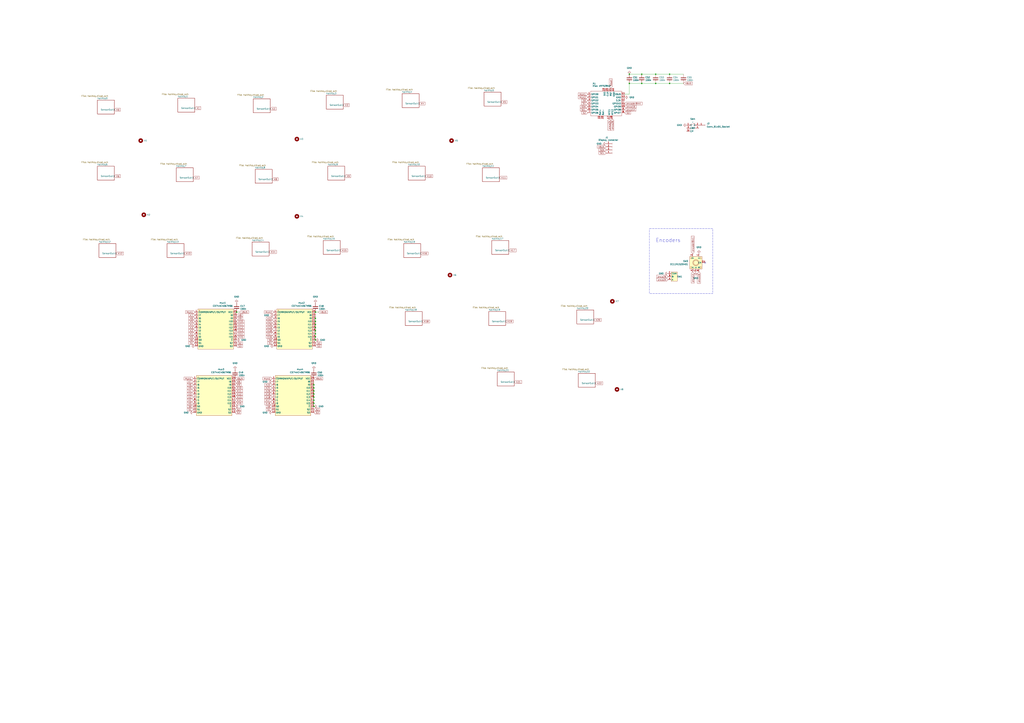
<source format=kicad_sch>
(kicad_sch
	(version 20250114)
	(generator "eeschema")
	(generator_version "9.0")
	(uuid "f39183b1-1109-46d9-9ae3-377f71bbe3c7")
	(paper "A1")
	(lib_symbols
		(symbol "Connector:Conn_01x01_Socket"
			(pin_names
				(offset 1.016)
				(hide yes)
			)
			(exclude_from_sim no)
			(in_bom yes)
			(on_board yes)
			(property "Reference" "J"
				(at 0 2.54 0)
				(effects
					(font
						(size 1.27 1.27)
					)
				)
			)
			(property "Value" "Conn_01x01_Socket"
				(at 0 -2.54 0)
				(effects
					(font
						(size 1.27 1.27)
					)
				)
			)
			(property "Footprint" ""
				(at 0 0 0)
				(effects
					(font
						(size 1.27 1.27)
					)
					(hide yes)
				)
			)
			(property "Datasheet" "~"
				(at 0 0 0)
				(effects
					(font
						(size 1.27 1.27)
					)
					(hide yes)
				)
			)
			(property "Description" "Generic connector, single row, 01x01, script generated"
				(at 0 0 0)
				(effects
					(font
						(size 1.27 1.27)
					)
					(hide yes)
				)
			)
			(property "ki_locked" ""
				(at 0 0 0)
				(effects
					(font
						(size 1.27 1.27)
					)
				)
			)
			(property "ki_keywords" "connector"
				(at 0 0 0)
				(effects
					(font
						(size 1.27 1.27)
					)
					(hide yes)
				)
			)
			(property "ki_fp_filters" "Connector*:*_1x??_*"
				(at 0 0 0)
				(effects
					(font
						(size 1.27 1.27)
					)
					(hide yes)
				)
			)
			(symbol "Conn_01x01_Socket_1_1"
				(polyline
					(pts
						(xy -1.27 0) (xy -0.508 0)
					)
					(stroke
						(width 0.1524)
						(type default)
					)
					(fill
						(type none)
					)
				)
				(arc
					(start 0 -0.508)
					(mid -0.5058 0)
					(end 0 0.508)
					(stroke
						(width 0.1524)
						(type default)
					)
					(fill
						(type none)
					)
				)
				(pin passive line
					(at -5.08 0 0)
					(length 3.81)
					(name "Pin_1"
						(effects
							(font
								(size 1.27 1.27)
							)
						)
					)
					(number "1"
						(effects
							(font
								(size 1.27 1.27)
							)
						)
					)
				)
			)
			(embedded_fonts no)
		)
		(symbol "Connector:Conn_01x04_Socket"
			(pin_names
				(offset 1.016)
				(hide yes)
			)
			(exclude_from_sim no)
			(in_bom yes)
			(on_board yes)
			(property "Reference" "J"
				(at 0 5.08 0)
				(effects
					(font
						(size 1.27 1.27)
					)
				)
			)
			(property "Value" "Conn_01x04_Socket"
				(at 0 -7.62 0)
				(effects
					(font
						(size 1.27 1.27)
					)
				)
			)
			(property "Footprint" ""
				(at 0 0 0)
				(effects
					(font
						(size 1.27 1.27)
					)
					(hide yes)
				)
			)
			(property "Datasheet" "~"
				(at 0 0 0)
				(effects
					(font
						(size 1.27 1.27)
					)
					(hide yes)
				)
			)
			(property "Description" "Generic connector, single row, 01x04, script generated"
				(at 0 0 0)
				(effects
					(font
						(size 1.27 1.27)
					)
					(hide yes)
				)
			)
			(property "ki_locked" ""
				(at 0 0 0)
				(effects
					(font
						(size 1.27 1.27)
					)
				)
			)
			(property "ki_keywords" "connector"
				(at 0 0 0)
				(effects
					(font
						(size 1.27 1.27)
					)
					(hide yes)
				)
			)
			(property "ki_fp_filters" "Connector*:*_1x??_*"
				(at 0 0 0)
				(effects
					(font
						(size 1.27 1.27)
					)
					(hide yes)
				)
			)
			(symbol "Conn_01x04_Socket_1_1"
				(polyline
					(pts
						(xy -1.27 2.54) (xy -0.508 2.54)
					)
					(stroke
						(width 0.1524)
						(type default)
					)
					(fill
						(type none)
					)
				)
				(polyline
					(pts
						(xy -1.27 0) (xy -0.508 0)
					)
					(stroke
						(width 0.1524)
						(type default)
					)
					(fill
						(type none)
					)
				)
				(polyline
					(pts
						(xy -1.27 -2.54) (xy -0.508 -2.54)
					)
					(stroke
						(width 0.1524)
						(type default)
					)
					(fill
						(type none)
					)
				)
				(polyline
					(pts
						(xy -1.27 -5.08) (xy -0.508 -5.08)
					)
					(stroke
						(width 0.1524)
						(type default)
					)
					(fill
						(type none)
					)
				)
				(arc
					(start 0 2.032)
					(mid -0.5058 2.54)
					(end 0 3.048)
					(stroke
						(width 0.1524)
						(type default)
					)
					(fill
						(type none)
					)
				)
				(arc
					(start 0 -0.508)
					(mid -0.5058 0)
					(end 0 0.508)
					(stroke
						(width 0.1524)
						(type default)
					)
					(fill
						(type none)
					)
				)
				(arc
					(start 0 -3.048)
					(mid -0.5058 -2.54)
					(end 0 -2.032)
					(stroke
						(width 0.1524)
						(type default)
					)
					(fill
						(type none)
					)
				)
				(arc
					(start 0 -5.588)
					(mid -0.5058 -5.08)
					(end 0 -4.572)
					(stroke
						(width 0.1524)
						(type default)
					)
					(fill
						(type none)
					)
				)
				(pin passive line
					(at -5.08 2.54 0)
					(length 3.81)
					(name "Pin_1"
						(effects
							(font
								(size 1.27 1.27)
							)
						)
					)
					(number "1"
						(effects
							(font
								(size 1.27 1.27)
							)
						)
					)
				)
				(pin passive line
					(at -5.08 0 0)
					(length 3.81)
					(name "Pin_2"
						(effects
							(font
								(size 1.27 1.27)
							)
						)
					)
					(number "2"
						(effects
							(font
								(size 1.27 1.27)
							)
						)
					)
				)
				(pin passive line
					(at -5.08 -2.54 0)
					(length 3.81)
					(name "Pin_3"
						(effects
							(font
								(size 1.27 1.27)
							)
						)
					)
					(number "3"
						(effects
							(font
								(size 1.27 1.27)
							)
						)
					)
				)
				(pin passive line
					(at -5.08 -5.08 0)
					(length 3.81)
					(name "Pin_4"
						(effects
							(font
								(size 1.27 1.27)
							)
						)
					)
					(number "4"
						(effects
							(font
								(size 1.27 1.27)
							)
						)
					)
				)
			)
			(embedded_fonts no)
		)
		(symbol "Device:C"
			(pin_numbers
				(hide yes)
			)
			(pin_names
				(offset 0.254)
			)
			(exclude_from_sim no)
			(in_bom yes)
			(on_board yes)
			(property "Reference" "C"
				(at 0.635 2.54 0)
				(effects
					(font
						(size 1.27 1.27)
					)
					(justify left)
				)
			)
			(property "Value" "C"
				(at 0.635 -2.54 0)
				(effects
					(font
						(size 1.27 1.27)
					)
					(justify left)
				)
			)
			(property "Footprint" ""
				(at 0.9652 -3.81 0)
				(effects
					(font
						(size 1.27 1.27)
					)
					(hide yes)
				)
			)
			(property "Datasheet" "~"
				(at 0 0 0)
				(effects
					(font
						(size 1.27 1.27)
					)
					(hide yes)
				)
			)
			(property "Description" "Unpolarized capacitor"
				(at 0 0 0)
				(effects
					(font
						(size 1.27 1.27)
					)
					(hide yes)
				)
			)
			(property "ki_keywords" "cap capacitor"
				(at 0 0 0)
				(effects
					(font
						(size 1.27 1.27)
					)
					(hide yes)
				)
			)
			(property "ki_fp_filters" "C_*"
				(at 0 0 0)
				(effects
					(font
						(size 1.27 1.27)
					)
					(hide yes)
				)
			)
			(symbol "C_0_1"
				(polyline
					(pts
						(xy -2.032 0.762) (xy 2.032 0.762)
					)
					(stroke
						(width 0.508)
						(type default)
					)
					(fill
						(type none)
					)
				)
				(polyline
					(pts
						(xy -2.032 -0.762) (xy 2.032 -0.762)
					)
					(stroke
						(width 0.508)
						(type default)
					)
					(fill
						(type none)
					)
				)
			)
			(symbol "C_1_1"
				(pin passive line
					(at 0 3.81 270)
					(length 2.794)
					(name "~"
						(effects
							(font
								(size 1.27 1.27)
							)
						)
					)
					(number "1"
						(effects
							(font
								(size 1.27 1.27)
							)
						)
					)
				)
				(pin passive line
					(at 0 -3.81 90)
					(length 2.794)
					(name "~"
						(effects
							(font
								(size 1.27 1.27)
							)
						)
					)
					(number "2"
						(effects
							(font
								(size 1.27 1.27)
							)
						)
					)
				)
			)
			(embedded_fonts no)
		)
		(symbol "GND_1"
			(power)
			(pin_numbers
				(hide yes)
			)
			(pin_names
				(offset 0)
				(hide yes)
			)
			(exclude_from_sim no)
			(in_bom yes)
			(on_board yes)
			(property "Reference" "#PWR"
				(at 0 -6.35 0)
				(effects
					(font
						(size 1.27 1.27)
					)
					(hide yes)
				)
			)
			(property "Value" "GND"
				(at 0 -3.81 0)
				(effects
					(font
						(size 1.27 1.27)
					)
				)
			)
			(property "Footprint" ""
				(at 0 0 0)
				(effects
					(font
						(size 1.27 1.27)
					)
					(hide yes)
				)
			)
			(property "Datasheet" ""
				(at 0 0 0)
				(effects
					(font
						(size 1.27 1.27)
					)
					(hide yes)
				)
			)
			(property "Description" "Power symbol creates a global label with name \"GND\" , ground"
				(at 0 0 0)
				(effects
					(font
						(size 1.27 1.27)
					)
					(hide yes)
				)
			)
			(property "ki_keywords" "global power"
				(at 0 0 0)
				(effects
					(font
						(size 1.27 1.27)
					)
					(hide yes)
				)
			)
			(symbol "GND_1_0_1"
				(polyline
					(pts
						(xy 0 0) (xy 0 -1.27) (xy 1.27 -1.27) (xy 0 -2.54) (xy -1.27 -1.27) (xy 0 -1.27)
					)
					(stroke
						(width 0)
						(type default)
					)
					(fill
						(type none)
					)
				)
			)
			(symbol "GND_1_1_1"
				(pin power_in line
					(at 0 0 270)
					(length 0)
					(name "~"
						(effects
							(font
								(size 1.27 1.27)
							)
						)
					)
					(number "1"
						(effects
							(font
								(size 1.27 1.27)
							)
						)
					)
				)
			)
			(embedded_fonts no)
		)
		(symbol "GND_2"
			(power)
			(pin_numbers
				(hide yes)
			)
			(pin_names
				(offset 0)
				(hide yes)
			)
			(exclude_from_sim no)
			(in_bom yes)
			(on_board yes)
			(property "Reference" "#PWR"
				(at 0 -6.35 0)
				(effects
					(font
						(size 1.27 1.27)
					)
					(hide yes)
				)
			)
			(property "Value" "GND"
				(at 0 -3.81 0)
				(effects
					(font
						(size 1.27 1.27)
					)
				)
			)
			(property "Footprint" ""
				(at 0 0 0)
				(effects
					(font
						(size 1.27 1.27)
					)
					(hide yes)
				)
			)
			(property "Datasheet" ""
				(at 0 0 0)
				(effects
					(font
						(size 1.27 1.27)
					)
					(hide yes)
				)
			)
			(property "Description" "Power symbol creates a global label with name \"GND\" , ground"
				(at 0 0 0)
				(effects
					(font
						(size 1.27 1.27)
					)
					(hide yes)
				)
			)
			(property "ki_keywords" "global power"
				(at 0 0 0)
				(effects
					(font
						(size 1.27 1.27)
					)
					(hide yes)
				)
			)
			(symbol "GND_2_0_1"
				(polyline
					(pts
						(xy 0 0) (xy 0 -1.27) (xy 1.27 -1.27) (xy 0 -2.54) (xy -1.27 -1.27) (xy 0 -1.27)
					)
					(stroke
						(width 0)
						(type default)
					)
					(fill
						(type none)
					)
				)
			)
			(symbol "GND_2_1_1"
				(pin power_in line
					(at 0 0 270)
					(length 0)
					(name "~"
						(effects
							(font
								(size 1.27 1.27)
							)
						)
					)
					(number "1"
						(effects
							(font
								(size 1.27 1.27)
							)
						)
					)
				)
			)
			(embedded_fonts no)
		)
		(symbol "GND_3"
			(power)
			(pin_numbers
				(hide yes)
			)
			(pin_names
				(offset 0)
				(hide yes)
			)
			(exclude_from_sim no)
			(in_bom yes)
			(on_board yes)
			(property "Reference" "#PWR"
				(at 0 -6.35 0)
				(effects
					(font
						(size 1.27 1.27)
					)
					(hide yes)
				)
			)
			(property "Value" "GND"
				(at 0 -3.81 0)
				(effects
					(font
						(size 1.27 1.27)
					)
				)
			)
			(property "Footprint" ""
				(at 0 0 0)
				(effects
					(font
						(size 1.27 1.27)
					)
					(hide yes)
				)
			)
			(property "Datasheet" ""
				(at 0 0 0)
				(effects
					(font
						(size 1.27 1.27)
					)
					(hide yes)
				)
			)
			(property "Description" "Power symbol creates a global label with name \"GND\" , ground"
				(at 0 0 0)
				(effects
					(font
						(size 1.27 1.27)
					)
					(hide yes)
				)
			)
			(property "ki_keywords" "global power"
				(at 0 0 0)
				(effects
					(font
						(size 1.27 1.27)
					)
					(hide yes)
				)
			)
			(symbol "GND_3_0_1"
				(polyline
					(pts
						(xy 0 0) (xy 0 -1.27) (xy 1.27 -1.27) (xy 0 -2.54) (xy -1.27 -1.27) (xy 0 -1.27)
					)
					(stroke
						(width 0)
						(type default)
					)
					(fill
						(type none)
					)
				)
			)
			(symbol "GND_3_1_1"
				(pin power_in line
					(at 0 0 270)
					(length 0)
					(name "~"
						(effects
							(font
								(size 1.27 1.27)
							)
						)
					)
					(number "1"
						(effects
							(font
								(size 1.27 1.27)
							)
						)
					)
				)
			)
			(embedded_fonts no)
		)
		(symbol "GND_4"
			(power)
			(pin_numbers
				(hide yes)
			)
			(pin_names
				(offset 0)
				(hide yes)
			)
			(exclude_from_sim no)
			(in_bom yes)
			(on_board yes)
			(property "Reference" "#PWR"
				(at 0 -6.35 0)
				(effects
					(font
						(size 1.27 1.27)
					)
					(hide yes)
				)
			)
			(property "Value" "GND"
				(at 0 -3.81 0)
				(effects
					(font
						(size 1.27 1.27)
					)
				)
			)
			(property "Footprint" ""
				(at 0 0 0)
				(effects
					(font
						(size 1.27 1.27)
					)
					(hide yes)
				)
			)
			(property "Datasheet" ""
				(at 0 0 0)
				(effects
					(font
						(size 1.27 1.27)
					)
					(hide yes)
				)
			)
			(property "Description" "Power symbol creates a global label with name \"GND\" , ground"
				(at 0 0 0)
				(effects
					(font
						(size 1.27 1.27)
					)
					(hide yes)
				)
			)
			(property "ki_keywords" "global power"
				(at 0 0 0)
				(effects
					(font
						(size 1.27 1.27)
					)
					(hide yes)
				)
			)
			(symbol "GND_4_0_1"
				(polyline
					(pts
						(xy 0 0) (xy 0 -1.27) (xy 1.27 -1.27) (xy 0 -2.54) (xy -1.27 -1.27) (xy 0 -1.27)
					)
					(stroke
						(width 0)
						(type default)
					)
					(fill
						(type none)
					)
				)
			)
			(symbol "GND_4_1_1"
				(pin power_in line
					(at 0 0 270)
					(length 0)
					(name "~"
						(effects
							(font
								(size 1.27 1.27)
							)
						)
					)
					(number "1"
						(effects
							(font
								(size 1.27 1.27)
							)
						)
					)
				)
			)
			(embedded_fonts no)
		)
		(symbol "Mechanical:MountingHole"
			(pin_names
				(offset 1.016)
			)
			(exclude_from_sim no)
			(in_bom yes)
			(on_board yes)
			(property "Reference" "H"
				(at 0 5.08 0)
				(effects
					(font
						(size 1.27 1.27)
					)
				)
			)
			(property "Value" "MountingHole"
				(at 0 3.175 0)
				(effects
					(font
						(size 1.27 1.27)
					)
				)
			)
			(property "Footprint" ""
				(at 0 0 0)
				(effects
					(font
						(size 1.27 1.27)
					)
					(hide yes)
				)
			)
			(property "Datasheet" "~"
				(at 0 0 0)
				(effects
					(font
						(size 1.27 1.27)
					)
					(hide yes)
				)
			)
			(property "Description" "Mounting Hole without connection"
				(at 0 0 0)
				(effects
					(font
						(size 1.27 1.27)
					)
					(hide yes)
				)
			)
			(property "ki_keywords" "mounting hole"
				(at 0 0 0)
				(effects
					(font
						(size 1.27 1.27)
					)
					(hide yes)
				)
			)
			(property "ki_fp_filters" "MountingHole*"
				(at 0 0 0)
				(effects
					(font
						(size 1.27 1.27)
					)
					(hide yes)
				)
			)
			(symbol "MountingHole_0_1"
				(circle
					(center 0 0)
					(radius 1.27)
					(stroke
						(width 1.27)
						(type default)
					)
					(fill
						(type none)
					)
				)
			)
			(embedded_fonts no)
		)
		(symbol "power:GND"
			(power)
			(pin_names
				(offset 0)
			)
			(exclude_from_sim no)
			(in_bom yes)
			(on_board yes)
			(property "Reference" "#PWR"
				(at 0 -6.35 0)
				(effects
					(font
						(size 1.27 1.27)
					)
					(hide yes)
				)
			)
			(property "Value" "GND"
				(at 0 -3.81 0)
				(effects
					(font
						(size 1.27 1.27)
					)
				)
			)
			(property "Footprint" ""
				(at 0 0 0)
				(effects
					(font
						(size 1.27 1.27)
					)
					(hide yes)
				)
			)
			(property "Datasheet" ""
				(at 0 0 0)
				(effects
					(font
						(size 1.27 1.27)
					)
					(hide yes)
				)
			)
			(property "Description" "Power symbol creates a global label with name \"GND\" , ground"
				(at 0 0 0)
				(effects
					(font
						(size 1.27 1.27)
					)
					(hide yes)
				)
			)
			(property "ki_keywords" "global power"
				(at 0 0 0)
				(effects
					(font
						(size 1.27 1.27)
					)
					(hide yes)
				)
			)
			(symbol "GND_0_1"
				(polyline
					(pts
						(xy 0 0) (xy 0 -1.27) (xy 1.27 -1.27) (xy 0 -2.54) (xy -1.27 -1.27) (xy 0 -1.27)
					)
					(stroke
						(width 0)
						(type default)
					)
					(fill
						(type none)
					)
				)
			)
			(symbol "GND_1_1"
				(pin power_in line
					(at 0 0 270)
					(length 0)
					(hide yes)
					(name "GND"
						(effects
							(font
								(size 1.27 1.27)
							)
						)
					)
					(number "1"
						(effects
							(font
								(size 1.27 1.27)
							)
						)
					)
				)
			)
			(embedded_fonts no)
		)
		(symbol "symbolLib:CD74HC4067M96"
			(exclude_from_sim no)
			(in_bom yes)
			(on_board yes)
			(property "Reference" "mux1"
				(at 5.08 21.59 0)
				(effects
					(font
						(size 1.27 1.27)
					)
				)
			)
			(property "Value" "CD74HC4067M96"
				(at 5.08 19.05 0)
				(effects
					(font
						(size 1.27 1.27)
					)
				)
			)
			(property "Footprint" ":SOIC-24_L15.4-W7.5-P1.27-LS10.3-BL"
				(at 0 -21.59 0)
				(effects
					(font
						(size 1.27 1.27)
					)
					(hide yes)
				)
			)
			(property "Datasheet" "https://lcsc.com/product-detail/New-Arrivals_Texas-Instruments-Texas-Instruments-CD74HC4067M96_C496123.html"
				(at 0 -24.13 0)
				(effects
					(font
						(size 1.27 1.27)
					)
					(hide yes)
				)
			)
			(property "Description" ""
				(at 5.08 0 0)
				(effects
					(font
						(size 1.27 1.27)
					)
					(hide yes)
				)
			)
			(property "LCSC Part" "C496123"
				(at 0 -26.67 0)
				(effects
					(font
						(size 1.27 1.27)
					)
					(hide yes)
				)
			)
			(symbol "CD74HC4067M96_0_1"
				(rectangle
					(start -15.24 16.51)
					(end 13.97 -16.51)
					(stroke
						(width 0)
						(type default)
					)
					(fill
						(type background)
					)
				)
				(circle
					(center -13.97 15.24)
					(radius 0.38)
					(stroke
						(width 0)
						(type default)
					)
					(fill
						(type none)
					)
				)
				(pin unspecified line
					(at -17.78 13.97 0)
					(length 2.54)
					(name "COMMONINPUT/OUTPUT"
						(effects
							(font
								(size 1.27 1.27)
							)
						)
					)
					(number "1"
						(effects
							(font
								(size 1.27 1.27)
							)
						)
					)
				)
				(pin unspecified line
					(at -17.78 11.43 0)
					(length 2.54)
					(name "I7"
						(effects
							(font
								(size 1.27 1.27)
							)
						)
					)
					(number "2"
						(effects
							(font
								(size 1.27 1.27)
							)
						)
					)
				)
				(pin unspecified line
					(at -17.78 8.89 0)
					(length 2.54)
					(name "I6"
						(effects
							(font
								(size 1.27 1.27)
							)
						)
					)
					(number "3"
						(effects
							(font
								(size 1.27 1.27)
							)
						)
					)
				)
				(pin unspecified line
					(at -17.78 6.35 0)
					(length 2.54)
					(name "I5"
						(effects
							(font
								(size 1.27 1.27)
							)
						)
					)
					(number "4"
						(effects
							(font
								(size 1.27 1.27)
							)
						)
					)
				)
				(pin unspecified line
					(at -17.78 3.81 0)
					(length 2.54)
					(name "I4"
						(effects
							(font
								(size 1.27 1.27)
							)
						)
					)
					(number "5"
						(effects
							(font
								(size 1.27 1.27)
							)
						)
					)
				)
				(pin unspecified line
					(at -17.78 1.27 0)
					(length 2.54)
					(name "I3"
						(effects
							(font
								(size 1.27 1.27)
							)
						)
					)
					(number "6"
						(effects
							(font
								(size 1.27 1.27)
							)
						)
					)
				)
				(pin unspecified line
					(at -17.78 -1.27 0)
					(length 2.54)
					(name "I2"
						(effects
							(font
								(size 1.27 1.27)
							)
						)
					)
					(number "7"
						(effects
							(font
								(size 1.27 1.27)
							)
						)
					)
				)
				(pin unspecified line
					(at -17.78 -3.81 0)
					(length 2.54)
					(name "I1"
						(effects
							(font
								(size 1.27 1.27)
							)
						)
					)
					(number "8"
						(effects
							(font
								(size 1.27 1.27)
							)
						)
					)
				)
				(pin unspecified line
					(at -17.78 -6.35 0)
					(length 2.54)
					(name "I0"
						(effects
							(font
								(size 1.27 1.27)
							)
						)
					)
					(number "9"
						(effects
							(font
								(size 1.27 1.27)
							)
						)
					)
				)
				(pin unspecified line
					(at -17.78 -8.89 0)
					(length 2.54)
					(name "S0"
						(effects
							(font
								(size 1.27 1.27)
							)
						)
					)
					(number "10"
						(effects
							(font
								(size 1.27 1.27)
							)
						)
					)
				)
				(pin unspecified line
					(at -17.78 -11.43 0)
					(length 2.54)
					(name "S1"
						(effects
							(font
								(size 1.27 1.27)
							)
						)
					)
					(number "11"
						(effects
							(font
								(size 1.27 1.27)
							)
						)
					)
				)
				(pin unspecified line
					(at -17.78 -13.97 0)
					(length 2.54)
					(name "GND"
						(effects
							(font
								(size 1.27 1.27)
							)
						)
					)
					(number "12"
						(effects
							(font
								(size 1.27 1.27)
							)
						)
					)
				)
				(pin unspecified line
					(at 16.51 13.97 180)
					(length 2.54)
					(name "VCC"
						(effects
							(font
								(size 1.27 1.27)
							)
						)
					)
					(number "24"
						(effects
							(font
								(size 1.27 1.27)
							)
						)
					)
				)
				(pin unspecified line
					(at 16.51 11.43 180)
					(length 2.54)
					(name "I8"
						(effects
							(font
								(size 1.27 1.27)
							)
						)
					)
					(number "23"
						(effects
							(font
								(size 1.27 1.27)
							)
						)
					)
				)
				(pin unspecified line
					(at 16.51 8.89 180)
					(length 2.54)
					(name "I9"
						(effects
							(font
								(size 1.27 1.27)
							)
						)
					)
					(number "22"
						(effects
							(font
								(size 1.27 1.27)
							)
						)
					)
				)
				(pin unspecified line
					(at 16.51 6.35 180)
					(length 2.54)
					(name "I10"
						(effects
							(font
								(size 1.27 1.27)
							)
						)
					)
					(number "21"
						(effects
							(font
								(size 1.27 1.27)
							)
						)
					)
				)
				(pin unspecified line
					(at 16.51 3.81 180)
					(length 2.54)
					(name "I11"
						(effects
							(font
								(size 1.27 1.27)
							)
						)
					)
					(number "20"
						(effects
							(font
								(size 1.27 1.27)
							)
						)
					)
				)
				(pin unspecified line
					(at 16.51 1.27 180)
					(length 2.54)
					(name "I12"
						(effects
							(font
								(size 1.27 1.27)
							)
						)
					)
					(number "19"
						(effects
							(font
								(size 1.27 1.27)
							)
						)
					)
				)
				(pin unspecified line
					(at 16.51 -1.27 180)
					(length 2.54)
					(name "I13"
						(effects
							(font
								(size 1.27 1.27)
							)
						)
					)
					(number "18"
						(effects
							(font
								(size 1.27 1.27)
							)
						)
					)
				)
				(pin unspecified line
					(at 16.51 -3.81 180)
					(length 2.54)
					(name "I14"
						(effects
							(font
								(size 1.27 1.27)
							)
						)
					)
					(number "17"
						(effects
							(font
								(size 1.27 1.27)
							)
						)
					)
				)
				(pin unspecified line
					(at 16.51 -6.35 180)
					(length 2.54)
					(name "I15"
						(effects
							(font
								(size 1.27 1.27)
							)
						)
					)
					(number "16"
						(effects
							(font
								(size 1.27 1.27)
							)
						)
					)
				)
				(pin unspecified line
					(at 16.51 -8.89 180)
					(length 2.54)
					(name "~{E}"
						(effects
							(font
								(size 1.27 1.27)
							)
						)
					)
					(number "15"
						(effects
							(font
								(size 1.27 1.27)
							)
						)
					)
				)
				(pin unspecified line
					(at 16.51 -11.43 180)
					(length 2.54)
					(name "S2"
						(effects
							(font
								(size 1.27 1.27)
							)
						)
					)
					(number "14"
						(effects
							(font
								(size 1.27 1.27)
							)
						)
					)
				)
				(pin unspecified line
					(at 16.51 -13.97 180)
					(length 2.54)
					(name "S3"
						(effects
							(font
								(size 1.27 1.27)
							)
						)
					)
					(number "13"
						(effects
							(font
								(size 1.27 1.27)
							)
						)
					)
				)
			)
			(embedded_fonts no)
		)
		(symbol "symbolLib:EC11N1520401"
			(exclude_from_sim no)
			(in_bom yes)
			(on_board yes)
			(property "Reference" "SW"
				(at 0 12.7 0)
				(effects
					(font
						(size 1.27 1.27)
					)
				)
			)
			(property "Value" "EC11N1520401"
				(at 0 -12.7 0)
				(effects
					(font
						(size 1.27 1.27)
					)
				)
			)
			(property "Footprint" ":SW-TH_EC11NXXXX"
				(at 0 -15.24 0)
				(effects
					(font
						(size 1.27 1.27)
					)
					(hide yes)
				)
			)
			(property "Datasheet" "https://lcsc.com/product-detail/Coded-Rotary-Switches_ALPS-Electric-EC11N1520401_C470703.html"
				(at 0 -17.78 0)
				(effects
					(font
						(size 1.27 1.27)
					)
					(hide yes)
				)
			)
			(property "Description" ""
				(at 0 0 0)
				(effects
					(font
						(size 1.27 1.27)
					)
					(hide yes)
				)
			)
			(property "LCSC Part" "C470703"
				(at 0 -20.32 0)
				(effects
					(font
						(size 1.27 1.27)
					)
					(hide yes)
				)
			)
			(symbol "EC11N1520401_0_1"
				(rectangle
					(start -5.08 5.08)
					(end 5.08 -5.08)
					(stroke
						(width 0)
						(type default)
					)
					(fill
						(type background)
					)
				)
				(circle
					(center -3.81 3.81)
					(radius 0.64)
					(stroke
						(width 0)
						(type default)
					)
					(fill
						(type none)
					)
				)
				(circle
					(center -3.81 -3.81)
					(radius 0.64)
					(stroke
						(width 0)
						(type default)
					)
					(fill
						(type none)
					)
				)
				(circle
					(center 0 0)
					(radius 1.91)
					(stroke
						(width 0)
						(type default)
					)
					(fill
						(type none)
					)
				)
				(circle
					(center 0 0)
					(radius 2.54)
					(stroke
						(width 0)
						(type default)
					)
					(fill
						(type none)
					)
				)
				(circle
					(center 3.81 3.81)
					(radius 0.64)
					(stroke
						(width 0)
						(type default)
					)
					(fill
						(type none)
					)
				)
				(circle
					(center 3.81 -3.81)
					(radius 0.64)
					(stroke
						(width 0)
						(type default)
					)
					(fill
						(type none)
					)
				)
				(pin unspecified line
					(at -2.54 7.62 270)
					(length 2.54)
					(name "D"
						(effects
							(font
								(size 1.27 1.27)
							)
						)
					)
					(number "D"
						(effects
							(font
								(size 1.27 1.27)
							)
						)
					)
				)
				(pin unspecified line
					(at -2.54 -7.62 90)
					(length 2.54)
					(name "A"
						(effects
							(font
								(size 1.27 1.27)
							)
						)
					)
					(number "A"
						(effects
							(font
								(size 1.27 1.27)
							)
						)
					)
				)
				(pin unspecified line
					(at 0 -7.62 90)
					(length 2.54)
					(name "C"
						(effects
							(font
								(size 1.27 1.27)
							)
						)
					)
					(number "C"
						(effects
							(font
								(size 1.27 1.27)
							)
						)
					)
				)
				(pin unspecified line
					(at 2.54 7.62 270)
					(length 2.54)
					(name "E"
						(effects
							(font
								(size 1.27 1.27)
							)
						)
					)
					(number "E"
						(effects
							(font
								(size 1.27 1.27)
							)
						)
					)
				)
				(pin unspecified line
					(at 2.54 -7.62 90)
					(length 2.54)
					(name "B"
						(effects
							(font
								(size 1.27 1.27)
							)
						)
					)
					(number "B"
						(effects
							(font
								(size 1.27 1.27)
							)
						)
					)
				)
				(pin unspecified line
					(at 7.62 0 180)
					(length 2.54)
					(name "EH"
						(effects
							(font
								(size 1.27 1.27)
							)
						)
					)
					(number "EH"
						(effects
							(font
								(size 1.27 1.27)
							)
						)
					)
				)
			)
			(embedded_fonts no)
		)
		(symbol "symbolLib:Seeed_Studio_Xiao_nRF52840"
			(exclude_from_sim no)
			(in_bom yes)
			(on_board yes)
			(property "Reference" "H1"
				(at -7.366 16.256 0)
				(effects
					(font
						(size 1.27 1.27)
					)
					(justify left)
				)
			)
			(property "Value" "Xiao nRF52840"
				(at -7.4579 14.478 0)
				(effects
					(font
						(size 1.27 1.27)
					)
					(justify left)
				)
			)
			(property "Footprint" "footprints:XIAO-nRF52840-DIP"
				(at 0 0 0)
				(effects
					(font
						(size 1.27 1.27)
					)
					(hide yes)
				)
			)
			(property "Datasheet" ""
				(at 0 0 0)
				(effects
					(font
						(size 1.27 1.27)
					)
					(hide yes)
				)
			)
			(property "Description" ""
				(at 0 0 0)
				(effects
					(font
						(size 1.27 1.27)
					)
					(hide yes)
				)
			)
			(symbol "Seeed_Studio_Xiao_nRF52840_0_1"
				(rectangle
					(start -8.89 10.16)
					(end 16.51 -10.16)
					(stroke
						(width 0)
						(type default)
					)
					(fill
						(type none)
					)
				)
			)
			(symbol "Seeed_Studio_Xiao_nRF52840_1_1"
				(pin input line
					(at -11.43 7.62 0)
					(length 2.54)
					(name "GPIO0"
						(effects
							(font
								(size 1.27 1.27)
							)
						)
					)
					(number "1"
						(effects
							(font
								(size 1.27 1.27)
							)
						)
					)
				)
				(pin input line
					(at -11.43 5.08 0)
					(length 2.54)
					(name "GPIO1"
						(effects
							(font
								(size 1.27 1.27)
							)
						)
					)
					(number "2"
						(effects
							(font
								(size 1.27 1.27)
							)
						)
					)
				)
				(pin input line
					(at -11.43 2.54 0)
					(length 2.54)
					(name "GPIO2"
						(effects
							(font
								(size 1.27 1.27)
							)
						)
					)
					(number "3"
						(effects
							(font
								(size 1.27 1.27)
							)
						)
					)
				)
				(pin input line
					(at -11.43 0 0)
					(length 2.54)
					(name "GPIO3"
						(effects
							(font
								(size 1.27 1.27)
							)
						)
					)
					(number "4"
						(effects
							(font
								(size 1.27 1.27)
							)
						)
					)
				)
				(pin input line
					(at -11.43 -2.54 0)
					(length 2.54)
					(name "GPIO4"
						(effects
							(font
								(size 1.27 1.27)
							)
						)
					)
					(number "5"
						(effects
							(font
								(size 1.27 1.27)
							)
						)
					)
				)
				(pin input line
					(at -11.43 -5.08 0)
					(length 2.54)
					(name "GPIO5"
						(effects
							(font
								(size 1.27 1.27)
							)
						)
					)
					(number "6"
						(effects
							(font
								(size 1.27 1.27)
							)
						)
					)
				)
				(pin input line
					(at -11.43 -7.62 0)
					(length 2.54)
					(name "GPIO6"
						(effects
							(font
								(size 1.27 1.27)
							)
						)
					)
					(number "7"
						(effects
							(font
								(size 1.27 1.27)
							)
						)
					)
				)
				(pin input line
					(at -1.27 -12.7 90)
					(length 2.54)
					(name "Bat+"
						(effects
							(font
								(size 1.27 1.27)
							)
						)
					)
					(number "15"
						(effects
							(font
								(size 1.27 1.27)
							)
						)
					)
				)
				(pin input line
					(at 1.27 -12.7 90)
					(length 2.54)
					(name "Bat-"
						(effects
							(font
								(size 1.27 1.27)
							)
						)
					)
					(number "16"
						(effects
							(font
								(size 1.27 1.27)
							)
						)
					)
				)
				(pin input line
					(at 2.54 12.7 270)
					(length 2.54)
					(name "DIO"
						(effects
							(font
								(size 1.27 1.27)
							)
						)
					)
					(number "19"
						(effects
							(font
								(size 1.27 1.27)
							)
						)
					)
				)
				(pin input line
					(at 5.08 12.7 270)
					(length 2.54)
					(name "CLR"
						(effects
							(font
								(size 1.27 1.27)
							)
						)
					)
					(number "20"
						(effects
							(font
								(size 1.27 1.27)
							)
						)
					)
				)
				(pin input line
					(at 6.35 -12.7 90)
					(length 2.54)
					(name "NFC1"
						(effects
							(font
								(size 1.27 1.27)
							)
						)
					)
					(number "17"
						(effects
							(font
								(size 1.27 1.27)
							)
						)
					)
				)
				(pin input line
					(at 7.62 12.7 270)
					(length 2.54)
					(name "RST"
						(effects
							(font
								(size 1.27 1.27)
							)
						)
					)
					(number "21"
						(effects
							(font
								(size 1.27 1.27)
							)
						)
					)
				)
				(pin input line
					(at 8.89 -12.7 90)
					(length 2.54)
					(name "NFC2"
						(effects
							(font
								(size 1.27 1.27)
							)
						)
					)
					(number "18"
						(effects
							(font
								(size 1.27 1.27)
							)
						)
					)
				)
				(pin input line
					(at 10.16 12.7 270)
					(length 2.54)
					(name "GND"
						(effects
							(font
								(size 1.27 1.27)
							)
						)
					)
					(number "22"
						(effects
							(font
								(size 1.27 1.27)
							)
						)
					)
				)
				(pin input line
					(at 19.05 7.62 180)
					(length 2.54)
					(name "VBUS"
						(effects
							(font
								(size 1.27 1.27)
							)
						)
					)
					(number "14"
						(effects
							(font
								(size 1.27 1.27)
							)
						)
					)
				)
				(pin input line
					(at 19.05 5.08 180)
					(length 2.54)
					(name "GND"
						(effects
							(font
								(size 1.27 1.27)
							)
						)
					)
					(number "13"
						(effects
							(font
								(size 1.27 1.27)
							)
						)
					)
				)
				(pin input line
					(at 19.05 2.54 180)
					(length 2.54)
					(name "3.3V"
						(effects
							(font
								(size 1.27 1.27)
							)
						)
					)
					(number "12"
						(effects
							(font
								(size 1.27 1.27)
							)
						)
					)
				)
				(pin input line
					(at 19.05 0 180)
					(length 2.54)
					(name "GPIO10"
						(effects
							(font
								(size 1.27 1.27)
							)
						)
					)
					(number "11"
						(effects
							(font
								(size 1.27 1.27)
							)
						)
					)
				)
				(pin input line
					(at 19.05 -2.54 180)
					(length 2.54)
					(name "GPIO9"
						(effects
							(font
								(size 1.27 1.27)
							)
						)
					)
					(number "10"
						(effects
							(font
								(size 1.27 1.27)
							)
						)
					)
				)
				(pin input line
					(at 19.05 -5.08 180)
					(length 2.54)
					(name "GPIO8"
						(effects
							(font
								(size 1.27 1.27)
							)
						)
					)
					(number "9"
						(effects
							(font
								(size 1.27 1.27)
							)
						)
					)
				)
				(pin input line
					(at 19.05 -7.62 180)
					(length 2.54)
					(name "GPIO7"
						(effects
							(font
								(size 1.27 1.27)
							)
						)
					)
					(number "8"
						(effects
							(font
								(size 1.27 1.27)
							)
						)
					)
				)
			)
			(embedded_fonts no)
		)
		(symbol "symbolLib:TCEPQR_0_1"
			(exclude_from_sim no)
			(in_bom yes)
			(on_board yes)
			(property "Reference" ""
				(at 0 0 0)
				(effects
					(font
						(size 1.27 1.27)
					)
				)
			)
			(property "Value" ""
				(at 0 0 0)
				(effects
					(font
						(size 1.27 1.27)
					)
				)
			)
			(property "Footprint" ""
				(at 0 0 0)
				(effects
					(font
						(size 1.27 1.27)
					)
					(hide yes)
				)
			)
			(property "Datasheet" ""
				(at 0 0 0)
				(effects
					(font
						(size 1.27 1.27)
					)
					(hide yes)
				)
			)
			(property "Description" ""
				(at 0 0 0)
				(effects
					(font
						(size 1.27 1.27)
					)
					(hide yes)
				)
			)
			(symbol "TCEPQR_0_1_1_1"
				(polyline
					(pts
						(xy -2.54 0) (xy 2.54 0)
					)
					(stroke
						(width 0)
						(type default)
					)
					(fill
						(type none)
					)
				)
				(polyline
					(pts
						(xy -2.54 -2.54) (xy -2.54 0)
					)
					(stroke
						(width 0)
						(type default)
					)
					(fill
						(type none)
					)
				)
				(circle
					(center -2.03 2.54)
					(radius 0.51)
					(stroke
						(width 0)
						(type default)
					)
					(fill
						(type none)
					)
				)
				(polyline
					(pts
						(xy 2.03 4.06) (xy -2.03 3.05)
					)
					(stroke
						(width 0)
						(type default)
					)
					(fill
						(type none)
					)
				)
				(circle
					(center 2.03 2.54)
					(radius 0.51)
					(stroke
						(width 0)
						(type default)
					)
					(fill
						(type none)
					)
				)
				(pin unspecified line
					(at -5.08 2.54 0)
					(length 2.54)
					(name "1"
						(effects
							(font
								(size 1.27 1.27)
							)
						)
					)
					(number "1"
						(effects
							(font
								(size 1.27 1.27)
							)
						)
					)
				)
				(pin unspecified line
					(at -5.08 0 0)
					(length 2.54)
					(name "EP"
						(effects
							(font
								(size 1.27 1.27)
							)
						)
					)
					(number "3"
						(effects
							(font
								(size 1.27 1.27)
							)
						)
					)
				)
				(pin unspecified line
					(at -5.08 -2.54 0)
					(length 2.54)
					(name "EP"
						(effects
							(font
								(size 1.27 1.27)
							)
						)
					)
					(number "5"
						(effects
							(font
								(size 1.27 1.27)
							)
						)
					)
				)
				(pin unspecified line
					(at 5.08 2.54 180)
					(length 2.54)
					(name "2"
						(effects
							(font
								(size 1.27 1.27)
							)
						)
					)
					(number "2"
						(effects
							(font
								(size 1.27 1.27)
							)
						)
					)
				)
				(pin unspecified line
					(at 5.08 0 180)
					(length 2.54)
					(name "EP"
						(effects
							(font
								(size 1.27 1.27)
							)
						)
					)
					(number "4"
						(effects
							(font
								(size 1.27 1.27)
							)
						)
					)
				)
			)
			(embedded_fonts no)
		)
		(symbol "symbolLib:mouseEncoder"
			(exclude_from_sim no)
			(in_bom yes)
			(on_board yes)
			(property "Reference" "SW"
				(at 0 4.826 0)
				(effects
					(font
						(size 1.27 1.27)
					)
				)
			)
			(property "Value" ""
				(at 0 0 0)
				(effects
					(font
						(size 1.27 1.27)
					)
				)
			)
			(property "Footprint" ""
				(at 0 0 0)
				(effects
					(font
						(size 1.27 1.27)
					)
					(hide yes)
				)
			)
			(property "Datasheet" ""
				(at 0 0 0)
				(effects
					(font
						(size 1.27 1.27)
					)
					(hide yes)
				)
			)
			(property "Description" ""
				(at 0 0 0)
				(effects
					(font
						(size 1.27 1.27)
					)
					(hide yes)
				)
			)
			(symbol "mouseEncoder_1_1"
				(rectangle
					(start -3.81 3.81)
					(end 3.81 -1.27)
					(stroke
						(width 0)
						(type default)
					)
					(fill
						(type background)
					)
				)
				(pin input line
					(at -2.54 -3.81 90)
					(length 2.54)
					(name "Com"
						(effects
							(font
								(size 1.27 1.27)
							)
						)
					)
					(number "C"
						(effects
							(font
								(size 1.27 1.27)
							)
						)
					)
				)
				(pin output line
					(at 0 -3.81 90)
					(length 2.54)
					(name "B"
						(effects
							(font
								(size 1.27 1.27)
							)
						)
					)
					(number "B"
						(effects
							(font
								(size 1.27 1.27)
							)
						)
					)
				)
				(pin output line
					(at 2.54 -3.81 90)
					(length 2.54)
					(name "A"
						(effects
							(font
								(size 1.27 1.27)
							)
						)
					)
					(number "A"
						(effects
							(font
								(size 1.27 1.27)
							)
						)
					)
				)
			)
			(embedded_fonts no)
		)
	)
	(rectangle
		(start 533.4 187.96)
		(end 585.47 241.3)
		(stroke
			(width 0)
			(type dash)
		)
		(fill
			(type none)
		)
		(uuid 97c5edbd-164c-43b8-80ea-c333134d0c37)
	)
	(text "Encoders"
		(exclude_from_sim no)
		(at 538.48 199.39 0)
		(effects
			(font
				(size 3 3)
			)
			(justify left bottom)
		)
		(uuid "81df97fd-ed53-47f5-b344-4c8f35772e22")
	)
	(junction
		(at 257.81 331.47)
		(diameter 0)
		(color 0 0 0 0)
		(uuid "09ea3709-ce22-437d-bdcf-d3715fba582b")
	)
	(junction
		(at 194.31 256.54)
		(diameter 0)
		(color 0 0 0 0)
		(uuid "0d18ca79-89d0-482e-a145-40cabe905137")
	)
	(junction
		(at 257.81 326.39)
		(diameter 0)
		(color 0 0 0 0)
		(uuid "11305619-6a03-4b0b-912f-682c98ae4c66")
	)
	(junction
		(at 538.48 68.58)
		(diameter 0)
		(color 0 0 0 0)
		(uuid "2d2c44f5-689b-44f7-8e5b-b9518c4ac75e")
	)
	(junction
		(at 257.81 316.23)
		(diameter 0)
		(color 0 0 0 0)
		(uuid "2feb1832-e2db-4139-91a6-f2ebe3c77a5a")
	)
	(junction
		(at 257.81 318.77)
		(diameter 0)
		(color 0 0 0 0)
		(uuid "4cdc0ab7-cf0c-4ed7-b09f-8681197cdadb")
	)
	(junction
		(at 516.89 68.58)
		(diameter 0)
		(color 0 0 0 0)
		(uuid "70dc9018-165d-479a-b138-b9396387a43c")
	)
	(junction
		(at 549.91 60.96)
		(diameter 0)
		(color 0 0 0 0)
		(uuid "7839e406-aeaf-4878-b97e-32dbfdbc4838")
	)
	(junction
		(at 259.08 279.4)
		(diameter 0)
		(color 0 0 0 0)
		(uuid "7c75b7d7-0b9a-467d-8522-dfcfee2c9dd1")
	)
	(junction
		(at 259.08 256.54)
		(diameter 0)
		(color 0 0 0 0)
		(uuid "998fc8a5-5090-465a-8777-158dc92ffa24")
	)
	(junction
		(at 257.81 328.93)
		(diameter 0)
		(color 0 0 0 0)
		(uuid "9ec9ee86-6b4a-486d-b999-950dd776a257")
	)
	(junction
		(at 259.08 261.62)
		(diameter 0)
		(color 0 0 0 0)
		(uuid "b1922c37-12a5-4652-87d3-1b5f32c2a6a7")
	)
	(junction
		(at 257.81 334.01)
		(diameter 0)
		(color 0 0 0 0)
		(uuid "b2259e2e-cd3b-4bb2-bee1-e7b0d02d1bc0")
	)
	(junction
		(at 259.08 264.16)
		(diameter 0)
		(color 0 0 0 0)
		(uuid "b5d36a7b-8add-4c1e-9b76-7442cb7cb3c8")
	)
	(junction
		(at 259.08 274.32)
		(diameter 0)
		(color 0 0 0 0)
		(uuid "bc37d786-b7e5-4abf-940f-70fa580ee759")
	)
	(junction
		(at 549.91 68.58)
		(diameter 0)
		(color 0 0 0 0)
		(uuid "c3b4b272-d267-441a-b548-abe118dc00fe")
	)
	(junction
		(at 527.05 60.96)
		(diameter 0)
		(color 0 0 0 0)
		(uuid "c8304ba1-4484-473f-b024-1d6d8234df35")
	)
	(junction
		(at 527.05 68.58)
		(diameter 0)
		(color 0 0 0 0)
		(uuid "cb749d89-4c6c-4aa7-9f10-ae5256f26205")
	)
	(junction
		(at 257.81 323.85)
		(diameter 0)
		(color 0 0 0 0)
		(uuid "d90781b9-87a6-4e75-b38c-b42d9a8cf5d9")
	)
	(junction
		(at 257.81 321.31)
		(diameter 0)
		(color 0 0 0 0)
		(uuid "d9ac2419-47a8-4ff0-90c7-afc03b0acc0a")
	)
	(junction
		(at 259.08 266.7)
		(diameter 0)
		(color 0 0 0 0)
		(uuid "ddd0bc65-c9e2-4094-acf5-6cd39025b813")
	)
	(junction
		(at 516.89 60.96)
		(diameter 0)
		(color 0 0 0 0)
		(uuid "e0eba13c-582e-4447-88b8-8d556d2ba5ac")
	)
	(junction
		(at 538.48 60.96)
		(diameter 0)
		(color 0 0 0 0)
		(uuid "ea71e1bf-8f5e-4425-bdbc-45dc6ec26f9b")
	)
	(junction
		(at 259.08 269.24)
		(diameter 0)
		(color 0 0 0 0)
		(uuid "eec06ae4-1bed-4191-80c1-78da203b547c")
	)
	(junction
		(at 259.08 276.86)
		(diameter 0)
		(color 0 0 0 0)
		(uuid "ef553a99-7813-4395-afd8-c83c825a398a")
	)
	(junction
		(at 259.08 271.78)
		(diameter 0)
		(color 0 0 0 0)
		(uuid "f8e747e4-607e-4239-af9e-4d17d9b6617a")
	)
	(no_connect
		(at 579.12 215.9)
		(uuid "ea538a20-b0c4-49e8-95e3-7053f33a814e")
	)
	(wire
		(pts
			(xy 257.81 316.23) (xy 257.81 318.77)
		)
		(stroke
			(width 0)
			(type default)
		)
		(uuid "06e84307-4a3c-46a3-acd5-eaf42f1d5969")
	)
	(wire
		(pts
			(xy 257.81 321.31) (xy 257.81 323.85)
		)
		(stroke
			(width 0)
			(type default)
		)
		(uuid "0de765bf-55ca-47c5-8b25-515441d8c1bf")
	)
	(wire
		(pts
			(xy 516.89 60.96) (xy 527.05 60.96)
		)
		(stroke
			(width 0)
			(type default)
		)
		(uuid "181c6f1c-6456-4270-8275-7ceee441a9dc")
	)
	(wire
		(pts
			(xy 538.48 68.58) (xy 549.91 68.58)
		)
		(stroke
			(width 0)
			(type default)
		)
		(uuid "24ad3af8-0e99-41d0-8d10-e4833cbf23fc")
	)
	(wire
		(pts
			(xy 257.81 313.69) (xy 257.81 316.23)
		)
		(stroke
			(width 0)
			(type default)
		)
		(uuid "251be756-3f27-4ac2-b81f-05b131e9e55c")
	)
	(wire
		(pts
			(xy 527.05 60.96) (xy 538.48 60.96)
		)
		(stroke
			(width 0)
			(type default)
		)
		(uuid "25450f96-0e59-45fe-b202-2681164ebc58")
	)
	(wire
		(pts
			(xy 527.05 68.58) (xy 538.48 68.58)
		)
		(stroke
			(width 0)
			(type default)
		)
		(uuid "38bb2c41-9ed2-4b27-ae23-d08596a2cdfb")
	)
	(wire
		(pts
			(xy 196.85 256.54) (xy 194.31 256.54)
		)
		(stroke
			(width 0)
			(type default)
		)
		(uuid "3f3fa80d-158e-4671-9037-2aa25d7b1c7b")
	)
	(wire
		(pts
			(xy 259.08 259.08) (xy 259.08 261.62)
		)
		(stroke
			(width 0)
			(type default)
		)
		(uuid "499b61f7-efc2-4586-84ec-661bcf4aed07")
	)
	(wire
		(pts
			(xy 259.08 271.78) (xy 259.08 274.32)
		)
		(stroke
			(width 0)
			(type default)
		)
		(uuid "502c26e2-d1c0-4b0b-a70b-791496360fbf")
	)
	(wire
		(pts
			(xy 259.08 269.24) (xy 259.08 271.78)
		)
		(stroke
			(width 0)
			(type default)
		)
		(uuid "533aaf91-aa10-4d9f-91b2-faf2c0f0852d")
	)
	(wire
		(pts
			(xy 516.89 68.58) (xy 527.05 68.58)
		)
		(stroke
			(width 0)
			(type default)
		)
		(uuid "60173294-1680-498b-af95-51c0acb28e47")
	)
	(wire
		(pts
			(xy 259.08 276.86) (xy 259.08 279.4)
		)
		(stroke
			(width 0)
			(type default)
		)
		(uuid "6f24b68b-29b7-4bcf-8afe-72f04f0edd89")
	)
	(wire
		(pts
			(xy 561.34 68.58) (xy 549.91 68.58)
		)
		(stroke
			(width 0)
			(type default)
		)
		(uuid "7549fe88-bb44-4f40-9e8e-2b05dd0f60a3")
	)
	(wire
		(pts
			(xy 259.08 274.32) (xy 259.08 276.86)
		)
		(stroke
			(width 0)
			(type default)
		)
		(uuid "791fad7d-2793-4656-b629-3b9c8349982f")
	)
	(wire
		(pts
			(xy 513.08 77.47) (xy 516.89 77.47)
		)
		(stroke
			(width 0)
			(type default)
		)
		(uuid "7d7292f7-314f-4bfb-aa8b-23033a6f649e")
	)
	(wire
		(pts
			(xy 93.98 90.17) (xy 94 90.17)
		)
		(stroke
			(width 0)
			(type default)
		)
		(uuid "7e880882-c680-4c22-8b25-0e0e004561e5")
	)
	(wire
		(pts
			(xy 259.08 264.16) (xy 259.08 266.7)
		)
		(stroke
			(width 0)
			(type default)
		)
		(uuid "83a43b60-ec46-46f5-8ac7-d6f5bd44a665")
	)
	(wire
		(pts
			(xy 259.08 261.62) (xy 259.08 264.16)
		)
		(stroke
			(width 0)
			(type default)
		)
		(uuid "9ec5f755-01da-4c44-a302-654d05260518")
	)
	(wire
		(pts
			(xy 261.62 256.54) (xy 259.08 256.54)
		)
		(stroke
			(width 0)
			(type default)
		)
		(uuid "9f2b3ebe-afbf-47a6-912d-60d99f6ee564")
	)
	(wire
		(pts
			(xy 257.81 328.93) (xy 257.81 331.47)
		)
		(stroke
			(width 0)
			(type default)
		)
		(uuid "a38bda41-22b5-40a4-b581-1f65a1758055")
	)
	(wire
		(pts
			(xy 257.81 323.85) (xy 257.81 326.39)
		)
		(stroke
			(width 0)
			(type default)
		)
		(uuid "a4686af3-9c36-4fa9-8043-4cc0c94a671b")
	)
	(wire
		(pts
			(xy 257.81 318.77) (xy 257.81 321.31)
		)
		(stroke
			(width 0)
			(type default)
		)
		(uuid "a9b56180-9e76-4783-afde-fbf10a49e271")
	)
	(wire
		(pts
			(xy 257.81 331.47) (xy 257.81 334.01)
		)
		(stroke
			(width 0)
			(type default)
		)
		(uuid "aa64f136-f878-4785-9b88-6bf3ca2483c3")
	)
	(wire
		(pts
			(xy 549.91 60.96) (xy 561.34 60.96)
		)
		(stroke
			(width 0)
			(type default)
		)
		(uuid "af4dbc66-7815-4372-97d7-0b19765913c5")
	)
	(wire
		(pts
			(xy 257.81 326.39) (xy 257.81 328.93)
		)
		(stroke
			(width 0)
			(type default)
		)
		(uuid "b7628173-2041-4787-915b-fe2a38138107")
	)
	(wire
		(pts
			(xy 538.48 60.96) (xy 549.91 60.96)
		)
		(stroke
			(width 0)
			(type default)
		)
		(uuid "f0d258c0-c9c9-48be-a538-29cd1c509c97")
	)
	(wire
		(pts
			(xy 516.89 77.47) (xy 516.89 68.58)
		)
		(stroke
			(width 0)
			(type default)
		)
		(uuid "f1ebc1bf-97d2-4702-a9fe-c1e908a558ef")
	)
	(wire
		(pts
			(xy 259.08 266.7) (xy 259.08 269.24)
		)
		(stroke
			(width 0)
			(type default)
		)
		(uuid "f701ff4b-55fb-442a-8b74-4854ca13f5b2")
	)
	(global_label "K7"
		(shape input)
		(at 160.02 259.08 180)
		(fields_autoplaced yes)
		(effects
			(font
				(size 1.27 1.27)
			)
			(justify right)
		)
		(uuid "0299c870-63c3-4b76-b836-eabd8f12ca15")
		(property "Intersheetrefs" "${INTERSHEET_REFS}"
			(at 154.5553 259.08 0)
			(effects
				(font
					(size 1.27 1.27)
				)
				(justify right)
				(hide yes)
			)
		)
	)
	(global_label "encoderBtn1"
		(shape input)
		(at 513.08 85.09 0)
		(fields_autoplaced yes)
		(effects
			(font
				(size 1.27 1.27)
			)
			(justify left)
		)
		(uuid "06554337-fcb5-455c-a4e6-78c76e57d475")
		(property "Intersheetrefs" "${INTERSHEET_REFS}"
			(at 527.9184 85.09 0)
			(effects
				(font
					(size 1.27 1.27)
				)
				(justify left)
				(hide yes)
			)
		)
	)
	(global_label "K11"
		(shape input)
		(at 410.21 146.05 0)
		(fields_autoplaced yes)
		(effects
			(font
				(size 1.27 1.27)
			)
			(justify left)
		)
		(uuid "06d2afbf-b181-484e-b719-f02e71baf2ba")
		(property "Intersheetrefs" "${INTERSHEET_REFS}"
			(at 416.8842 146.05 0)
			(effects
				(font
					(size 1.27 1.27)
				)
				(justify left)
				(hide yes)
			)
		)
	)
	(global_label "K4"
		(shape input)
		(at 344.17 85.09 0)
		(fields_autoplaced yes)
		(effects
			(font
				(size 1.27 1.27)
			)
			(justify left)
		)
		(uuid "083e7ae3-a1f5-4537-88ad-588b6ecbf760")
		(property "Intersheetrefs" "${INTERSHEET_REFS}"
			(at 349.6347 85.09 0)
			(effects
				(font
					(size 1.27 1.27)
				)
				(justify left)
				(hide yes)
			)
		)
	)
	(global_label "MUX1"
		(shape input)
		(at 158.75 311.15 180)
		(fields_autoplaced yes)
		(effects
			(font
				(size 1.27 1.27)
			)
			(justify right)
		)
		(uuid "08eb3c6d-5976-4133-ad9f-753735309c66")
		(property "Intersheetrefs" "${INTERSHEET_REFS}"
			(at 150.5639 311.15 0)
			(effects
				(font
					(size 1.27 1.27)
				)
				(justify right)
				(hide yes)
			)
		)
	)
	(global_label "K10"
		(shape input)
		(at 194.31 264.16 0)
		(fields_autoplaced yes)
		(effects
			(font
				(size 1.27 1.27)
			)
			(justify left)
		)
		(uuid "09f2794e-711d-45b6-9148-76ca4527801a")
		(property "Intersheetrefs" "${INTERSHEET_REFS}"
			(at 200.9842 264.16 0)
			(effects
				(font
					(size 1.27 1.27)
				)
				(justify left)
				(hide yes)
			)
		)
	)
	(global_label "K0"
		(shape input)
		(at 160.02 276.86 180)
		(fields_autoplaced yes)
		(effects
			(font
				(size 1.27 1.27)
			)
			(justify right)
		)
		(uuid "10aeec6b-e5c6-4f62-81ae-003b1a70b5e5")
		(property "Intersheetrefs" "${INTERSHEET_REFS}"
			(at 154.5553 276.86 0)
			(effects
				(font
					(size 1.27 1.27)
				)
				(justify right)
				(hide yes)
			)
		)
	)
	(global_label "K17"
		(shape input)
		(at 417.83 205.74 0)
		(fields_autoplaced yes)
		(effects
			(font
				(size 1.27 1.27)
			)
			(justify left)
		)
		(uuid "11b4e704-74dd-4d18-ba82-c3e3e84a2619")
		(property "Intersheetrefs" "${INTERSHEET_REFS}"
			(at 424.5042 205.74 0)
			(effects
				(font
					(size 1.27 1.27)
				)
				(justify left)
				(hide yes)
			)
		)
	)
	(global_label "K6"
		(shape input)
		(at 93.98 144.78 0)
		(fields_autoplaced yes)
		(effects
			(font
				(size 1.27 1.27)
			)
			(justify left)
		)
		(uuid "12c08f4e-35ca-4043-a9d5-472e10a8fd6c")
		(property "Intersheetrefs" "${INTERSHEET_REFS}"
			(at 99.4447 144.78 0)
			(effects
				(font
					(size 1.27 1.27)
				)
				(justify left)
				(hide yes)
			)
		)
	)
	(global_label "VBUS"
		(shape input)
		(at 196.85 256.54 0)
		(fields_autoplaced yes)
		(effects
			(font
				(size 1.27 1.27)
			)
			(justify left)
		)
		(uuid "1403a83f-6483-4136-8604-cdcff095d93f")
		(property "Intersheetrefs" "${INTERSHEET_REFS}"
			(at 204.7338 256.54 0)
			(effects
				(font
					(size 1.27 1.27)
				)
				(justify left)
				(hide yes)
			)
		)
	)
	(global_label "K21"
		(shape input)
		(at 224.79 264.16 180)
		(fields_autoplaced yes)
		(effects
			(font
				(size 1.27 1.27)
			)
			(justify right)
		)
		(uuid "14b4e96b-2a0d-4c64-baa1-e6493aff3418")
		(property "Intersheetrefs" "${INTERSHEET_REFS}"
			(at 218.1158 264.16 0)
			(effects
				(font
					(size 1.27 1.27)
				)
				(justify right)
				(hide yes)
			)
		)
	)
	(global_label "K20"
		(shape input)
		(at 487.68 262.89 0)
		(fields_autoplaced yes)
		(effects
			(font
				(size 1.27 1.27)
			)
			(justify left)
		)
		(uuid "1521bff0-ca32-4496-8c66-c57d3bc58733")
		(property "Intersheetrefs" "${INTERSHEET_REFS}"
			(at 494.3542 262.89 0)
			(effects
				(font
					(size 1.27 1.27)
				)
				(justify left)
				(hide yes)
			)
		)
	)
	(global_label "K15"
		(shape input)
		(at 194.31 276.86 0)
		(fields_autoplaced yes)
		(effects
			(font
				(size 1.27 1.27)
			)
			(justify left)
		)
		(uuid "15dc6fcf-4705-4717-9d87-9e89ed05cc63")
		(property "Intersheetrefs" "${INTERSHEET_REFS}"
			(at 200.9842 276.86 0)
			(effects
				(font
					(size 1.27 1.27)
				)
				(justify left)
				(hide yes)
			)
		)
	)
	(global_label "S0"
		(shape input)
		(at 158.75 334.01 180)
		(fields_autoplaced yes)
		(effects
			(font
				(size 1.27 1.27)
			)
			(justify right)
		)
		(uuid "180acf13-f1c8-4480-9afe-c7e5fbc8abf7")
		(property "Intersheetrefs" "${INTERSHEET_REFS}"
			(at 153.3458 334.01 0)
			(effects
				(font
					(size 1.27 1.27)
				)
				(justify right)
				(hide yes)
			)
		)
	)
	(global_label "K2"
		(shape input)
		(at 160.02 271.78 180)
		(fields_autoplaced yes)
		(effects
			(font
				(size 1.27 1.27)
			)
			(justify right)
		)
		(uuid "1cdec4a7-7cc2-42d4-b128-6042431742e3")
		(property "Intersheetrefs" "${INTERSHEET_REFS}"
			(at 154.5553 271.78 0)
			(effects
				(font
					(size 1.27 1.27)
				)
				(justify right)
				(hide yes)
			)
		)
	)
	(global_label "enco1B"
		(shape input)
		(at 574.04 223.52 270)
		(fields_autoplaced yes)
		(effects
			(font
				(size 1.27 1.27)
			)
			(justify right)
		)
		(uuid "1de70b94-94e5-4341-a7a6-1490c024266d")
		(property "Intersheetrefs" "${INTERSHEET_REFS}"
			(at 574.04 233.4599 90)
			(effects
				(font
					(size 1.27 1.27)
				)
				(justify right)
				(hide yes)
			)
		)
	)
	(global_label "S0"
		(shape input)
		(at 223.52 334.01 180)
		(fields_autoplaced yes)
		(effects
			(font
				(size 1.27 1.27)
			)
			(justify right)
		)
		(uuid "1f8c0dcd-175b-47b4-a092-131dfafb5e90")
		(property "Intersheetrefs" "${INTERSHEET_REFS}"
			(at 218.1158 334.01 0)
			(effects
				(font
					(size 1.27 1.27)
				)
				(justify right)
				(hide yes)
			)
		)
	)
	(global_label "S1"
		(shape input)
		(at 482.6 85.09 180)
		(fields_autoplaced yes)
		(effects
			(font
				(size 1.27 1.27)
			)
			(justify right)
		)
		(uuid "1faadc4a-3c88-4af5-abf9-d2005f006069")
		(property "Intersheetrefs" "${INTERSHEET_REFS}"
			(at 477.1958 85.09 0)
			(effects
				(font
					(size 1.27 1.27)
				)
				(justify right)
				(hide yes)
			)
		)
	)
	(global_label "S2"
		(shape input)
		(at 194.31 281.94 0)
		(fields_autoplaced yes)
		(effects
			(font
				(size 1.27 1.27)
			)
			(justify left)
		)
		(uuid "1fc74e14-8729-4822-aa94-fb843d6ea9b2")
		(property "Intersheetrefs" "${INTERSHEET_REFS}"
			(at 199.7142 281.94 0)
			(effects
				(font
					(size 1.27 1.27)
				)
				(justify left)
				(hide yes)
			)
		)
	)
	(global_label "K11"
		(shape input)
		(at 194.31 266.7 0)
		(fields_autoplaced yes)
		(effects
			(font
				(size 1.27 1.27)
			)
			(justify left)
		)
		(uuid "224e9f99-2cae-448b-b6e7-d1030c8153b8")
		(property "Intersheetrefs" "${INTERSHEET_REFS}"
			(at 200.9842 266.7 0)
			(effects
				(font
					(size 1.27 1.27)
				)
				(justify left)
				(hide yes)
			)
		)
	)
	(global_label "K17"
		(shape input)
		(at 223.52 328.93 180)
		(fields_autoplaced yes)
		(effects
			(font
				(size 1.27 1.27)
			)
			(justify right)
		)
		(uuid "2524171a-24a9-4778-9e20-977cd6b62afc")
		(property "Intersheetrefs" "${INTERSHEET_REFS}"
			(at 216.8458 328.93 0)
			(effects
				(font
					(size 1.27 1.27)
				)
				(justify right)
				(hide yes)
			)
		)
	)
	(global_label "K2"
		(shape input)
		(at 221.996 89.408 0)
		(fields_autoplaced yes)
		(effects
			(font
				(size 1.27 1.27)
			)
			(justify left)
		)
		(uuid "2803315a-c233-4970-bd71-1bd9422639ff")
		(property "Intersheetrefs" "${INTERSHEET_REFS}"
			(at 227.4607 89.408 0)
			(effects
				(font
					(size 1.27 1.27)
				)
				(justify left)
				(hide yes)
			)
		)
	)
	(global_label "K1"
		(shape input)
		(at 160.02 274.32 180)
		(fields_autoplaced yes)
		(effects
			(font
				(size 1.27 1.27)
			)
			(justify right)
		)
		(uuid "284ccf55-9c03-44c9-ab54-fa46e705c901")
		(property "Intersheetrefs" "${INTERSHEET_REFS}"
			(at 154.5553 274.32 0)
			(effects
				(font
					(size 1.27 1.27)
				)
				(justify right)
				(hide yes)
			)
		)
	)
	(global_label "K12"
		(shape input)
		(at 95.25 208.28 0)
		(fields_autoplaced yes)
		(effects
			(font
				(size 1.27 1.27)
			)
			(justify left)
		)
		(uuid "2938b9f2-17eb-4673-b285-6ba0b1ce7581")
		(property "Intersheetrefs" "${INTERSHEET_REFS}"
			(at 101.9242 208.28 0)
			(effects
				(font
					(size 1.27 1.27)
				)
				(justify left)
				(hide yes)
			)
		)
	)
	(global_label "K14"
		(shape input)
		(at 193.04 328.93 0)
		(fields_autoplaced yes)
		(effects
			(font
				(size 1.27 1.27)
			)
			(justify left)
		)
		(uuid "2a97d1e7-cc5c-43bc-bfb8-879e6dbcd783")
		(property "Intersheetrefs" "${INTERSHEET_REFS}"
			(at 199.7142 328.93 0)
			(effects
				(font
					(size 1.27 1.27)
				)
				(justify left)
				(hide yes)
			)
		)
	)
	(global_label "S0"
		(shape input)
		(at 482.6 82.55 180)
		(fields_autoplaced yes)
		(effects
			(font
				(size 1.27 1.27)
			)
			(justify right)
		)
		(uuid "2b25a48d-9c05-43cc-8b5f-840e704b3b84")
		(property "Intersheetrefs" "${INTERSHEET_REFS}"
			(at 477.1958 82.55 0)
			(effects
				(font
					(size 1.27 1.27)
				)
				(justify right)
				(hide yes)
			)
		)
	)
	(global_label "K12"
		(shape input)
		(at 193.04 323.85 0)
		(fields_autoplaced yes)
		(effects
			(font
				(size 1.27 1.27)
			)
			(justify left)
		)
		(uuid "2f50fad2-e47b-4340-aec7-8dd29fec9c67")
		(property "Intersheetrefs" "${INTERSHEET_REFS}"
			(at 199.7142 323.85 0)
			(effects
				(font
					(size 1.27 1.27)
				)
				(justify left)
				(hide yes)
			)
		)
	)
	(global_label "K15"
		(shape input)
		(at 279.4 205.74 0)
		(fields_autoplaced yes)
		(effects
			(font
				(size 1.27 1.27)
			)
			(justify left)
		)
		(uuid "33291856-8735-4ca8-ab6e-28730cff7e33")
		(property "Intersheetrefs" "${INTERSHEET_REFS}"
			(at 286.0742 205.74 0)
			(effects
				(font
					(size 1.27 1.27)
				)
				(justify left)
				(hide yes)
			)
		)
	)
	(global_label "K13"
		(shape input)
		(at 193.04 326.39 0)
		(fields_autoplaced yes)
		(effects
			(font
				(size 1.27 1.27)
			)
			(justify left)
		)
		(uuid "335c143d-3fa1-422b-95ee-3596476425d9")
		(property "Intersheetrefs" "${INTERSHEET_REFS}"
			(at 199.7142 326.39 0)
			(effects
				(font
					(size 1.27 1.27)
				)
				(justify left)
				(hide yes)
			)
		)
	)
	(global_label "K10"
		(shape input)
		(at 349.25 144.78 0)
		(fields_autoplaced yes)
		(effects
			(font
				(size 1.27 1.27)
			)
			(justify left)
		)
		(uuid "337410b8-4c24-40ad-8271-aef350c2a843")
		(property "Intersheetrefs" "${INTERSHEET_REFS}"
			(at 355.9242 144.78 0)
			(effects
				(font
					(size 1.27 1.27)
				)
				(justify left)
				(hide yes)
			)
		)
	)
	(global_label "K12"
		(shape input)
		(at 194.31 269.24 0)
		(fields_autoplaced yes)
		(effects
			(font
				(size 1.27 1.27)
			)
			(justify left)
		)
		(uuid "348c9e10-f896-4a1f-a8f9-cf29dc8f0d51")
		(property "Intersheetrefs" "${INTERSHEET_REFS}"
			(at 200.9842 269.24 0)
			(effects
				(font
					(size 1.27 1.27)
				)
				(justify left)
				(hide yes)
			)
		)
	)
	(global_label "MUX2"
		(shape input)
		(at 224.79 256.54 180)
		(fields_autoplaced yes)
		(effects
			(font
				(size 1.27 1.27)
			)
			(justify right)
		)
		(uuid "35093c4f-49e6-4c13-820a-4411e3d673c7")
		(property "Intersheetrefs" "${INTERSHEET_REFS}"
			(at 216.6039 256.54 0)
			(effects
				(font
					(size 1.27 1.27)
				)
				(justify right)
				(hide yes)
			)
		)
	)
	(global_label "S3"
		(shape input)
		(at 259.08 284.48 0)
		(fields_autoplaced yes)
		(effects
			(font
				(size 1.27 1.27)
			)
			(justify left)
		)
		(uuid "3861e502-c913-49fa-b9c5-66b9a7c6236a")
		(property "Intersheetrefs" "${INTERSHEET_REFS}"
			(at 264.4842 284.48 0)
			(effects
				(font
					(size 1.27 1.27)
				)
				(justify left)
				(hide yes)
			)
		)
	)
	(global_label "K13"
		(shape input)
		(at 151.13 208.28 0)
		(fields_autoplaced yes)
		(effects
			(font
				(size 1.27 1.27)
			)
			(justify left)
		)
		(uuid "3936275e-2690-4fbe-91af-7b210ab40af8")
		(property "Intersheetrefs" "${INTERSHEET_REFS}"
			(at 157.8042 208.28 0)
			(effects
				(font
					(size 1.27 1.27)
				)
				(justify left)
				(hide yes)
			)
		)
	)
	(global_label "K19"
		(shape input)
		(at 223.52 323.85 180)
		(fields_autoplaced yes)
		(effects
			(font
				(size 1.27 1.27)
			)
			(justify right)
		)
		(uuid "3959c4fc-1a7a-4bc9-ba80-af6bfd4463ba")
		(property "Intersheetrefs" "${INTERSHEET_REFS}"
			(at 216.8458 323.85 0)
			(effects
				(font
					(size 1.27 1.27)
				)
				(justify right)
				(hide yes)
			)
		)
	)
	(global_label "K19"
		(shape input)
		(at 415.29 264.16 0)
		(fields_autoplaced yes)
		(effects
			(font
				(size 1.27 1.27)
			)
			(justify left)
		)
		(uuid "3c4818c2-42c7-4f34-846c-7dea3a6d652c")
		(property "Intersheetrefs" "${INTERSHEET_REFS}"
			(at 421.9642 264.16 0)
			(effects
				(font
					(size 1.27 1.27)
				)
				(justify left)
				(hide yes)
			)
		)
	)
	(global_label "MUX1"
		(shape input)
		(at 482.6 77.47 180)
		(fields_autoplaced yes)
		(effects
			(font
				(size 1.27 1.27)
			)
			(justify right)
		)
		(uuid "3f6b214e-dd59-40b3-9b9d-d4733f0c55a5")
		(property "Intersheetrefs" "${INTERSHEET_REFS}"
			(at 474.4139 77.47 0)
			(effects
				(font
					(size 1.27 1.27)
				)
				(justify right)
				(hide yes)
			)
		)
	)
	(global_label "S0"
		(shape input)
		(at 224.79 279.4 180)
		(fields_autoplaced yes)
		(effects
			(font
				(size 1.27 1.27)
			)
			(justify right)
		)
		(uuid "40c08b98-a499-446d-8eb9-90a98efc4730")
		(property "Intersheetrefs" "${INTERSHEET_REFS}"
			(at 219.3858 279.4 0)
			(effects
				(font
					(size 1.27 1.27)
				)
				(justify right)
				(hide yes)
			)
		)
	)
	(global_label "K0"
		(shape input)
		(at 158.75 331.47 180)
		(fields_autoplaced yes)
		(effects
			(font
				(size 1.27 1.27)
			)
			(justify right)
		)
		(uuid "42dad61b-899f-490e-9155-768175a58ad7")
		(property "Intersheetrefs" "${INTERSHEET_REFS}"
			(at 153.2853 331.47 0)
			(effects
				(font
					(size 1.27 1.27)
				)
				(justify right)
				(hide yes)
			)
		)
	)
	(global_label "K22"
		(shape input)
		(at 223.52 316.23 180)
		(fields_autoplaced yes)
		(effects
			(font
				(size 1.27 1.27)
			)
			(justify right)
		)
		(uuid "44009e46-5e24-4762-b9e2-ec1d5d6ecbdb")
		(property "Intersheetrefs" "${INTERSHEET_REFS}"
			(at 216.8458 316.23 0)
			(effects
				(font
					(size 1.27 1.27)
				)
				(justify right)
				(hide yes)
			)
		)
	)
	(global_label "K4"
		(shape input)
		(at 158.75 321.31 180)
		(fields_autoplaced yes)
		(effects
			(font
				(size 1.27 1.27)
			)
			(justify right)
		)
		(uuid "47613f5d-b14c-4ab3-b15a-3d9cda4af994")
		(property "Intersheetrefs" "${INTERSHEET_REFS}"
			(at 153.2853 321.31 0)
			(effects
				(font
					(size 1.27 1.27)
				)
				(justify right)
				(hide yes)
			)
		)
	)
	(global_label "K18"
		(shape input)
		(at 223.52 326.39 180)
		(fields_autoplaced yes)
		(effects
			(font
				(size 1.27 1.27)
			)
			(justify right)
		)
		(uuid "486ec335-393e-4c60-a3ab-d312ceca8c46")
		(property "Intersheetrefs" "${INTERSHEET_REFS}"
			(at 216.8458 326.39 0)
			(effects
				(font
					(size 1.27 1.27)
				)
				(justify right)
				(hide yes)
			)
		)
	)
	(global_label "S1"
		(shape input)
		(at 158.75 336.55 180)
		(fields_autoplaced yes)
		(effects
			(font
				(size 1.27 1.27)
			)
			(justify right)
		)
		(uuid "49c5473d-c0d4-4eea-bf88-77cdee2917f3")
		(property "Intersheetrefs" "${INTERSHEET_REFS}"
			(at 153.3458 336.55 0)
			(effects
				(font
					(size 1.27 1.27)
				)
				(justify right)
				(hide yes)
			)
		)
	)
	(global_label "K9"
		(shape input)
		(at 194.31 261.62 0)
		(fields_autoplaced yes)
		(effects
			(font
				(size 1.27 1.27)
			)
			(justify left)
		)
		(uuid "4c4e1597-a868-40c7-810e-a4f68ddb99d7")
		(property "Intersheetrefs" "${INTERSHEET_REFS}"
			(at 199.7747 261.62 0)
			(effects
				(font
					(size 1.27 1.27)
				)
				(justify left)
				(hide yes)
			)
		)
	)
	(global_label "S1"
		(shape input)
		(at 224.79 281.94 180)
		(fields_autoplaced yes)
		(effects
			(font
				(size 1.27 1.27)
			)
			(justify right)
		)
		(uuid "4decf289-77ec-496d-ae16-73e9ae0350f0")
		(property "Intersheetrefs" "${INTERSHEET_REFS}"
			(at 219.3858 281.94 0)
			(effects
				(font
					(size 1.27 1.27)
				)
				(justify right)
				(hide yes)
			)
		)
	)
	(global_label "K3"
		(shape input)
		(at 158.75 323.85 180)
		(fields_autoplaced yes)
		(effects
			(font
				(size 1.27 1.27)
			)
			(justify right)
		)
		(uuid "50d854de-036d-4d6c-ad38-c15e0d7a2a31")
		(property "Intersheetrefs" "${INTERSHEET_REFS}"
			(at 153.2853 323.85 0)
			(effects
				(font
					(size 1.27 1.27)
				)
				(justify right)
				(hide yes)
			)
		)
	)
	(global_label "K0"
		(shape input)
		(at 93.98 90.17 0)
		(fields_autoplaced yes)
		(effects
			(font
				(size 1.27 1.27)
			)
			(justify left)
		)
		(uuid "5270c8ce-c761-49e1-8997-c6163ed8efaa")
		(property "Intersheetrefs" "${INTERSHEET_REFS}"
			(at 99.4447 90.17 0)
			(effects
				(font
					(size 1.27 1.27)
				)
				(justify left)
				(hide yes)
			)
		)
	)
	(global_label "VBUS"
		(shape input)
		(at 561.34 68.58 0)
		(fields_autoplaced yes)
		(effects
			(font
				(size 1.27 1.27)
			)
			(justify left)
		)
		(uuid "59c46bcd-0444-4d3f-b801-b1fcc3a14fcb")
		(property "Intersheetrefs" "${INTERSHEET_REFS}"
			(at 569.2238 68.58 0)
			(effects
				(font
					(size 1.27 1.27)
				)
				(justify left)
				(hide yes)
			)
		)
	)
	(global_label "SCL"
		(shape input)
		(at 482.6 90.17 180)
		(fields_autoplaced yes)
		(effects
			(font
				(size 1.27 1.27)
			)
			(justify right)
		)
		(uuid "59feb72c-0d53-497f-9be4-904f6f4f440f")
		(property "Intersheetrefs" "${INTERSHEET_REFS}"
			(at 476.1072 90.17 0)
			(effects
				(font
					(size 1.27 1.27)
				)
				(justify right)
				(hide yes)
			)
		)
	)
	(global_label "K16"
		(shape input)
		(at 224.79 276.86 180)
		(fields_autoplaced yes)
		(effects
			(font
				(size 1.27 1.27)
			)
			(justify right)
		)
		(uuid "5f5a7b5b-d1d5-4146-9809-559aeba949cb")
		(property "Intersheetrefs" "${INTERSHEET_REFS}"
			(at 218.1158 276.86 0)
			(effects
				(font
					(size 1.27 1.27)
				)
				(justify right)
				(hide yes)
			)
		)
	)
	(global_label "S2"
		(shape input)
		(at 257.81 336.55 0)
		(fields_autoplaced yes)
		(effects
			(font
				(size 1.27 1.27)
			)
			(justify left)
		)
		(uuid "64e84f9b-e239-4f31-91f9-3509522b802c")
		(property "Intersheetrefs" "${INTERSHEET_REFS}"
			(at 263.2142 336.55 0)
			(effects
				(font
					(size 1.27 1.27)
				)
				(justify left)
				(hide yes)
			)
		)
	)
	(global_label "S1"
		(shape input)
		(at 223.52 336.55 180)
		(fields_autoplaced yes)
		(effects
			(font
				(size 1.27 1.27)
			)
			(justify right)
		)
		(uuid "657e06be-398a-46f2-b176-c8c92bd3888f")
		(property "Intersheetrefs" "${INTERSHEET_REFS}"
			(at 218.1158 336.55 0)
			(effects
				(font
					(size 1.27 1.27)
				)
				(justify right)
				(hide yes)
			)
		)
	)
	(global_label "S2"
		(shape input)
		(at 482.6 92.71 180)
		(fields_autoplaced yes)
		(effects
			(font
				(size 1.27 1.27)
			)
			(justify right)
		)
		(uuid "6764dcbe-4cbd-40d1-a689-fb23cb2b3e92")
		(property "Intersheetrefs" "${INTERSHEET_REFS}"
			(at 477.1958 92.71 0)
			(effects
				(font
					(size 1.27 1.27)
				)
				(justify right)
				(hide yes)
			)
		)
	)
	(global_label "enco1A"
		(shape input)
		(at 513.08 90.17 0)
		(fields_autoplaced yes)
		(effects
			(font
				(size 1.27 1.27)
			)
			(justify left)
		)
		(uuid "6bd7be70-2276-4bc3-96e7-262f30faa9cf")
		(property "Intersheetrefs" "${INTERSHEET_REFS}"
			(at 522.8385 90.17 0)
			(effects
				(font
					(size 1.27 1.27)
				)
				(justify left)
				(hide yes)
			)
		)
	)
	(global_label "K8"
		(shape input)
		(at 193.04 313.69 0)
		(fields_autoplaced yes)
		(effects
			(font
				(size 1.27 1.27)
			)
			(justify left)
		)
		(uuid "6db9d464-0585-4f62-9944-f518e794bd58")
		(property "Intersheetrefs" "${INTERSHEET_REFS}"
			(at 198.5047 313.69 0)
			(effects
				(font
					(size 1.27 1.27)
				)
				(justify left)
				(hide yes)
			)
		)
	)
	(global_label "MUX1"
		(shape input)
		(at 160.02 256.54 180)
		(fields_autoplaced yes)
		(effects
			(font
				(size 1.27 1.27)
			)
			(justify right)
		)
		(uuid "73bde676-6b34-4452-9ed8-300569fab4e4")
		(property "Intersheetrefs" "${INTERSHEET_REFS}"
			(at 151.8339 256.54 0)
			(effects
				(font
					(size 1.27 1.27)
				)
				(justify right)
				(hide yes)
			)
		)
	)
	(global_label "K5"
		(shape input)
		(at 411.48 83.82 0)
		(fields_autoplaced yes)
		(effects
			(font
				(size 1.27 1.27)
			)
			(justify left)
		)
		(uuid "73e85f93-6081-4cc5-adde-803f44727898")
		(property "Intersheetrefs" "${INTERSHEET_REFS}"
			(at 416.9447 83.82 0)
			(effects
				(font
					(size 1.27 1.27)
				)
				(justify left)
				(hide yes)
			)
		)
	)
	(global_label "K22"
		(shape input)
		(at 488.95 314.96 0)
		(fields_autoplaced yes)
		(effects
			(font
				(size 1.27 1.27)
			)
			(justify left)
		)
		(uuid "75a0c891-de97-45a3-8fcc-c5c617bedfd7")
		(property "Intersheetrefs" "${INTERSHEET_REFS}"
			(at 495.6242 314.96 0)
			(effects
				(font
					(size 1.27 1.27)
				)
				(justify left)
				(hide yes)
			)
		)
	)
	(global_label "S2"
		(shape input)
		(at 259.08 281.94 0)
		(fields_autoplaced yes)
		(effects
			(font
				(size 1.27 1.27)
			)
			(justify left)
		)
		(uuid "75a95228-c618-4c0c-966a-d66c41f0cb8b")
		(property "Intersheetrefs" "${INTERSHEET_REFS}"
			(at 264.4842 281.94 0)
			(effects
				(font
					(size 1.27 1.27)
				)
				(justify left)
				(hide yes)
			)
		)
	)
	(global_label "enco2A"
		(shape input)
		(at 500.38 97.79 270)
		(fields_autoplaced yes)
		(effects
			(font
				(size 1.27 1.27)
			)
			(justify right)
		)
		(uuid "75ff2546-4673-481f-a38c-6512c29a8c23")
		(property "Intersheetrefs" "${INTERSHEET_REFS}"
			(at 500.38 107.5485 90)
			(effects
				(font
					(size 1.27 1.27)
				)
				(justify right)
				(hide yes)
			)
		)
	)
	(global_label "K14"
		(shape input)
		(at 194.31 274.32 0)
		(fields_autoplaced yes)
		(effects
			(font
				(size 1.27 1.27)
			)
			(justify left)
		)
		(uuid "7eaa599e-61ac-48f9-8924-cc7cf7c5de0d")
		(property "Intersheetrefs" "${INTERSHEET_REFS}"
			(at 200.9842 274.32 0)
			(effects
				(font
					(size 1.27 1.27)
				)
				(justify left)
				(hide yes)
			)
		)
	)
	(global_label "SDA"
		(shape input)
		(at 497.84 123.19 180)
		(fields_autoplaced yes)
		(effects
			(font
				(size 1.27 1.27)
			)
			(justify right)
		)
		(uuid "7fca74db-7484-48c6-b9e7-7b3cbff0fa36")
		(property "Intersheetrefs" "${INTERSHEET_REFS}"
			(at 491.2867 123.19 0)
			(effects
				(font
					(size 1.27 1.27)
				)
				(justify right)
				(hide yes)
			)
		)
	)
	(global_label "VBUS"
		(shape input)
		(at 497.84 120.65 180)
		(fields_autoplaced yes)
		(effects
			(font
				(size 1.27 1.27)
			)
			(justify right)
		)
		(uuid "8449fa0f-3407-4a10-b194-6bb10c35b098")
		(property "Intersheetrefs" "${INTERSHEET_REFS}"
			(at 489.9562 120.65 0)
			(effects
				(font
					(size 1.27 1.27)
				)
				(justify right)
				(hide yes)
			)
		)
	)
	(global_label "K9"
		(shape input)
		(at 283.21 144.78 0)
		(fields_autoplaced yes)
		(effects
			(font
				(size 1.27 1.27)
			)
			(justify left)
		)
		(uuid "85632cad-71b3-4748-99d8-6fb0227bccb5")
		(property "Intersheetrefs" "${INTERSHEET_REFS}"
			(at 288.6747 144.78 0)
			(effects
				(font
					(size 1.27 1.27)
				)
				(justify left)
				(hide yes)
			)
		)
	)
	(global_label "K22"
		(shape input)
		(at 224.79 261.62 180)
		(fields_autoplaced yes)
		(effects
			(font
				(size 1.27 1.27)
			)
			(justify right)
		)
		(uuid "85f653e8-e0e8-4074-9925-a055b5c47040")
		(property "Intersheetrefs" "${INTERSHEET_REFS}"
			(at 218.1158 261.62 0)
			(effects
				(font
					(size 1.27 1.27)
				)
				(justify right)
				(hide yes)
			)
		)
	)
	(global_label "K19"
		(shape input)
		(at 224.79 269.24 180)
		(fields_autoplaced yes)
		(effects
			(font
				(size 1.27 1.27)
			)
			(justify right)
		)
		(uuid "87da17eb-00da-4bbf-a768-18931897ee05")
		(property "Intersheetrefs" "${INTERSHEET_REFS}"
			(at 218.1158 269.24 0)
			(effects
				(font
					(size 1.27 1.27)
				)
				(justify right)
				(hide yes)
			)
		)
	)
	(global_label "K17"
		(shape input)
		(at 224.79 274.32 180)
		(fields_autoplaced yes)
		(effects
			(font
				(size 1.27 1.27)
			)
			(justify right)
		)
		(uuid "8908ce9b-7ceb-4378-931b-6b37e3e99ff5")
		(property "Intersheetrefs" "${INTERSHEET_REFS}"
			(at 218.1158 274.32 0)
			(effects
				(font
					(size 1.27 1.27)
				)
				(justify right)
				(hide yes)
			)
		)
	)
	(global_label "VBUS"
		(shape input)
		(at 193.04 311.15 0)
		(fields_autoplaced yes)
		(effects
			(font
				(size 1.27 1.27)
			)
			(justify left)
		)
		(uuid "8b1773cd-7796-4249-a3e1-93919e17a46e")
		(property "Intersheetrefs" "${INTERSHEET_REFS}"
			(at 200.9238 311.15 0)
			(effects
				(font
					(size 1.27 1.27)
				)
				(justify left)
				(hide yes)
			)
		)
	)
	(global_label "K7"
		(shape input)
		(at 158.75 146.05 0)
		(fields_autoplaced yes)
		(effects
			(font
				(size 1.27 1.27)
			)
			(justify left)
		)
		(uuid "909f031b-d64c-444e-a3e5-f1469b3d74f2")
		(property "Intersheetrefs" "${INTERSHEET_REFS}"
			(at 164.2147 146.05 0)
			(effects
				(font
					(size 1.27 1.27)
				)
				(justify left)
				(hide yes)
			)
		)
	)
	(global_label "S3"
		(shape input)
		(at 513.08 92.71 0)
		(fields_autoplaced yes)
		(effects
			(font
				(size 1.27 1.27)
			)
			(justify left)
		)
		(uuid "93f1e729-5d99-4030-a494-fbc6802064ac")
		(property "Intersheetrefs" "${INTERSHEET_REFS}"
			(at 518.4842 92.71 0)
			(effects
				(font
					(size 1.27 1.27)
				)
				(justify left)
				(hide yes)
			)
		)
	)
	(global_label "K20"
		(shape input)
		(at 224.79 266.7 180)
		(fields_autoplaced yes)
		(effects
			(font
				(size 1.27 1.27)
			)
			(justify right)
		)
		(uuid "962c1da8-15fe-441d-9466-338bb32ccd66")
		(property "Intersheetrefs" "${INTERSHEET_REFS}"
			(at 218.1158 266.7 0)
			(effects
				(font
					(size 1.27 1.27)
				)
				(justify right)
				(hide yes)
			)
		)
	)
	(global_label "S1"
		(shape input)
		(at 160.02 281.94 180)
		(fields_autoplaced yes)
		(effects
			(font
				(size 1.27 1.27)
			)
			(justify right)
		)
		(uuid "96ab4fc1-4cde-42ee-88bf-70bec3176a8e")
		(property "Intersheetrefs" "${INTERSHEET_REFS}"
			(at 154.6158 281.94 0)
			(effects
				(font
					(size 1.27 1.27)
				)
				(justify right)
				(hide yes)
			)
		)
	)
	(global_label "SCL"
		(shape input)
		(at 497.84 125.73 180)
		(fields_autoplaced yes)
		(effects
			(font
				(size 1.27 1.27)
			)
			(justify right)
		)
		(uuid "9858b8f2-328d-4984-b740-cdff690420e2")
		(property "Intersheetrefs" "${INTERSHEET_REFS}"
			(at 491.3472 125.73 0)
			(effects
				(font
					(size 1.27 1.27)
				)
				(justify right)
				(hide yes)
			)
		)
	)
	(global_label "S3"
		(shape input)
		(at 194.31 284.48 0)
		(fields_autoplaced yes)
		(effects
			(font
				(size 1.27 1.27)
			)
			(justify left)
		)
		(uuid "9e56b412-b6bd-4067-88ab-a6917398bad7")
		(property "Intersheetrefs" "${INTERSHEET_REFS}"
			(at 199.7142 284.48 0)
			(effects
				(font
					(size 1.27 1.27)
				)
				(justify left)
				(hide yes)
			)
		)
	)
	(global_label "K1"
		(shape input)
		(at 158.75 328.93 180)
		(fields_autoplaced yes)
		(effects
			(font
				(size 1.27 1.27)
			)
			(justify right)
		)
		(uuid "9ea39045-afd3-4d3c-beff-68f9ec2f7194")
		(property "Intersheetrefs" "${INTERSHEET_REFS}"
			(at 153.2853 328.93 0)
			(effects
				(font
					(size 1.27 1.27)
				)
				(justify right)
				(hide yes)
			)
		)
	)
	(global_label "K5"
		(shape input)
		(at 158.75 318.77 180)
		(fields_autoplaced yes)
		(effects
			(font
				(size 1.27 1.27)
			)
			(justify right)
		)
		(uuid "a1eb4f3c-7a42-4279-a0af-5e62bda29c85")
		(property "Intersheetrefs" "${INTERSHEET_REFS}"
			(at 153.2853 318.77 0)
			(effects
				(font
					(size 1.27 1.27)
				)
				(justify right)
				(hide yes)
			)
		)
	)
	(global_label "K10"
		(shape input)
		(at 193.04 318.77 0)
		(fields_autoplaced yes)
		(effects
			(font
				(size 1.27 1.27)
			)
			(justify left)
		)
		(uuid "a4d4e042-6836-4f38-9595-b0fcbbcc4152")
		(property "Intersheetrefs" "${INTERSHEET_REFS}"
			(at 199.7142 318.77 0)
			(effects
				(font
					(size 1.27 1.27)
				)
				(justify left)
				(hide yes)
			)
		)
	)
	(global_label "Reset"
		(shape input)
		(at 501.65 72.39 90)
		(fields_autoplaced yes)
		(effects
			(font
				(size 1.27 1.27)
			)
			(justify left)
		)
		(uuid "a55f54fb-1482-45f3-913c-af1598e8d526")
		(property "Intersheetrefs" "${INTERSHEET_REFS}"
			(at 501.65 64.2038 90)
			(effects
				(font
					(size 1.27 1.27)
				)
				(justify left)
				(hide yes)
			)
		)
	)
	(global_label "S3"
		(shape input)
		(at 193.04 339.09 0)
		(fields_autoplaced yes)
		(effects
			(font
				(size 1.27 1.27)
			)
			(justify left)
		)
		(uuid "aa3c6c2d-3170-4f89-89f0-3b3738dee66f")
		(property "Intersheetrefs" "${INTERSHEET_REFS}"
			(at 198.4442 339.09 0)
			(effects
				(font
					(size 1.27 1.27)
				)
				(justify left)
				(hide yes)
			)
		)
	)
	(global_label "K16"
		(shape input)
		(at 223.52 331.47 180)
		(fields_autoplaced yes)
		(effects
			(font
				(size 1.27 1.27)
			)
			(justify right)
		)
		(uuid "ad681720-d07c-4426-a3cd-d3db9e536339")
		(property "Intersheetrefs" "${INTERSHEET_REFS}"
			(at 216.8458 331.47 0)
			(effects
				(font
					(size 1.27 1.27)
				)
				(justify right)
				(hide yes)
			)
		)
	)
	(global_label "K16"
		(shape input)
		(at 345.44 208.28 0)
		(fields_autoplaced yes)
		(effects
			(font
				(size 1.27 1.27)
			)
			(justify left)
		)
		(uuid "aece283a-eb1c-4859-8052-533c75214368")
		(property "Intersheetrefs" "${INTERSHEET_REFS}"
			(at 352.1142 208.28 0)
			(effects
				(font
					(size 1.27 1.27)
				)
				(justify left)
				(hide yes)
			)
		)
	)
	(global_label "K3"
		(shape input)
		(at 160.02 269.24 180)
		(fields_autoplaced yes)
		(effects
			(font
				(size 1.27 1.27)
			)
			(justify right)
		)
		(uuid "b191b98e-1fe9-40d7-996c-7c230dcccfbb")
		(property "Intersheetrefs" "${INTERSHEET_REFS}"
			(at 154.5553 269.24 0)
			(effects
				(font
					(size 1.27 1.27)
				)
				(justify right)
				(hide yes)
			)
		)
	)
	(global_label "K3"
		(shape input)
		(at 281.94 86.36 0)
		(fields_autoplaced yes)
		(effects
			(font
				(size 1.27 1.27)
			)
			(justify left)
		)
		(uuid "b4930345-a33e-4b6c-b896-3abee34714f5")
		(property "Intersheetrefs" "${INTERSHEET_REFS}"
			(at 287.4047 86.36 0)
			(effects
				(font
					(size 1.27 1.27)
				)
				(justify left)
				(hide yes)
			)
		)
	)
	(global_label "S3"
		(shape input)
		(at 257.81 339.09 0)
		(fields_autoplaced yes)
		(effects
			(font
				(size 1.27 1.27)
			)
			(justify left)
		)
		(uuid "b4ee1bc1-5776-4827-a0ff-59c5f5311283")
		(property "Intersheetrefs" "${INTERSHEET_REFS}"
			(at 263.2142 339.09 0)
			(effects
				(font
					(size 1.27 1.27)
				)
				(justify left)
				(hide yes)
			)
		)
	)
	(global_label "MUX2"
		(shape input)
		(at 223.52 311.15 180)
		(fields_autoplaced yes)
		(effects
			(font
				(size 1.27 1.27)
			)
			(justify right)
		)
		(uuid "b694d1f3-5606-44ae-bb49-7d6bc8915360")
		(property "Intersheetrefs" "${INTERSHEET_REFS}"
			(at 215.3339 311.15 0)
			(effects
				(font
					(size 1.27 1.27)
				)
				(justify right)
				(hide yes)
			)
		)
	)
	(global_label "K15"
		(shape input)
		(at 193.04 331.47 0)
		(fields_autoplaced yes)
		(effects
			(font
				(size 1.27 1.27)
			)
			(justify left)
		)
		(uuid "b6ae67eb-f511-417b-a5a7-eee768be8656")
		(property "Intersheetrefs" "${INTERSHEET_REFS}"
			(at 199.7142 331.47 0)
			(effects
				(font
					(size 1.27 1.27)
				)
				(justify left)
				(hide yes)
			)
		)
	)
	(global_label "S0"
		(shape input)
		(at 160.02 279.4 180)
		(fields_autoplaced yes)
		(effects
			(font
				(size 1.27 1.27)
			)
			(justify right)
		)
		(uuid "b874dcfe-131d-440a-9bfd-45c39101b8af")
		(property "Intersheetrefs" "${INTERSHEET_REFS}"
			(at 154.6158 279.4 0)
			(effects
				(font
					(size 1.27 1.27)
				)
				(justify right)
				(hide yes)
			)
		)
	)
	(global_label "K2"
		(shape input)
		(at 158.75 326.39 180)
		(fields_autoplaced yes)
		(effects
			(font
				(size 1.27 1.27)
			)
			(justify right)
		)
		(uuid "bb7f67d8-a94b-43fb-ac63-55f78babe92a")
		(property "Intersheetrefs" "${INTERSHEET_REFS}"
			(at 153.2853 326.39 0)
			(effects
				(font
					(size 1.27 1.27)
				)
				(justify right)
				(hide yes)
			)
		)
	)
	(global_label "enco1A"
		(shape input)
		(at 568.96 223.52 270)
		(fields_autoplaced yes)
		(effects
			(font
				(size 1.27 1.27)
			)
			(justify right)
		)
		(uuid "c493af31-b598-4ca6-ab04-5451bb763b8c")
		(property "Intersheetrefs" "${INTERSHEET_REFS}"
			(at 568.96 233.2785 90)
			(effects
				(font
					(size 1.27 1.27)
				)
				(justify right)
				(hide yes)
			)
		)
	)
	(global_label "K1"
		(shape input)
		(at 160.02 88.9 0)
		(fields_autoplaced yes)
		(effects
			(font
				(size 1.27 1.27)
			)
			(justify left)
		)
		(uuid "c781f1b3-ba2a-4e66-a596-7f17775e0419")
		(property "Intersheetrefs" "${INTERSHEET_REFS}"
			(at 165.4847 88.9 0)
			(effects
				(font
					(size 1.27 1.27)
				)
				(justify left)
				(hide yes)
			)
		)
	)
	(global_label "K21"
		(shape input)
		(at 223.52 318.77 180)
		(fields_autoplaced yes)
		(effects
			(font
				(size 1.27 1.27)
			)
			(justify right)
		)
		(uuid "c869356e-4568-4ea8-9e2e-50455e24f9bd")
		(property "Intersheetrefs" "${INTERSHEET_REFS}"
			(at 216.8458 318.77 0)
			(effects
				(font
					(size 1.27 1.27)
				)
				(justify right)
				(hide yes)
			)
		)
	)
	(global_label "K21"
		(shape input)
		(at 422.402 313.944 0)
		(fields_autoplaced yes)
		(effects
			(font
				(size 1.27 1.27)
			)
			(justify left)
		)
		(uuid "cb0c2f94-485d-4475-9d81-5ca7230edd77")
		(property "Intersheetrefs" "${INTERSHEET_REFS}"
			(at 429.0762 313.944 0)
			(effects
				(font
					(size 1.27 1.27)
				)
				(justify left)
				(hide yes)
			)
		)
	)
	(global_label "K9"
		(shape input)
		(at 193.04 316.23 0)
		(fields_autoplaced yes)
		(effects
			(font
				(size 1.27 1.27)
			)
			(justify left)
		)
		(uuid "ccf52c2b-4919-4ea7-a160-47c893514512")
		(property "Intersheetrefs" "${INTERSHEET_REFS}"
			(at 198.5047 316.23 0)
			(effects
				(font
					(size 1.27 1.27)
				)
				(justify left)
				(hide yes)
			)
		)
	)
	(global_label "MUX2"
		(shape input)
		(at 482.6 80.01 180)
		(fields_autoplaced yes)
		(effects
			(font
				(size 1.27 1.27)
			)
			(justify right)
		)
		(uuid "d2905f7f-c84a-4d51-b269-820464af123c")
		(property "Intersheetrefs" "${INTERSHEET_REFS}"
			(at 474.4139 80.01 0)
			(effects
				(font
					(size 1.27 1.27)
				)
				(justify right)
				(hide yes)
			)
		)
	)
	(global_label "K11"
		(shape input)
		(at 193.04 321.31 0)
		(fields_autoplaced yes)
		(effects
			(font
				(size 1.27 1.27)
			)
			(justify left)
		)
		(uuid "d427787a-facb-435f-b74a-450e852392c3")
		(property "Intersheetrefs" "${INTERSHEET_REFS}"
			(at 199.7142 321.31 0)
			(effects
				(font
					(size 1.27 1.27)
				)
				(justify left)
				(hide yes)
			)
		)
	)
	(global_label "VBUS"
		(shape input)
		(at 257.81 311.15 0)
		(fields_autoplaced yes)
		(effects
			(font
				(size 1.27 1.27)
			)
			(justify left)
		)
		(uuid "d616bd4f-f5e5-4b56-aecf-823fb41a82af")
		(property "Intersheetrefs" "${INTERSHEET_REFS}"
			(at 265.6938 311.15 0)
			(effects
				(font
					(size 1.27 1.27)
				)
				(justify left)
				(hide yes)
			)
		)
	)
	(global_label "encoderBtn1"
		(shape input)
		(at 568.96 208.28 90)
		(fields_autoplaced yes)
		(effects
			(font
				(size 1.27 1.27)
			)
			(justify left)
		)
		(uuid "d8142551-5a93-4ce8-a8be-23de0e2be847")
		(property "Intersheetrefs" "${INTERSHEET_REFS}"
			(at 568.96 193.4416 90)
			(effects
				(font
					(size 1.27 1.27)
				)
				(justify left)
				(hide yes)
			)
		)
	)
	(global_label "K6"
		(shape input)
		(at 158.75 316.23 180)
		(fields_autoplaced yes)
		(effects
			(font
				(size 1.27 1.27)
			)
			(justify right)
		)
		(uuid "d9f4b0a3-a8d8-4c28-8e79-7857c69ff49d")
		(property "Intersheetrefs" "${INTERSHEET_REFS}"
			(at 153.2853 316.23 0)
			(effects
				(font
					(size 1.27 1.27)
				)
				(justify right)
				(hide yes)
			)
		)
	)
	(global_label "K20"
		(shape input)
		(at 223.52 321.31 180)
		(fields_autoplaced yes)
		(effects
			(font
				(size 1.27 1.27)
			)
			(justify right)
		)
		(uuid "dafd1a7e-ec7a-4fcd-bfcd-04c3488b97e4")
		(property "Intersheetrefs" "${INTERSHEET_REFS}"
			(at 216.8458 321.31 0)
			(effects
				(font
					(size 1.27 1.27)
				)
				(justify right)
				(hide yes)
			)
		)
	)
	(global_label "K4"
		(shape input)
		(at 160.02 266.7 180)
		(fields_autoplaced yes)
		(effects
			(font
				(size 1.27 1.27)
			)
			(justify right)
		)
		(uuid "e16f43de-d75c-438d-9942-ffd918ba6cb5")
		(property "Intersheetrefs" "${INTERSHEET_REFS}"
			(at 154.5553 266.7 0)
			(effects
				(font
					(size 1.27 1.27)
				)
				(justify right)
				(hide yes)
			)
		)
	)
	(global_label "K8"
		(shape input)
		(at 194.31 259.08 0)
		(fields_autoplaced yes)
		(effects
			(font
				(size 1.27 1.27)
			)
			(justify left)
		)
		(uuid "e21a06b5-ceca-4314-b982-45fd89cd0bc6")
		(property "Intersheetrefs" "${INTERSHEET_REFS}"
			(at 199.7747 259.08 0)
			(effects
				(font
					(size 1.27 1.27)
				)
				(justify left)
				(hide yes)
			)
		)
	)
	(global_label "SDA"
		(shape input)
		(at 482.6 87.63 180)
		(fields_autoplaced yes)
		(effects
			(font
				(size 1.27 1.27)
			)
			(justify right)
		)
		(uuid "e2a3f883-0df7-4d6d-a1da-9d695e702b0b")
		(property "Intersheetrefs" "${INTERSHEET_REFS}"
			(at 476.0467 87.63 0)
			(effects
				(font
					(size 1.27 1.27)
				)
				(justify right)
				(hide yes)
			)
		)
	)
	(global_label "K7"
		(shape input)
		(at 158.75 313.69 180)
		(fields_autoplaced yes)
		(effects
			(font
				(size 1.27 1.27)
			)
			(justify right)
		)
		(uuid "e2a5b9d7-699e-4d7f-89c6-45620ddffde6")
		(property "Intersheetrefs" "${INTERSHEET_REFS}"
			(at 153.2853 313.69 0)
			(effects
				(font
					(size 1.27 1.27)
				)
				(justify right)
				(hide yes)
			)
		)
	)
	(global_label "K18"
		(shape input)
		(at 224.79 271.78 180)
		(fields_autoplaced yes)
		(effects
			(font
				(size 1.27 1.27)
			)
			(justify right)
		)
		(uuid "e39b7c0a-b3de-41eb-a8f5-44c5a4a5ae8f")
		(property "Intersheetrefs" "${INTERSHEET_REFS}"
			(at 218.1158 271.78 0)
			(effects
				(font
					(size 1.27 1.27)
				)
				(justify right)
				(hide yes)
			)
		)
	)
	(global_label "enco2B"
		(shape input)
		(at 502.92 97.79 270)
		(fields_autoplaced yes)
		(effects
			(font
				(size 1.27 1.27)
			)
			(justify right)
		)
		(uuid "e3cd956d-e1e0-4ecf-bb67-82b06404e441")
		(property "Intersheetrefs" "${INTERSHEET_REFS}"
			(at 502.92 107.7299 90)
			(effects
				(font
					(size 1.27 1.27)
				)
				(justify right)
				(hide yes)
			)
		)
	)
	(global_label "enco2A"
		(shape input)
		(at 548.64 229.87 180)
		(fields_autoplaced yes)
		(effects
			(font
				(size 1.27 1.27)
			)
			(justify right)
		)
		(uuid "e93a22a0-ae28-40ec-a90c-ecd8423eac59")
		(property "Intersheetrefs" "${INTERSHEET_REFS}"
			(at 538.8815 229.87 0)
			(effects
				(font
					(size 1.27 1.27)
				)
				(justify right)
				(hide yes)
			)
		)
	)
	(global_label "K5"
		(shape input)
		(at 160.02 264.16 180)
		(fields_autoplaced yes)
		(effects
			(font
				(size 1.27 1.27)
			)
			(justify right)
		)
		(uuid "e97c5a7c-d469-4ef0-a72c-38ea4cde000e")
		(property "Intersheetrefs" "${INTERSHEET_REFS}"
			(at 154.5553 264.16 0)
			(effects
				(font
					(size 1.27 1.27)
				)
				(justify right)
				(hide yes)
			)
		)
	)
	(global_label "S2"
		(shape input)
		(at 193.04 336.55 0)
		(fields_autoplaced yes)
		(effects
			(font
				(size 1.27 1.27)
			)
			(justify left)
		)
		(uuid "e9f0f4e1-b7d1-4927-a1b9-485332f7e77e")
		(property "Intersheetrefs" "${INTERSHEET_REFS}"
			(at 198.4442 336.55 0)
			(effects
				(font
					(size 1.27 1.27)
				)
				(justify left)
				(hide yes)
			)
		)
	)
	(global_label "K13"
		(shape input)
		(at 194.31 271.78 0)
		(fields_autoplaced yes)
		(effects
			(font
				(size 1.27 1.27)
			)
			(justify left)
		)
		(uuid "eb5396b4-fef4-4c88-acb3-8c078c0c91dc")
		(property "Intersheetrefs" "${INTERSHEET_REFS}"
			(at 200.9842 271.78 0)
			(effects
				(font
					(size 1.27 1.27)
				)
				(justify left)
				(hide yes)
			)
		)
	)
	(global_label "enco2B"
		(shape input)
		(at 548.64 227.33 180)
		(fields_autoplaced yes)
		(effects
			(font
				(size 1.27 1.27)
			)
			(justify right)
		)
		(uuid "f09e06f7-0237-4f0b-945c-8f10923f989f")
		(property "Intersheetrefs" "${INTERSHEET_REFS}"
			(at 538.7001 227.33 0)
			(effects
				(font
					(size 1.27 1.27)
				)
				(justify right)
				(hide yes)
			)
		)
	)
	(global_label "K8"
		(shape input)
		(at 223.52 147.32 0)
		(fields_autoplaced yes)
		(effects
			(font
				(size 1.27 1.27)
			)
			(justify left)
		)
		(uuid "f30ec6b6-fc4c-4df2-a4bd-dd4a9eae9941")
		(property "Intersheetrefs" "${INTERSHEET_REFS}"
			(at 228.9847 147.32 0)
			(effects
				(font
					(size 1.27 1.27)
				)
				(justify left)
				(hide yes)
			)
		)
	)
	(global_label "enco1B"
		(shape input)
		(at 513.08 87.63 0)
		(fields_autoplaced yes)
		(effects
			(font
				(size 1.27 1.27)
			)
			(justify left)
		)
		(uuid "f482e22b-bb47-425c-a892-bc6c34c31244")
		(property "Intersheetrefs" "${INTERSHEET_REFS}"
			(at 523.0199 87.63 0)
			(effects
				(font
					(size 1.27 1.27)
				)
				(justify left)
				(hide yes)
			)
		)
	)
	(global_label "K18"
		(shape input)
		(at 346.71 264.16 0)
		(fields_autoplaced yes)
		(effects
			(font
				(size 1.27 1.27)
			)
			(justify left)
		)
		(uuid "f5240a52-ed34-41f5-9642-322559da95a9")
		(property "Intersheetrefs" "${INTERSHEET_REFS}"
			(at 353.3842 264.16 0)
			(effects
				(font
					(size 1.27 1.27)
				)
				(justify left)
				(hide yes)
			)
		)
	)
	(global_label "K6"
		(shape input)
		(at 160.02 261.62 180)
		(fields_autoplaced yes)
		(effects
			(font
				(size 1.27 1.27)
			)
			(justify right)
		)
		(uuid "f6981fe1-f1d1-40e6-8677-386880b9461e")
		(property "Intersheetrefs" "${INTERSHEET_REFS}"
			(at 154.5553 261.62 0)
			(effects
				(font
					(size 1.27 1.27)
				)
				(justify right)
				(hide yes)
			)
		)
	)
	(global_label "VBUS"
		(shape input)
		(at 261.62 256.54 0)
		(fields_autoplaced yes)
		(effects
			(font
				(size 1.27 1.27)
			)
			(justify left)
		)
		(uuid "f78e45cb-5d3c-4ceb-8f5a-af121b03ff8e")
		(property "Intersheetrefs" "${INTERSHEET_REFS}"
			(at 269.5038 256.54 0)
			(effects
				(font
					(size 1.27 1.27)
				)
				(justify left)
				(hide yes)
			)
		)
	)
	(global_label "K14"
		(shape input)
		(at 220.98 207.01 0)
		(fields_autoplaced yes)
		(effects
			(font
				(size 1.27 1.27)
			)
			(justify left)
		)
		(uuid "fec28841-5324-495d-b5df-6cdde949631d")
		(property "Intersheetrefs" "${INTERSHEET_REFS}"
			(at 227.6542 207.01 0)
			(effects
				(font
					(size 1.27 1.27)
				)
				(justify left)
				(hide yes)
			)
		)
	)
	(symbol
		(lib_id "Connector:Conn_01x01_Socket")
		(at 579.12 102.87 0)
		(unit 1)
		(exclude_from_sim no)
		(in_bom yes)
		(on_board yes)
		(dnp no)
		(fields_autoplaced yes)
		(uuid "0547c61a-8e04-4b93-9436-3352bdc71567")
		(property "Reference" "J2"
			(at 580.39 101.5999 0)
			(effects
				(font
					(size 1.27 1.27)
				)
				(justify left)
			)
		)
		(property "Value" "Conn_01x01_Socket"
			(at 580.39 104.1399 0)
			(effects
				(font
					(size 1.27 1.27)
				)
				(justify left)
			)
		)
		(property "Footprint" "Connector_PinHeader_1.27mm:PinHeader_1x01_P1.27mm_Vertical"
			(at 579.12 102.87 0)
			(effects
				(font
					(size 1.27 1.27)
				)
				(hide yes)
			)
		)
		(property "Datasheet" "~"
			(at 579.12 102.87 0)
			(effects
				(font
					(size 1.27 1.27)
				)
				(hide yes)
			)
		)
		(property "Description" "Generic connector, single row, 01x01, script generated"
			(at 579.12 102.87 0)
			(effects
				(font
					(size 1.27 1.27)
				)
				(hide yes)
			)
		)
		(pin "1"
			(uuid "7a364067-a201-4e64-bbf4-845897d11f2c")
		)
		(instances
			(project ""
				(path "/f39183b1-1109-46d9-9ae3-377f71bbe3c7"
					(reference "J2")
					(unit 1)
				)
			)
		)
	)
	(symbol
		(lib_name "GND_3")
		(lib_id "power:GND")
		(at 193.04 303.53 180)
		(unit 1)
		(exclude_from_sim no)
		(in_bom yes)
		(on_board yes)
		(dnp no)
		(fields_autoplaced yes)
		(uuid "0642efa2-294e-4b42-be69-34e5f464e27c")
		(property "Reference" "#PWR066"
			(at 193.04 297.18 0)
			(effects
				(font
					(size 1.27 1.27)
				)
				(hide yes)
			)
		)
		(property "Value" "GND"
			(at 193.04 298.45 0)
			(effects
				(font
					(size 1.27 1.27)
				)
			)
		)
		(property "Footprint" ""
			(at 193.04 303.53 0)
			(effects
				(font
					(size 1.27 1.27)
				)
				(hide yes)
			)
		)
		(property "Datasheet" ""
			(at 193.04 303.53 0)
			(effects
				(font
					(size 1.27 1.27)
				)
				(hide yes)
			)
		)
		(property "Description" "Power symbol creates a global label with name \"GND\" , ground"
			(at 193.04 303.53 0)
			(effects
				(font
					(size 1.27 1.27)
				)
				(hide yes)
			)
		)
		(pin "1"
			(uuid "8ce7016c-c59d-4a6d-be4b-5ffac6a9c65c")
		)
		(instances
			(project "+try2"
				(path "/f39183b1-1109-46d9-9ae3-377f71bbe3c7"
					(reference "#PWR066")
					(unit 1)
				)
			)
		)
	)
	(symbol
		(lib_id "Device:C")
		(at 194.31 252.73 0)
		(unit 1)
		(exclude_from_sim no)
		(in_bom yes)
		(on_board yes)
		(dnp no)
		(uuid "07d76106-f5d2-4cfd-849b-30e5981ac4ce")
		(property "Reference" "C47"
			(at 197.231 251.5616 0)
			(effects
				(font
					(size 1.27 1.27)
				)
				(justify left)
			)
		)
		(property "Value" "100n"
			(at 197.231 253.873 0)
			(effects
				(font
					(size 1.27 1.27)
				)
				(justify left)
			)
		)
		(property "Footprint" "Capacitor_SMD:C_0805_2012Metric_Pad1.18x1.45mm_HandSolder"
			(at 195.2752 256.54 0)
			(effects
				(font
					(size 1.27 1.27)
				)
				(hide yes)
			)
		)
		(property "Datasheet" "~"
			(at 194.31 252.73 0)
			(effects
				(font
					(size 1.27 1.27)
				)
				(hide yes)
			)
		)
		(property "Description" ""
			(at 194.31 252.73 0)
			(effects
				(font
					(size 1.27 1.27)
				)
			)
		)
		(property "LCSC" "C1525"
			(at 197.231 251.5616 0)
			(effects
				(font
					(size 1.27 1.27)
				)
				(hide yes)
			)
		)
		(pin "1"
			(uuid "05b5bcf4-6650-4c94-a04f-6b0ebbaa0ef5")
		)
		(pin "2"
			(uuid "8834e223-7f18-4ea3-a096-77f98a22b3b8")
		)
		(instances
			(project "+try2"
				(path "/f39183b1-1109-46d9-9ae3-377f71bbe3c7"
					(reference "C47")
					(unit 1)
				)
			)
		)
	)
	(symbol
		(lib_id "Mechanical:MountingHole")
		(at 502.92 247.65 0)
		(unit 1)
		(exclude_from_sim no)
		(in_bom yes)
		(on_board yes)
		(dnp no)
		(fields_autoplaced yes)
		(uuid "158b4161-abd6-4c3f-b5b8-929c14b9a1a6")
		(property "Reference" "H7"
			(at 505.46 247.6499 0)
			(effects
				(font
					(size 1.27 1.27)
				)
				(justify left)
			)
		)
		(property "Value" "MountingHole"
			(at 505.46 248.92 0)
			(effects
				(font
					(size 1.27 1.27)
				)
				(justify left)
				(hide yes)
			)
		)
		(property "Footprint" "MountingHole:MountingHole_2.2mm_M2"
			(at 502.92 247.65 0)
			(effects
				(font
					(size 1.27 1.27)
				)
				(hide yes)
			)
		)
		(property "Datasheet" "~"
			(at 502.92 247.65 0)
			(effects
				(font
					(size 1.27 1.27)
				)
				(hide yes)
			)
		)
		(property "Description" ""
			(at 502.92 247.65 0)
			(effects
				(font
					(size 1.27 1.27)
				)
				(hide yes)
			)
		)
		(instances
			(project "+try2"
				(path "/f39183b1-1109-46d9-9ae3-377f71bbe3c7"
					(reference "H7")
					(unit 1)
				)
			)
		)
	)
	(symbol
		(lib_id "Mechanical:MountingHole")
		(at 506.73 320.04 0)
		(unit 1)
		(exclude_from_sim no)
		(in_bom yes)
		(on_board yes)
		(dnp no)
		(fields_autoplaced yes)
		(uuid "162f4590-b343-4659-82a9-ae84aa254dae")
		(property "Reference" "H8"
			(at 509.27 320.0399 0)
			(effects
				(font
					(size 1.27 1.27)
				)
				(justify left)
			)
		)
		(property "Value" "MountingHole"
			(at 509.27 321.31 0)
			(effects
				(font
					(size 1.27 1.27)
				)
				(justify left)
				(hide yes)
			)
		)
		(property "Footprint" "MountingHole:MountingHole_2.2mm_M2"
			(at 506.73 320.04 0)
			(effects
				(font
					(size 1.27 1.27)
				)
				(hide yes)
			)
		)
		(property "Datasheet" "~"
			(at 506.73 320.04 0)
			(effects
				(font
					(size 1.27 1.27)
				)
				(hide yes)
			)
		)
		(property "Description" ""
			(at 506.73 320.04 0)
			(effects
				(font
					(size 1.27 1.27)
				)
				(hide yes)
			)
		)
		(instances
			(project "+try2"
				(path "/f39183b1-1109-46d9-9ae3-377f71bbe3c7"
					(reference "H8")
					(unit 1)
				)
			)
		)
	)
	(symbol
		(lib_id "Device:C")
		(at 516.89 64.77 0)
		(unit 1)
		(exclude_from_sim no)
		(in_bom yes)
		(on_board yes)
		(dnp no)
		(uuid "1793d450-e3c4-4f00-bac6-f79e7795a1a7")
		(property "Reference" "C51"
			(at 519.811 63.6016 0)
			(effects
				(font
					(size 1.27 1.27)
				)
				(justify left)
			)
		)
		(property "Value" "100n"
			(at 519.811 65.913 0)
			(effects
				(font
					(size 1.27 1.27)
				)
				(justify left)
			)
		)
		(property "Footprint" "Capacitor_SMD:C_0805_2012Metric_Pad1.18x1.45mm_HandSolder"
			(at 517.8552 68.58 0)
			(effects
				(font
					(size 1.27 1.27)
				)
				(hide yes)
			)
		)
		(property "Datasheet" "~"
			(at 516.89 64.77 0)
			(effects
				(font
					(size 1.27 1.27)
				)
				(hide yes)
			)
		)
		(property "Description" ""
			(at 516.89 64.77 0)
			(effects
				(font
					(size 1.27 1.27)
				)
			)
		)
		(property "LCSC" "C52923"
			(at 519.811 63.6016 0)
			(effects
				(font
					(size 1.27 1.27)
				)
				(hide yes)
			)
		)
		(pin "1"
			(uuid "10a66e69-7d09-452b-8630-c3c0af148e67")
		)
		(pin "2"
			(uuid "525acc4f-275a-4aa4-a154-fa540d76dc8f")
		)
		(instances
			(project "+try2"
				(path "/f39183b1-1109-46d9-9ae3-377f71bbe3c7"
					(reference "C51")
					(unit 1)
				)
			)
		)
	)
	(symbol
		(lib_id "power:GND")
		(at 571.5 223.52 0)
		(unit 1)
		(exclude_from_sim no)
		(in_bom yes)
		(on_board yes)
		(dnp no)
		(fields_autoplaced yes)
		(uuid "1af69fde-74bd-418d-9ffe-281c451a2081")
		(property "Reference" "#PWR03"
			(at 571.5 229.87 0)
			(effects
				(font
					(size 1.27 1.27)
				)
				(hide yes)
			)
		)
		(property "Value" "GND"
			(at 571.5 228.6 0)
			(effects
				(font
					(size 1.27 1.27)
				)
			)
		)
		(property "Footprint" ""
			(at 571.5 223.52 0)
			(effects
				(font
					(size 1.27 1.27)
				)
				(hide yes)
			)
		)
		(property "Datasheet" ""
			(at 571.5 223.52 0)
			(effects
				(font
					(size 1.27 1.27)
				)
				(hide yes)
			)
		)
		(property "Description" ""
			(at 571.5 223.52 0)
			(effects
				(font
					(size 1.27 1.27)
				)
				(hide yes)
			)
		)
		(pin "1"
			(uuid "ea16d588-7de1-45b9-944a-33237d82d76b")
		)
		(instances
			(project "+spHall"
				(path "/f39183b1-1109-46d9-9ae3-377f71bbe3c7"
					(reference "#PWR03")
					(unit 1)
				)
			)
		)
	)
	(symbol
		(lib_name "GND_4")
		(lib_id "power:GND")
		(at 257.81 303.53 180)
		(unit 1)
		(exclude_from_sim no)
		(in_bom yes)
		(on_board yes)
		(dnp no)
		(fields_autoplaced yes)
		(uuid "1ebe9bc9-0daf-4ae4-a846-f1c840b0a209")
		(property "Reference" "#PWR067"
			(at 257.81 297.18 0)
			(effects
				(font
					(size 1.27 1.27)
				)
				(hide yes)
			)
		)
		(property "Value" "GND"
			(at 257.81 298.45 0)
			(effects
				(font
					(size 1.27 1.27)
				)
			)
		)
		(property "Footprint" ""
			(at 257.81 303.53 0)
			(effects
				(font
					(size 1.27 1.27)
				)
				(hide yes)
			)
		)
		(property "Datasheet" ""
			(at 257.81 303.53 0)
			(effects
				(font
					(size 1.27 1.27)
				)
				(hide yes)
			)
		)
		(property "Description" "Power symbol creates a global label with name \"GND\" , ground"
			(at 257.81 303.53 0)
			(effects
				(font
					(size 1.27 1.27)
				)
				(hide yes)
			)
		)
		(pin "1"
			(uuid "65c26596-4a0c-4389-b9ac-b8562e2dc7ce")
		)
		(instances
			(project "+try2"
				(path "/f39183b1-1109-46d9-9ae3-377f71bbe3c7"
					(reference "#PWR067")
					(unit 1)
				)
			)
		)
	)
	(symbol
		(lib_name "GND_2")
		(lib_id "power:GND")
		(at 563.88 102.87 270)
		(unit 1)
		(exclude_from_sim no)
		(in_bom yes)
		(on_board yes)
		(dnp no)
		(fields_autoplaced yes)
		(uuid "206115be-b526-4eb0-b646-b65ff3fcbc24")
		(property "Reference" "#PWR061"
			(at 557.53 102.87 0)
			(effects
				(font
					(size 1.27 1.27)
				)
				(hide yes)
			)
		)
		(property "Value" "GND"
			(at 560.07 102.8699 90)
			(effects
				(font
					(size 1.27 1.27)
				)
				(justify right)
			)
		)
		(property "Footprint" ""
			(at 563.88 102.87 0)
			(effects
				(font
					(size 1.27 1.27)
				)
				(hide yes)
			)
		)
		(property "Datasheet" ""
			(at 563.88 102.87 0)
			(effects
				(font
					(size 1.27 1.27)
				)
				(hide yes)
			)
		)
		(property "Description" "Power symbol creates a global label with name \"GND\" , ground"
			(at 563.88 102.87 0)
			(effects
				(font
					(size 1.27 1.27)
				)
				(hide yes)
			)
		)
		(pin "1"
			(uuid "a7378cfb-0d10-43c6-b4e2-d689e68a67c6")
		)
		(instances
			(project "+spHall"
				(path "/f39183b1-1109-46d9-9ae3-377f71bbe3c7"
					(reference "#PWR061")
					(unit 1)
				)
			)
		)
	)
	(symbol
		(lib_name "GND_2")
		(lib_id "power:GND")
		(at 259.08 279.4 90)
		(unit 1)
		(exclude_from_sim no)
		(in_bom yes)
		(on_board yes)
		(dnp no)
		(fields_autoplaced yes)
		(uuid "2189522a-c0dd-4785-aaa0-e30b0f92f17b")
		(property "Reference" "#PWR051"
			(at 265.43 279.4 0)
			(effects
				(font
					(size 1.27 1.27)
				)
				(hide yes)
			)
		)
		(property "Value" "GND"
			(at 262.89 279.3999 90)
			(effects
				(font
					(size 1.27 1.27)
				)
				(justify right)
			)
		)
		(property "Footprint" ""
			(at 259.08 279.4 0)
			(effects
				(font
					(size 1.27 1.27)
				)
				(hide yes)
			)
		)
		(property "Datasheet" ""
			(at 259.08 279.4 0)
			(effects
				(font
					(size 1.27 1.27)
				)
				(hide yes)
			)
		)
		(property "Description" "Power symbol creates a global label with name \"GND\" , ground"
			(at 259.08 279.4 0)
			(effects
				(font
					(size 1.27 1.27)
				)
				(hide yes)
			)
		)
		(pin "1"
			(uuid "99b94d3a-0d81-4ac5-a407-4b205daf0651")
		)
		(instances
			(project ""
				(path "/f39183b1-1109-46d9-9ae3-377f71bbe3c7"
					(reference "#PWR051")
					(unit 1)
				)
			)
		)
	)
	(symbol
		(lib_id "symbolLib:CD74HC4067M96")
		(at 241.3 325.12 0)
		(unit 1)
		(exclude_from_sim no)
		(in_bom yes)
		(on_board yes)
		(dnp no)
		(fields_autoplaced yes)
		(uuid "253380d6-b08c-4e9f-8ec7-4c0ecb932568")
		(property "Reference" "mux4"
			(at 246.38 303.53 0)
			(effects
				(font
					(size 1.27 1.27)
				)
			)
		)
		(property "Value" "CD74HC4067M96"
			(at 246.38 306.07 0)
			(effects
				(font
					(size 1.27 1.27)
				)
			)
		)
		(property "Footprint" "footprints:SOIC-24_L15.4-W7.5-P1.27-LS10.3-BL"
			(at 241.3 346.71 0)
			(effects
				(font
					(size 1.27 1.27)
				)
				(hide yes)
			)
		)
		(property "Datasheet" "https://lcsc.com/product-detail/New-Arrivals_Texas-Instruments-Texas-Instruments-CD74HC4067M96_C496123.html"
			(at 241.3 349.25 0)
			(effects
				(font
					(size 1.27 1.27)
				)
				(hide yes)
			)
		)
		(property "Description" ""
			(at 246.38 325.12 0)
			(effects
				(font
					(size 1.27 1.27)
				)
				(hide yes)
			)
		)
		(property "LCSC Part" "C496123"
			(at 241.3 351.79 0)
			(effects
				(font
					(size 1.27 1.27)
				)
				(hide yes)
			)
		)
		(pin "7"
			(uuid "f5831e1d-6160-463e-8ea1-c2e60c6afd1f")
		)
		(pin "8"
			(uuid "fe4469cb-ed69-47e0-baff-e104b00e6c6c")
		)
		(pin "9"
			(uuid "8666c563-83f2-4992-b909-d327befd88c4")
		)
		(pin "18"
			(uuid "25ecc9f9-4953-4cea-865b-20bc6a19e47d")
		)
		(pin "24"
			(uuid "d960da7c-fbc0-48fb-b29b-6f7bd42d37f1")
		)
		(pin "3"
			(uuid "a13bdea7-c2bc-46d9-80bd-d0d5f95ecbbf")
		)
		(pin "23"
			(uuid "2bbf411f-7548-4936-8cfa-c7cfdb8a5234")
		)
		(pin "4"
			(uuid "7e4a69d6-cbc5-41dd-bf19-12c435c94d3b")
		)
		(pin "5"
			(uuid "38f546ec-0dbf-4bd6-b3ae-8e58b70a007c")
		)
		(pin "6"
			(uuid "06ea2e85-73fe-430c-9668-3e9f766663ef")
		)
		(pin "19"
			(uuid "881c74a7-09f5-422f-940b-758beb21703a")
		)
		(pin "2"
			(uuid "74ea2af5-b6c7-4f57-aa8c-50178a920ed5")
		)
		(pin "20"
			(uuid "03c9eb78-33fd-4698-b88d-9fd1ec67e6e4")
		)
		(pin "21"
			(uuid "3793a569-bdb4-4eff-9b9f-498453a9f47d")
		)
		(pin "22"
			(uuid "156363f6-7aea-4692-bba4-981bc1fbab93")
		)
		(pin "16"
			(uuid "e0e93cb1-bd7a-4b72-b361-4f0fc3cd0f3e")
		)
		(pin "17"
			(uuid "412cd95d-f6aa-4a83-9b67-444bb3cd312c")
		)
		(pin "1"
			(uuid "cd36fc00-8ded-4522-808a-438410e4c9d4")
		)
		(pin "10"
			(uuid "4c98944c-e8b7-4376-a4ec-9ba96ff44721")
		)
		(pin "11"
			(uuid "49cf77ce-d40f-4f85-8124-cd0005e79b0a")
		)
		(pin "12"
			(uuid "d427e18b-24f9-4ed1-835d-d122c037d510")
		)
		(pin "14"
			(uuid "bfa5f9b1-0f46-48d8-b35f-91800d7723fd")
		)
		(pin "13"
			(uuid "7a43710d-9b84-4f6b-92df-b89eba4edaf8")
		)
		(pin "15"
			(uuid "bab6aa8c-c8c0-49bc-a4ac-31cabcb38598")
		)
		(instances
			(project "+spHall"
				(path "/f39183b1-1109-46d9-9ae3-377f71bbe3c7"
					(reference "mux4")
					(unit 1)
				)
			)
		)
	)
	(symbol
		(lib_name "GND_2")
		(lib_id "power:GND")
		(at 513.08 80.01 90)
		(unit 1)
		(exclude_from_sim no)
		(in_bom yes)
		(on_board yes)
		(dnp no)
		(fields_autoplaced yes)
		(uuid "3430681a-ed2d-42ae-a542-1efcfb50a659")
		(property "Reference" "#PWR054"
			(at 519.43 80.01 0)
			(effects
				(font
					(size 1.27 1.27)
				)
				(hide yes)
			)
		)
		(property "Value" "GND"
			(at 516.89 80.0099 90)
			(effects
				(font
					(size 1.27 1.27)
				)
				(justify right)
			)
		)
		(property "Footprint" ""
			(at 513.08 80.01 0)
			(effects
				(font
					(size 1.27 1.27)
				)
				(hide yes)
			)
		)
		(property "Datasheet" ""
			(at 513.08 80.01 0)
			(effects
				(font
					(size 1.27 1.27)
				)
				(hide yes)
			)
		)
		(property "Description" "Power symbol creates a global label with name \"GND\" , ground"
			(at 513.08 80.01 0)
			(effects
				(font
					(size 1.27 1.27)
				)
				(hide yes)
			)
		)
		(pin "1"
			(uuid "a2dcc7cf-eab8-4b79-93fd-2d62b9afd39a")
		)
		(instances
			(project "+spHall"
				(path "/f39183b1-1109-46d9-9ae3-377f71bbe3c7"
					(reference "#PWR054")
					(unit 1)
				)
			)
		)
	)
	(symbol
		(lib_id "Connector:Conn_01x04_Socket")
		(at 502.92 120.65 0)
		(unit 1)
		(exclude_from_sim no)
		(in_bom yes)
		(on_board yes)
		(dnp no)
		(uuid "3b585367-4744-4a65-8322-7e3ce3abf8aa")
		(property "Reference" "J1"
			(at 498.348 113.03 0)
			(effects
				(font
					(size 1.27 1.27)
				)
			)
		)
		(property "Value" "Display conector"
			(at 499.618 115.062 0)
			(effects
				(font
					(size 1.27 1.27)
				)
			)
		)
		(property "Footprint" "Connector_PinHeader_1.00mm:PinHeader_1x04_P1.00mm_Vertical"
			(at 502.92 120.65 0)
			(effects
				(font
					(size 1.27 1.27)
				)
				(hide yes)
			)
		)
		(property "Datasheet" "~"
			(at 502.92 120.65 0)
			(effects
				(font
					(size 1.27 1.27)
				)
				(hide yes)
			)
		)
		(property "Description" "Generic connector, single row, 01x04, script generated"
			(at 502.92 120.65 0)
			(effects
				(font
					(size 1.27 1.27)
				)
				(hide yes)
			)
		)
		(pin "2"
			(uuid "51058166-fbd9-498e-a461-bdbdf3be9ca3")
		)
		(pin "1"
			(uuid "9124aea7-59ab-4eb5-82b8-4d084f525c16")
		)
		(pin "4"
			(uuid "d18b65c3-5a4e-44fb-a742-42e2797e3f80")
		)
		(pin "3"
			(uuid "0ab6dde5-7d2e-41f3-9f77-5d45557a10b5")
		)
		(instances
			(project ""
				(path "/f39183b1-1109-46d9-9ae3-377f71bbe3c7"
					(reference "J1")
					(unit 1)
				)
			)
		)
	)
	(symbol
		(lib_id "symbolLib:CD74HC4067M96")
		(at 176.53 325.12 0)
		(unit 1)
		(exclude_from_sim no)
		(in_bom yes)
		(on_board yes)
		(dnp no)
		(fields_autoplaced yes)
		(uuid "4b97f759-3d33-40a8-af7e-5d1f05c60bef")
		(property "Reference" "mux3"
			(at 181.61 303.53 0)
			(effects
				(font
					(size 1.27 1.27)
				)
			)
		)
		(property "Value" "CD74HC4067M96"
			(at 181.61 306.07 0)
			(effects
				(font
					(size 1.27 1.27)
				)
			)
		)
		(property "Footprint" "footprints:SOIC-24_L15.4-W7.5-P1.27-LS10.3-BL"
			(at 176.53 346.71 0)
			(effects
				(font
					(size 1.27 1.27)
				)
				(hide yes)
			)
		)
		(property "Datasheet" "https://lcsc.com/product-detail/New-Arrivals_Texas-Instruments-Texas-Instruments-CD74HC4067M96_C496123.html"
			(at 176.53 349.25 0)
			(effects
				(font
					(size 1.27 1.27)
				)
				(hide yes)
			)
		)
		(property "Description" ""
			(at 181.61 325.12 0)
			(effects
				(font
					(size 1.27 1.27)
				)
				(hide yes)
			)
		)
		(property "LCSC Part" "C496123"
			(at 176.53 351.79 0)
			(effects
				(font
					(size 1.27 1.27)
				)
				(hide yes)
			)
		)
		(pin "7"
			(uuid "fe29f997-0425-4738-a207-dbd8fdc80a5a")
		)
		(pin "8"
			(uuid "57cfe697-ec06-4b77-ac99-3098ba9bbba1")
		)
		(pin "9"
			(uuid "b62f84b4-8ce6-4d14-81e2-edf6521255d4")
		)
		(pin "18"
			(uuid "55b835de-29d3-452b-b93e-ef0d31147b31")
		)
		(pin "24"
			(uuid "8d87a168-6475-4ec5-80cb-d73e766ae170")
		)
		(pin "3"
			(uuid "46ad8763-693d-4bac-8abc-a06655db8951")
		)
		(pin "23"
			(uuid "e17205ea-be28-4ad0-8a85-130c9d2b6161")
		)
		(pin "4"
			(uuid "3c4176da-a678-468e-96f7-61399f067d37")
		)
		(pin "5"
			(uuid "01afef9c-5aef-496f-b3ff-05238afd2194")
		)
		(pin "6"
			(uuid "2c6b4f6d-9eee-429f-b1a5-8b3503f5052c")
		)
		(pin "19"
			(uuid "225b69c9-52e0-42ae-b737-fb59c7d6c5b1")
		)
		(pin "2"
			(uuid "ec863141-1acd-4508-b540-2fa00b56fd9b")
		)
		(pin "20"
			(uuid "812c3094-1f2c-4ac4-8949-a81e4a184f7c")
		)
		(pin "21"
			(uuid "cd87a434-6684-47ef-a83d-5d69b5f45bfe")
		)
		(pin "22"
			(uuid "0383149d-755b-446b-b4d8-f47b481df892")
		)
		(pin "16"
			(uuid "08251269-349a-4304-842d-1b11b44517b8")
		)
		(pin "17"
			(uuid "647c20bf-0056-42c4-a54b-627c181763eb")
		)
		(pin "1"
			(uuid "f9af6189-4bac-4cc5-8cdd-b6d7e4e9eb45")
		)
		(pin "10"
			(uuid "35cc787a-e668-4714-af9b-e55e2ab9461d")
		)
		(pin "11"
			(uuid "8363a85f-2598-4725-9986-bbbff9e0a97f")
		)
		(pin "12"
			(uuid "660144e6-1497-4f6f-baae-55ac2d9f8299")
		)
		(pin "14"
			(uuid "b3c5bdc9-8d1b-45b8-a3d9-ac221b74a377")
		)
		(pin "13"
			(uuid "b5806a86-6de6-421b-be3e-b5af2af82333")
		)
		(pin "15"
			(uuid "3255c35a-dbcc-40f4-a8f5-dee93a5d07ad")
		)
		(instances
			(project "+spHall"
				(path "/f39183b1-1109-46d9-9ae3-377f71bbe3c7"
					(reference "mux3")
					(unit 1)
				)
			)
		)
	)
	(symbol
		(lib_id "Device:C")
		(at 538.48 64.77 0)
		(unit 1)
		(exclude_from_sim no)
		(in_bom yes)
		(on_board yes)
		(dnp no)
		(uuid "4bd5de97-6c86-4084-b151-5cd33e1f37c5")
		(property "Reference" "C53"
			(at 541.401 63.6016 0)
			(effects
				(font
					(size 1.27 1.27)
				)
				(justify left)
			)
		)
		(property "Value" "100n"
			(at 541.401 65.913 0)
			(effects
				(font
					(size 1.27 1.27)
				)
				(justify left)
			)
		)
		(property "Footprint" "Capacitor_SMD:C_0805_2012Metric_Pad1.18x1.45mm_HandSolder"
			(at 539.4452 68.58 0)
			(effects
				(font
					(size 1.27 1.27)
				)
				(hide yes)
			)
		)
		(property "Datasheet" "~"
			(at 538.48 64.77 0)
			(effects
				(font
					(size 1.27 1.27)
				)
				(hide yes)
			)
		)
		(property "Description" ""
			(at 538.48 64.77 0)
			(effects
				(font
					(size 1.27 1.27)
				)
			)
		)
		(property "LCSC" "C1525"
			(at 541.401 63.6016 0)
			(effects
				(font
					(size 1.27 1.27)
				)
				(hide yes)
			)
		)
		(pin "1"
			(uuid "6b840134-d054-4cc9-a7c6-0da79b6f0acd")
		)
		(pin "2"
			(uuid "b11d9d2f-98ae-4aad-b60c-7cc41a1fbb02")
		)
		(instances
			(project "+try2"
				(path "/f39183b1-1109-46d9-9ae3-377f71bbe3c7"
					(reference "C53")
					(unit 1)
				)
			)
		)
	)
	(symbol
		(lib_id "Mechanical:MountingHole")
		(at 370.84 115.57 0)
		(unit 1)
		(exclude_from_sim no)
		(in_bom yes)
		(on_board yes)
		(dnp no)
		(fields_autoplaced yes)
		(uuid "4f1f4185-81dc-4349-96cc-6bdd91091c8e")
		(property "Reference" "H5"
			(at 373.38 115.5699 0)
			(effects
				(font
					(size 1.27 1.27)
				)
				(justify left)
			)
		)
		(property "Value" "MountingHole"
			(at 373.38 116.84 0)
			(effects
				(font
					(size 1.27 1.27)
				)
				(justify left)
				(hide yes)
			)
		)
		(property "Footprint" "MountingHole:MountingHole_2.2mm_M2"
			(at 370.84 115.57 0)
			(effects
				(font
					(size 1.27 1.27)
				)
				(hide yes)
			)
		)
		(property "Datasheet" "~"
			(at 370.84 115.57 0)
			(effects
				(font
					(size 1.27 1.27)
				)
				(hide yes)
			)
		)
		(property "Description" ""
			(at 370.84 115.57 0)
			(effects
				(font
					(size 1.27 1.27)
				)
				(hide yes)
			)
		)
		(instances
			(project "+try2"
				(path "/f39183b1-1109-46d9-9ae3-377f71bbe3c7"
					(reference "H5")
					(unit 1)
				)
			)
		)
	)
	(symbol
		(lib_id "Mechanical:MountingHole")
		(at 115.57 115.57 0)
		(unit 1)
		(exclude_from_sim no)
		(in_bom yes)
		(on_board yes)
		(dnp no)
		(fields_autoplaced yes)
		(uuid "598df238-c847-4591-843f-7b2d699c91d0")
		(property "Reference" "H1"
			(at 118.11 115.5699 0)
			(effects
				(font
					(size 1.27 1.27)
				)
				(justify left)
			)
		)
		(property "Value" "MountingHole"
			(at 118.11 116.84 0)
			(effects
				(font
					(size 1.27 1.27)
				)
				(justify left)
				(hide yes)
			)
		)
		(property "Footprint" "MountingHole:MountingHole_2.2mm_M2"
			(at 115.57 115.57 0)
			(effects
				(font
					(size 1.27 1.27)
				)
				(hide yes)
			)
		)
		(property "Datasheet" "~"
			(at 115.57 115.57 0)
			(effects
				(font
					(size 1.27 1.27)
				)
				(hide yes)
			)
		)
		(property "Description" ""
			(at 115.57 115.57 0)
			(effects
				(font
					(size 1.27 1.27)
				)
				(hide yes)
			)
		)
		(instances
			(project "+try2"
				(path "/f39183b1-1109-46d9-9ae3-377f71bbe3c7"
					(reference "H1")
					(unit 1)
				)
			)
		)
	)
	(symbol
		(lib_id "symbolLib:CD74HC4067M96")
		(at 242.57 270.51 0)
		(unit 1)
		(exclude_from_sim no)
		(in_bom yes)
		(on_board yes)
		(dnp no)
		(fields_autoplaced yes)
		(uuid "5c8ca6e8-196b-44ef-957f-0ea44cd9a6ed")
		(property "Reference" "mux2"
			(at 247.65 248.92 0)
			(effects
				(font
					(size 1.27 1.27)
				)
			)
		)
		(property "Value" "CD74HC4067M96"
			(at 247.65 251.46 0)
			(effects
				(font
					(size 1.27 1.27)
				)
			)
		)
		(property "Footprint" "footprints:SOIC-24_L15.4-W7.5-P1.27-LS10.3-BL"
			(at 242.57 292.1 0)
			(effects
				(font
					(size 1.27 1.27)
				)
				(hide yes)
			)
		)
		(property "Datasheet" "https://lcsc.com/product-detail/New-Arrivals_Texas-Instruments-Texas-Instruments-CD74HC4067M96_C496123.html"
			(at 242.57 294.64 0)
			(effects
				(font
					(size 1.27 1.27)
				)
				(hide yes)
			)
		)
		(property "Description" ""
			(at 247.65 270.51 0)
			(effects
				(font
					(size 1.27 1.27)
				)
				(hide yes)
			)
		)
		(property "LCSC Part" "C496123"
			(at 242.57 297.18 0)
			(effects
				(font
					(size 1.27 1.27)
				)
				(hide yes)
			)
		)
		(pin "7"
			(uuid "e319b41f-ae7c-402c-8417-affc95540976")
		)
		(pin "8"
			(uuid "e6c3cce1-cc33-402a-8b4c-81575fd31954")
		)
		(pin "9"
			(uuid "44480bc5-87d8-49a7-b99f-c9605f73a4e7")
		)
		(pin "18"
			(uuid "9a972387-e3e7-4776-abf1-9de5445794b4")
		)
		(pin "24"
			(uuid "555b557d-5856-4e0d-8de8-d01d1deb5a3f")
		)
		(pin "3"
			(uuid "f70a7203-5abb-4911-aa89-7c08018345fc")
		)
		(pin "23"
			(uuid "5ea31d71-1e19-40f7-b2cb-c2d52ec26e3e")
		)
		(pin "4"
			(uuid "d6696f23-5ea0-47b1-983c-6496df40d805")
		)
		(pin "5"
			(uuid "6450da81-eb59-4cb5-89b4-de49814186cc")
		)
		(pin "6"
			(uuid "2ccf9129-4144-4713-88f6-7a6a7db82697")
		)
		(pin "19"
			(uuid "6ffa8dcc-9cdc-4e73-95ac-fc38cb2ce440")
		)
		(pin "2"
			(uuid "ee06e4d9-c0aa-4838-b60b-09a94cc79d26")
		)
		(pin "20"
			(uuid "539bc30c-6f56-4e04-ba17-ffe4304440f4")
		)
		(pin "21"
			(uuid "b2d49857-327d-4958-84d4-8e8c3fa3afc1")
		)
		(pin "22"
			(uuid "ac6ec36f-380f-4a3f-a5b6-a8d4535a31d8")
		)
		(pin "16"
			(uuid "7f235b95-bae6-409e-89a2-9e395da99803")
		)
		(pin "17"
			(uuid "bc6f6260-c8c5-46fe-870d-7498579da78a")
		)
		(pin "1"
			(uuid "7ed3641a-3522-410d-983c-cc3b625a8724")
		)
		(pin "10"
			(uuid "13c0869c-4d77-4e43-919d-36f1245e70d5")
		)
		(pin "11"
			(uuid "307dcd27-99ec-4a23-9e81-24bfdb2efb9b")
		)
		(pin "12"
			(uuid "2edf2f5f-2377-40a1-aa68-8e5bd1147245")
		)
		(pin "14"
			(uuid "71910bd1-7005-44c4-abc9-390b5494cb0f")
		)
		(pin "13"
			(uuid "837c212c-4123-4551-b2af-b5067bb49ce2")
		)
		(pin "15"
			(uuid "7e209798-44ec-4e47-b7d7-d9a6247bf8e0")
		)
		(instances
			(project "+spHall"
				(path "/f39183b1-1109-46d9-9ae3-377f71bbe3c7"
					(reference "mux2")
					(unit 1)
				)
			)
		)
	)
	(symbol
		(lib_id "Device:C")
		(at 257.81 307.34 0)
		(unit 1)
		(exclude_from_sim no)
		(in_bom yes)
		(on_board yes)
		(dnp no)
		(uuid "66496e0c-3ded-45b0-83fc-f64d911fb6f8")
		(property "Reference" "C50"
			(at 260.731 306.1716 0)
			(effects
				(font
					(size 1.27 1.27)
				)
				(justify left)
			)
		)
		(property "Value" "100n"
			(at 260.731 308.483 0)
			(effects
				(font
					(size 1.27 1.27)
				)
				(justify left)
			)
		)
		(property "Footprint" "Capacitor_SMD:C_0805_2012Metric_Pad1.18x1.45mm_HandSolder"
			(at 258.7752 311.15 0)
			(effects
				(font
					(size 1.27 1.27)
				)
				(hide yes)
			)
		)
		(property "Datasheet" "~"
			(at 257.81 307.34 0)
			(effects
				(font
					(size 1.27 1.27)
				)
				(hide yes)
			)
		)
		(property "Description" ""
			(at 257.81 307.34 0)
			(effects
				(font
					(size 1.27 1.27)
				)
			)
		)
		(property "LCSC" "C1525"
			(at 260.731 306.1716 0)
			(effects
				(font
					(size 1.27 1.27)
				)
				(hide yes)
			)
		)
		(pin "1"
			(uuid "0579b413-9d23-444c-8465-b75820042d63")
		)
		(pin "2"
			(uuid "067d0386-00c4-480c-81cb-6f2d22ae3de7")
		)
		(instances
			(project "+try2"
				(path "/f39183b1-1109-46d9-9ae3-377f71bbe3c7"
					(reference "C50")
					(unit 1)
				)
			)
		)
	)
	(symbol
		(lib_name "GND_1")
		(lib_id "power:GND")
		(at 223.52 339.09 270)
		(unit 1)
		(exclude_from_sim no)
		(in_bom yes)
		(on_board yes)
		(dnp no)
		(fields_autoplaced yes)
		(uuid "6c581dbe-4b90-4bdc-8edf-21f6ef65320d")
		(property "Reference" "#PWR059"
			(at 217.17 339.09 0)
			(effects
				(font
					(size 1.27 1.27)
				)
				(hide yes)
			)
		)
		(property "Value" "GND"
			(at 219.71 339.0899 90)
			(effects
				(font
					(size 1.27 1.27)
				)
				(justify right)
			)
		)
		(property "Footprint" ""
			(at 223.52 339.09 0)
			(effects
				(font
					(size 1.27 1.27)
				)
				(hide yes)
			)
		)
		(property "Datasheet" ""
			(at 223.52 339.09 0)
			(effects
				(font
					(size 1.27 1.27)
				)
				(hide yes)
			)
		)
		(property "Description" "Power symbol creates a global label with name \"GND\" , ground"
			(at 223.52 339.09 0)
			(effects
				(font
					(size 1.27 1.27)
				)
				(hide yes)
			)
		)
		(pin "1"
			(uuid "616184be-497d-446d-b434-4002510d7403")
		)
		(instances
			(project "+spHall"
				(path "/f39183b1-1109-46d9-9ae3-377f71bbe3c7"
					(reference "#PWR059")
					(unit 1)
				)
			)
		)
	)
	(symbol
		(lib_name "GND_2")
		(lib_id "power:GND")
		(at 257.81 334.01 90)
		(unit 1)
		(exclude_from_sim no)
		(in_bom yes)
		(on_board yes)
		(dnp no)
		(fields_autoplaced yes)
		(uuid "716cdeec-c964-41e1-9281-1c85586aa6b4")
		(property "Reference" "#PWR060"
			(at 264.16 334.01 0)
			(effects
				(font
					(size 1.27 1.27)
				)
				(hide yes)
			)
		)
		(property "Value" "GND"
			(at 261.62 334.0099 90)
			(effects
				(font
					(size 1.27 1.27)
				)
				(justify right)
			)
		)
		(property "Footprint" ""
			(at 257.81 334.01 0)
			(effects
				(font
					(size 1.27 1.27)
				)
				(hide yes)
			)
		)
		(property "Datasheet" ""
			(at 257.81 334.01 0)
			(effects
				(font
					(size 1.27 1.27)
				)
				(hide yes)
			)
		)
		(property "Description" "Power symbol creates a global label with name \"GND\" , ground"
			(at 257.81 334.01 0)
			(effects
				(font
					(size 1.27 1.27)
				)
				(hide yes)
			)
		)
		(pin "1"
			(uuid "a6ec4262-4540-438d-9970-e9aa43e965b5")
		)
		(instances
			(project "+spHall"
				(path "/f39183b1-1109-46d9-9ae3-377f71bbe3c7"
					(reference "#PWR060")
					(unit 1)
				)
			)
		)
	)
	(symbol
		(lib_name "GND_1")
		(lib_id "power:GND")
		(at 160.02 284.48 270)
		(unit 1)
		(exclude_from_sim no)
		(in_bom yes)
		(on_board yes)
		(dnp no)
		(fields_autoplaced yes)
		(uuid "7198f120-c88b-4250-9a60-e282110195d2")
		(property "Reference" "#PWR052"
			(at 153.67 284.48 0)
			(effects
				(font
					(size 1.27 1.27)
				)
				(hide yes)
			)
		)
		(property "Value" "GND"
			(at 156.21 284.4799 90)
			(effects
				(font
					(size 1.27 1.27)
				)
				(justify right)
			)
		)
		(property "Footprint" ""
			(at 160.02 284.48 0)
			(effects
				(font
					(size 1.27 1.27)
				)
				(hide yes)
			)
		)
		(property "Datasheet" ""
			(at 160.02 284.48 0)
			(effects
				(font
					(size 1.27 1.27)
				)
				(hide yes)
			)
		)
		(property "Description" "Power symbol creates a global label with name \"GND\" , ground"
			(at 160.02 284.48 0)
			(effects
				(font
					(size 1.27 1.27)
				)
				(hide yes)
			)
		)
		(pin "1"
			(uuid "48fddb80-33cc-4d31-b664-86c41142796b")
		)
		(instances
			(project "+spHall"
				(path "/f39183b1-1109-46d9-9ae3-377f71bbe3c7"
					(reference "#PWR052")
					(unit 1)
				)
			)
		)
	)
	(symbol
		(lib_id "Mechanical:MountingHole")
		(at 369.57 226.06 0)
		(unit 1)
		(exclude_from_sim no)
		(in_bom yes)
		(on_board yes)
		(dnp no)
		(fields_autoplaced yes)
		(uuid "7348c6ab-dbda-4163-b2c0-8403b0a341d0")
		(property "Reference" "H6"
			(at 372.11 226.0599 0)
			(effects
				(font
					(size 1.27 1.27)
				)
				(justify left)
			)
		)
		(property "Value" "MountingHole"
			(at 372.11 227.33 0)
			(effects
				(font
					(size 1.27 1.27)
				)
				(justify left)
				(hide yes)
			)
		)
		(property "Footprint" "MountingHole:MountingHole_2.2mm_M2"
			(at 369.57 226.06 0)
			(effects
				(font
					(size 1.27 1.27)
				)
				(hide yes)
			)
		)
		(property "Datasheet" "~"
			(at 369.57 226.06 0)
			(effects
				(font
					(size 1.27 1.27)
				)
				(hide yes)
			)
		)
		(property "Description" ""
			(at 369.57 226.06 0)
			(effects
				(font
					(size 1.27 1.27)
				)
				(hide yes)
			)
		)
		(instances
			(project "+try2"
				(path "/f39183b1-1109-46d9-9ae3-377f71bbe3c7"
					(reference "H6")
					(unit 1)
				)
			)
		)
	)
	(symbol
		(lib_id "symbolLib:mouseEncoder")
		(at 552.45 227.33 270)
		(unit 1)
		(exclude_from_sim no)
		(in_bom yes)
		(on_board yes)
		(dnp no)
		(fields_autoplaced yes)
		(uuid "77c8858d-a45a-4545-9e1a-0087a7d52970")
		(property "Reference" "SW1"
			(at 556.26 227.33 90)
			(effects
				(font
					(size 1.27 1.27)
				)
				(justify left)
			)
		)
		(property "Value" "~"
			(at 552.45 227.33 0)
			(effects
				(font
					(size 1.27 1.27)
				)
			)
		)
		(property "Footprint" "footprints:SW-TH_EC10EXXXXXXX"
			(at 552.45 227.33 0)
			(effects
				(font
					(size 1.27 1.27)
				)
				(hide yes)
			)
		)
		(property "Datasheet" ""
			(at 552.45 227.33 0)
			(effects
				(font
					(size 1.27 1.27)
				)
				(hide yes)
			)
		)
		(property "Description" ""
			(at 552.45 227.33 0)
			(effects
				(font
					(size 1.27 1.27)
				)
				(hide yes)
			)
		)
		(pin "B"
			(uuid "57aac3ea-6b64-4bb1-abcb-53d23132c89d")
		)
		(pin "C"
			(uuid "ff5a09ae-e215-4eff-83d7-4e7eee449848")
		)
		(pin "A"
			(uuid "0aa1c26c-b55d-4066-9071-e15109c2d4c5")
		)
		(instances
			(project "+spHall"
				(path "/f39183b1-1109-46d9-9ae3-377f71bbe3c7"
					(reference "SW1")
					(unit 1)
				)
			)
		)
	)
	(symbol
		(lib_id "symbolLib:EC11N1520401")
		(at 571.5 215.9 0)
		(unit 1)
		(exclude_from_sim no)
		(in_bom yes)
		(on_board yes)
		(dnp no)
		(fields_autoplaced yes)
		(uuid "77f80b9b-680d-416f-b645-97b5f3c47da0")
		(property "Reference" "SW3"
			(at 565.15 214.63 0)
			(effects
				(font
					(size 1.27 1.27)
				)
				(justify right)
			)
		)
		(property "Value" "EC11N1520401"
			(at 565.15 217.17 0)
			(effects
				(font
					(size 1.27 1.27)
				)
				(justify right)
			)
		)
		(property "Footprint" "footprints:SW-TH_EC11NXXXX"
			(at 571.5 231.14 0)
			(effects
				(font
					(size 1.27 1.27)
				)
				(hide yes)
			)
		)
		(property "Datasheet" "https://lcsc.com/product-detail/Coded-Rotary-Switches_ALPS-Electric-EC11N1520401_C470703.html"
			(at 571.5 233.68 0)
			(effects
				(font
					(size 1.27 1.27)
				)
				(hide yes)
			)
		)
		(property "Description" ""
			(at 571.5 215.9 0)
			(effects
				(font
					(size 1.27 1.27)
				)
				(hide yes)
			)
		)
		(property "LCSC Part" "C470703"
			(at 571.5 236.22 0)
			(effects
				(font
					(size 1.27 1.27)
				)
				(hide yes)
			)
		)
		(pin "A"
			(uuid "580b63ce-4f17-4631-9889-2f63d964c569")
		)
		(pin "B"
			(uuid "0450594b-4d36-4d9a-94c2-57c9d39e7aad")
		)
		(pin "C"
			(uuid "415d133a-4189-4929-9292-8c4bd9c263f3")
		)
		(pin "D"
			(uuid "e51f0dd9-7712-432a-9118-5d8aafab87c1")
		)
		(pin "E"
			(uuid "c4266d2e-dd6c-4c23-bec5-7a02e34dbe13")
		)
		(pin "EH"
			(uuid "adecf20f-f7bf-4bbd-ac90-47863ac1efae")
		)
		(instances
			(project "+spHall"
				(path "/f39183b1-1109-46d9-9ae3-377f71bbe3c7"
					(reference "SW3")
					(unit 1)
				)
			)
		)
	)
	(symbol
		(lib_name "GND_1")
		(lib_id "power:GND")
		(at 193.04 334.01 90)
		(unit 1)
		(exclude_from_sim no)
		(in_bom yes)
		(on_board yes)
		(dnp no)
		(fields_autoplaced yes)
		(uuid "7bdfbbf0-e36c-4d99-96be-697eb2cec242")
		(property "Reference" "#PWR057"
			(at 199.39 334.01 0)
			(effects
				(font
					(size 1.27 1.27)
				)
				(hide yes)
			)
		)
		(property "Value" "GND"
			(at 196.85 334.0099 90)
			(effects
				(font
					(size 1.27 1.27)
				)
				(justify right)
			)
		)
		(property "Footprint" ""
			(at 193.04 334.01 0)
			(effects
				(font
					(size 1.27 1.27)
				)
				(hide yes)
			)
		)
		(property "Datasheet" ""
			(at 193.04 334.01 0)
			(effects
				(font
					(size 1.27 1.27)
				)
				(hide yes)
			)
		)
		(property "Description" "Power symbol creates a global label with name \"GND\" , ground"
			(at 193.04 334.01 0)
			(effects
				(font
					(size 1.27 1.27)
				)
				(hide yes)
			)
		)
		(pin "1"
			(uuid "9c7c0dff-2ac0-434e-a4fe-69dc19dd80b3")
		)
		(instances
			(project "+spHall"
				(path "/f39183b1-1109-46d9-9ae3-377f71bbe3c7"
					(reference "#PWR057")
					(unit 1)
				)
			)
		)
	)
	(symbol
		(lib_id "Mechanical:MountingHole")
		(at 243.84 114.3 0)
		(unit 1)
		(exclude_from_sim no)
		(in_bom yes)
		(on_board yes)
		(dnp no)
		(fields_autoplaced yes)
		(uuid "822fcf86-c20e-4b33-845d-9253a465efa7")
		(property "Reference" "H3"
			(at 246.38 114.2999 0)
			(effects
				(font
					(size 1.27 1.27)
				)
				(justify left)
			)
		)
		(property "Value" "MountingHole"
			(at 246.38 115.57 0)
			(effects
				(font
					(size 1.27 1.27)
				)
				(justify left)
				(hide yes)
			)
		)
		(property "Footprint" "MountingHole:MountingHole_2.2mm_M2"
			(at 243.84 114.3 0)
			(effects
				(font
					(size 1.27 1.27)
				)
				(hide yes)
			)
		)
		(property "Datasheet" "~"
			(at 243.84 114.3 0)
			(effects
				(font
					(size 1.27 1.27)
				)
				(hide yes)
			)
		)
		(property "Description" ""
			(at 243.84 114.3 0)
			(effects
				(font
					(size 1.27 1.27)
				)
				(hide yes)
			)
		)
		(instances
			(project "+try2"
				(path "/f39183b1-1109-46d9-9ae3-377f71bbe3c7"
					(reference "H3")
					(unit 1)
				)
			)
		)
	)
	(symbol
		(lib_id "Mechanical:MountingHole")
		(at 243.84 177.8 0)
		(unit 1)
		(exclude_from_sim no)
		(in_bom yes)
		(on_board yes)
		(dnp no)
		(fields_autoplaced yes)
		(uuid "87858a91-8389-4e8f-a224-93b978695271")
		(property "Reference" "H4"
			(at 246.38 177.7999 0)
			(effects
				(font
					(size 1.27 1.27)
				)
				(justify left)
			)
		)
		(property "Value" "MountingHole"
			(at 246.38 179.07 0)
			(effects
				(font
					(size 1.27 1.27)
				)
				(justify left)
				(hide yes)
			)
		)
		(property "Footprint" "MountingHole:MountingHole_2.2mm_M2"
			(at 243.84 177.8 0)
			(effects
				(font
					(size 1.27 1.27)
				)
				(hide yes)
			)
		)
		(property "Datasheet" "~"
			(at 243.84 177.8 0)
			(effects
				(font
					(size 1.27 1.27)
				)
				(hide yes)
			)
		)
		(property "Description" ""
			(at 243.84 177.8 0)
			(effects
				(font
					(size 1.27 1.27)
				)
				(hide yes)
			)
		)
		(instances
			(project "+try2"
				(path "/f39183b1-1109-46d9-9ae3-377f71bbe3c7"
					(reference "H4")
					(unit 1)
				)
			)
		)
	)
	(symbol
		(lib_id "Device:C")
		(at 561.34 64.77 0)
		(unit 1)
		(exclude_from_sim no)
		(in_bom yes)
		(on_board yes)
		(dnp no)
		(uuid "8be50838-1398-4edc-8c5a-5492da5c0a2c")
		(property "Reference" "C55"
			(at 564.261 63.6016 0)
			(effects
				(font
					(size 1.27 1.27)
				)
				(justify left)
			)
		)
		(property "Value" "100n"
			(at 564.261 65.913 0)
			(effects
				(font
					(size 1.27 1.27)
				)
				(justify left)
			)
		)
		(property "Footprint" "Capacitor_SMD:C_0805_2012Metric_Pad1.18x1.45mm_HandSolder"
			(at 562.3052 68.58 0)
			(effects
				(font
					(size 1.27 1.27)
				)
				(hide yes)
			)
		)
		(property "Datasheet" "~"
			(at 561.34 64.77 0)
			(effects
				(font
					(size 1.27 1.27)
				)
				(hide yes)
			)
		)
		(property "Description" ""
			(at 561.34 64.77 0)
			(effects
				(font
					(size 1.27 1.27)
				)
			)
		)
		(property "LCSC" "C1525"
			(at 564.261 63.6016 0)
			(effects
				(font
					(size 1.27 1.27)
				)
				(hide yes)
			)
		)
		(pin "1"
			(uuid "9cb81024-5b50-43e8-8453-1ddd060d6577")
		)
		(pin "2"
			(uuid "a7d3eaef-d541-4c5b-b5f1-eae1d5682a75")
		)
		(instances
			(project "+try2"
				(path "/f39183b1-1109-46d9-9ae3-377f71bbe3c7"
					(reference "C55")
					(unit 1)
				)
			)
		)
	)
	(symbol
		(lib_id "Device:C")
		(at 549.91 64.77 0)
		(unit 1)
		(exclude_from_sim no)
		(in_bom yes)
		(on_board yes)
		(dnp no)
		(uuid "92dc59b3-39ac-44c9-8378-730265631b52")
		(property "Reference" "C54"
			(at 552.831 63.6016 0)
			(effects
				(font
					(size 1.27 1.27)
				)
				(justify left)
			)
		)
		(property "Value" "100n"
			(at 552.831 65.913 0)
			(effects
				(font
					(size 1.27 1.27)
				)
				(justify left)
			)
		)
		(property "Footprint" "Capacitor_SMD:C_0805_2012Metric_Pad1.18x1.45mm_HandSolder"
			(at 550.8752 68.58 0)
			(effects
				(font
					(size 1.27 1.27)
				)
				(hide yes)
			)
		)
		(property "Datasheet" "~"
			(at 549.91 64.77 0)
			(effects
				(font
					(size 1.27 1.27)
				)
				(hide yes)
			)
		)
		(property "Description" ""
			(at 549.91 64.77 0)
			(effects
				(font
					(size 1.27 1.27)
				)
			)
		)
		(property "LCSC" "C1525"
			(at 552.831 63.6016 0)
			(effects
				(font
					(size 1.27 1.27)
				)
				(hide yes)
			)
		)
		(pin "1"
			(uuid "ab36e80b-6282-4b0a-9b9f-7ce181f61219")
		)
		(pin "2"
			(uuid "56cb77c8-33ca-4fac-8d6e-eb53cc98c8ad")
		)
		(instances
			(project "+try2"
				(path "/f39183b1-1109-46d9-9ae3-377f71bbe3c7"
					(reference "C54")
					(unit 1)
				)
			)
		)
	)
	(symbol
		(lib_name "GND_1")
		(lib_id "power:GND")
		(at 224.79 284.48 270)
		(unit 1)
		(exclude_from_sim no)
		(in_bom yes)
		(on_board yes)
		(dnp no)
		(fields_autoplaced yes)
		(uuid "9b17b742-0495-42fa-8a84-bf87cbbc358b")
		(property "Reference" "#PWR053"
			(at 218.44 284.48 0)
			(effects
				(font
					(size 1.27 1.27)
				)
				(hide yes)
			)
		)
		(property "Value" "GND"
			(at 220.98 284.4799 90)
			(effects
				(font
					(size 1.27 1.27)
				)
				(justify right)
			)
		)
		(property "Footprint" ""
			(at 224.79 284.48 0)
			(effects
				(font
					(size 1.27 1.27)
				)
				(hide yes)
			)
		)
		(property "Datasheet" ""
			(at 224.79 284.48 0)
			(effects
				(font
					(size 1.27 1.27)
				)
				(hide yes)
			)
		)
		(property "Description" "Power symbol creates a global label with name \"GND\" , ground"
			(at 224.79 284.48 0)
			(effects
				(font
					(size 1.27 1.27)
				)
				(hide yes)
			)
		)
		(pin "1"
			(uuid "4ef3dcbe-6437-4fb7-86d8-30c98e91aab1")
		)
		(instances
			(project "+spHall"
				(path "/f39183b1-1109-46d9-9ae3-377f71bbe3c7"
					(reference "#PWR053")
					(unit 1)
				)
			)
		)
	)
	(symbol
		(lib_id "power:GND")
		(at 574.04 208.28 180)
		(unit 1)
		(exclude_from_sim no)
		(in_bom yes)
		(on_board yes)
		(dnp no)
		(fields_autoplaced yes)
		(uuid "a6cd3883-18fd-4499-a252-2e1930301efd")
		(property "Reference" "#PWR04"
			(at 574.04 201.93 0)
			(effects
				(font
					(size 1.27 1.27)
				)
				(hide yes)
			)
		)
		(property "Value" "GND"
			(at 574.04 203.2 0)
			(effects
				(font
					(size 1.27 1.27)
				)
			)
		)
		(property "Footprint" ""
			(at 574.04 208.28 0)
			(effects
				(font
					(size 1.27 1.27)
				)
				(hide yes)
			)
		)
		(property "Datasheet" ""
			(at 574.04 208.28 0)
			(effects
				(font
					(size 1.27 1.27)
				)
				(hide yes)
			)
		)
		(property "Description" ""
			(at 574.04 208.28 0)
			(effects
				(font
					(size 1.27 1.27)
				)
				(hide yes)
			)
		)
		(pin "1"
			(uuid "7c79ea81-0b26-47a5-a5cc-22616f7d41d6")
		)
		(instances
			(project "+spHall"
				(path "/f39183b1-1109-46d9-9ae3-377f71bbe3c7"
					(reference "#PWR04")
					(unit 1)
				)
			)
		)
	)
	(symbol
		(lib_id "Device:C")
		(at 193.04 307.34 0)
		(unit 1)
		(exclude_from_sim no)
		(in_bom yes)
		(on_board yes)
		(dnp no)
		(uuid "b6235d95-7fc5-4c49-b6d7-8b186dbf1999")
		(property "Reference" "C49"
			(at 195.961 306.1716 0)
			(effects
				(font
					(size 1.27 1.27)
				)
				(justify left)
			)
		)
		(property "Value" "100n"
			(at 195.961 308.483 0)
			(effects
				(font
					(size 1.27 1.27)
				)
				(justify left)
			)
		)
		(property "Footprint" "Capacitor_SMD:C_0805_2012Metric_Pad1.18x1.45mm_HandSolder"
			(at 194.0052 311.15 0)
			(effects
				(font
					(size 1.27 1.27)
				)
				(hide yes)
			)
		)
		(property "Datasheet" "~"
			(at 193.04 307.34 0)
			(effects
				(font
					(size 1.27 1.27)
				)
				(hide yes)
			)
		)
		(property "Description" ""
			(at 193.04 307.34 0)
			(effects
				(font
					(size 1.27 1.27)
				)
			)
		)
		(property "LCSC" "C1525"
			(at 195.961 306.1716 0)
			(effects
				(font
					(size 1.27 1.27)
				)
				(hide yes)
			)
		)
		(pin "1"
			(uuid "58446bf6-fca3-4aaa-9e4c-a2687fc6798f")
		)
		(pin "2"
			(uuid "3a080644-a0d7-4e5e-a2be-b7fbb8340d82")
		)
		(instances
			(project "+try2"
				(path "/f39183b1-1109-46d9-9ae3-377f71bbe3c7"
					(reference "C49")
					(unit 1)
				)
			)
		)
	)
	(symbol
		(lib_name "GND_1")
		(lib_id "power:GND")
		(at 223.52 313.69 270)
		(unit 1)
		(exclude_from_sim no)
		(in_bom yes)
		(on_board yes)
		(dnp no)
		(fields_autoplaced yes)
		(uuid "c069d11f-0443-43e3-86af-615a8a1a24f8")
		(property "Reference" "#PWR058"
			(at 217.17 313.69 0)
			(effects
				(font
					(size 1.27 1.27)
				)
				(hide yes)
			)
		)
		(property "Value" "GND"
			(at 219.71 313.6899 90)
			(effects
				(font
					(size 1.27 1.27)
				)
				(justify right)
			)
		)
		(property "Footprint" ""
			(at 223.52 313.69 0)
			(effects
				(font
					(size 1.27 1.27)
				)
				(hide yes)
			)
		)
		(property "Datasheet" ""
			(at 223.52 313.69 0)
			(effects
				(font
					(size 1.27 1.27)
				)
				(hide yes)
			)
		)
		(property "Description" "Power symbol creates a global label with name \"GND\" , ground"
			(at 223.52 313.69 0)
			(effects
				(font
					(size 1.27 1.27)
				)
				(hide yes)
			)
		)
		(pin "1"
			(uuid "573afdf7-3c4b-4e29-8b47-a96c15b118ce")
		)
		(instances
			(project "+spHall"
				(path "/f39183b1-1109-46d9-9ae3-377f71bbe3c7"
					(reference "#PWR058")
					(unit 1)
				)
			)
		)
	)
	(symbol
		(lib_name "GND_1")
		(lib_id "power:GND")
		(at 158.75 339.09 270)
		(unit 1)
		(exclude_from_sim no)
		(in_bom yes)
		(on_board yes)
		(dnp no)
		(fields_autoplaced yes)
		(uuid "cb195334-55f2-4211-be64-214dfcb31529")
		(property "Reference" "#PWR056"
			(at 152.4 339.09 0)
			(effects
				(font
					(size 1.27 1.27)
				)
				(hide yes)
			)
		)
		(property "Value" "GND"
			(at 154.94 339.0899 90)
			(effects
				(font
					(size 1.27 1.27)
				)
				(justify right)
			)
		)
		(property "Footprint" ""
			(at 158.75 339.09 0)
			(effects
				(font
					(size 1.27 1.27)
				)
				(hide yes)
			)
		)
		(property "Datasheet" ""
			(at 158.75 339.09 0)
			(effects
				(font
					(size 1.27 1.27)
				)
				(hide yes)
			)
		)
		(property "Description" "Power symbol creates a global label with name \"GND\" , ground"
			(at 158.75 339.09 0)
			(effects
				(font
					(size 1.27 1.27)
				)
				(hide yes)
			)
		)
		(pin "1"
			(uuid "ad28e6ee-7c7d-4b10-8048-13c5bbe5db3c")
		)
		(instances
			(project "+spHall"
				(path "/f39183b1-1109-46d9-9ae3-377f71bbe3c7"
					(reference "#PWR056")
					(unit 1)
				)
			)
		)
	)
	(symbol
		(lib_name "GND_2")
		(lib_id "power:GND")
		(at 497.84 118.11 270)
		(unit 1)
		(exclude_from_sim no)
		(in_bom yes)
		(on_board yes)
		(dnp no)
		(fields_autoplaced yes)
		(uuid "cdfd9e25-797e-4425-8b9a-d99f4b4f65f0")
		(property "Reference" "#PWR062"
			(at 491.49 118.11 0)
			(effects
				(font
					(size 1.27 1.27)
				)
				(hide yes)
			)
		)
		(property "Value" "GND"
			(at 494.03 118.1101 90)
			(effects
				(font
					(size 1.27 1.27)
				)
				(justify right)
			)
		)
		(property "Footprint" ""
			(at 497.84 118.11 0)
			(effects
				(font
					(size 1.27 1.27)
				)
				(hide yes)
			)
		)
		(property "Datasheet" ""
			(at 497.84 118.11 0)
			(effects
				(font
					(size 1.27 1.27)
				)
				(hide yes)
			)
		)
		(property "Description" "Power symbol creates a global label with name \"GND\" , ground"
			(at 497.84 118.11 0)
			(effects
				(font
					(size 1.27 1.27)
				)
				(hide yes)
			)
		)
		(pin "1"
			(uuid "57df32d7-20c3-433e-8d34-2687f41f926d")
		)
		(instances
			(project "+spHall"
				(path "/f39183b1-1109-46d9-9ae3-377f71bbe3c7"
					(reference "#PWR062")
					(unit 1)
				)
			)
		)
	)
	(symbol
		(lib_id "Device:C")
		(at 259.08 252.73 0)
		(unit 1)
		(exclude_from_sim no)
		(in_bom yes)
		(on_board yes)
		(dnp no)
		(uuid "ce546ea1-f7c9-40a2-abb4-33f785efdb45")
		(property "Reference" "C48"
			(at 262.001 251.5616 0)
			(effects
				(font
					(size 1.27 1.27)
				)
				(justify left)
			)
		)
		(property "Value" "100n"
			(at 262.001 253.873 0)
			(effects
				(font
					(size 1.27 1.27)
				)
				(justify left)
			)
		)
		(property "Footprint" "Capacitor_SMD:C_0805_2012Metric_Pad1.18x1.45mm_HandSolder"
			(at 260.0452 256.54 0)
			(effects
				(font
					(size 1.27 1.27)
				)
				(hide yes)
			)
		)
		(property "Datasheet" "~"
			(at 259.08 252.73 0)
			(effects
				(font
					(size 1.27 1.27)
				)
				(hide yes)
			)
		)
		(property "Description" ""
			(at 259.08 252.73 0)
			(effects
				(font
					(size 1.27 1.27)
				)
			)
		)
		(property "LCSC" "C1525"
			(at 262.001 251.5616 0)
			(effects
				(font
					(size 1.27 1.27)
				)
				(hide yes)
			)
		)
		(pin "1"
			(uuid "2dc5e121-4177-421c-a03b-75b853176642")
		)
		(pin "2"
			(uuid "9da5d4bd-f7f6-4224-b790-953d42a26514")
		)
		(instances
			(project "+try2"
				(path "/f39183b1-1109-46d9-9ae3-377f71bbe3c7"
					(reference "C48")
					(unit 1)
				)
			)
		)
	)
	(symbol
		(lib_id "Mechanical:MountingHole")
		(at 118.11 176.53 0)
		(unit 1)
		(exclude_from_sim no)
		(in_bom yes)
		(on_board yes)
		(dnp no)
		(fields_autoplaced yes)
		(uuid "d1ad042e-5e1e-47c6-85af-52f7e5278711")
		(property "Reference" "H2"
			(at 120.65 176.5299 0)
			(effects
				(font
					(size 1.27 1.27)
				)
				(justify left)
			)
		)
		(property "Value" "MountingHole"
			(at 120.65 177.8 0)
			(effects
				(font
					(size 1.27 1.27)
				)
				(justify left)
				(hide yes)
			)
		)
		(property "Footprint" "MountingHole:MountingHole_2.2mm_M2"
			(at 118.11 176.53 0)
			(effects
				(font
					(size 1.27 1.27)
				)
				(hide yes)
			)
		)
		(property "Datasheet" "~"
			(at 118.11 176.53 0)
			(effects
				(font
					(size 1.27 1.27)
				)
				(hide yes)
			)
		)
		(property "Description" ""
			(at 118.11 176.53 0)
			(effects
				(font
					(size 1.27 1.27)
				)
				(hide yes)
			)
		)
		(instances
			(project "+try2"
				(path "/f39183b1-1109-46d9-9ae3-377f71bbe3c7"
					(reference "H2")
					(unit 1)
				)
			)
		)
	)
	(symbol
		(lib_id "power:GND")
		(at 516.89 60.96 180)
		(unit 1)
		(exclude_from_sim no)
		(in_bom yes)
		(on_board yes)
		(dnp no)
		(fields_autoplaced yes)
		(uuid "d5277f9f-99bf-4bc3-a8a0-d59dea8de53a")
		(property "Reference" "#PWR063"
			(at 516.89 54.61 0)
			(effects
				(font
					(size 1.27 1.27)
				)
				(hide yes)
			)
		)
		(property "Value" "GND"
			(at 516.89 55.88 0)
			(effects
				(font
					(size 1.27 1.27)
				)
			)
		)
		(property "Footprint" ""
			(at 516.89 60.96 0)
			(effects
				(font
					(size 1.27 1.27)
				)
				(hide yes)
			)
		)
		(property "Datasheet" ""
			(at 516.89 60.96 0)
			(effects
				(font
					(size 1.27 1.27)
				)
				(hide yes)
			)
		)
		(property "Description" ""
			(at 516.89 60.96 0)
			(effects
				(font
					(size 1.27 1.27)
				)
				(hide yes)
			)
		)
		(pin "1"
			(uuid "41f88ba6-e097-41e4-b00d-5fb246f478b1")
		)
		(instances
			(project "+try2"
				(path "/f39183b1-1109-46d9-9ae3-377f71bbe3c7"
					(reference "#PWR063")
					(unit 1)
				)
			)
		)
	)
	(symbol
		(lib_id "power:GND")
		(at 548.64 224.79 270)
		(unit 1)
		(exclude_from_sim no)
		(in_bom yes)
		(on_board yes)
		(dnp no)
		(uuid "d7247cc5-b269-45e3-968d-00d6048281fd")
		(property "Reference" "#PWR01"
			(at 542.29 224.79 0)
			(effects
				(font
					(size 1.27 1.27)
				)
				(hide yes)
			)
		)
		(property "Value" "GND"
			(at 541.02 224.79 90)
			(effects
				(font
					(size 1.27 1.27)
				)
				(justify left)
			)
		)
		(property "Footprint" ""
			(at 548.64 224.79 0)
			(effects
				(font
					(size 1.27 1.27)
				)
				(hide yes)
			)
		)
		(property "Datasheet" ""
			(at 548.64 224.79 0)
			(effects
				(font
					(size 1.27 1.27)
				)
				(hide yes)
			)
		)
		(property "Description" ""
			(at 548.64 224.79 0)
			(effects
				(font
					(size 1.27 1.27)
				)
				(hide yes)
			)
		)
		(pin "1"
			(uuid "de3563ef-0542-41d3-b9ba-e2d48e9a3ea4")
		)
		(instances
			(project "+spHall"
				(path "/f39183b1-1109-46d9-9ae3-377f71bbe3c7"
					(reference "#PWR01")
					(unit 1)
				)
			)
		)
	)
	(symbol
		(lib_name "GND_4")
		(lib_id "power:GND")
		(at 259.08 248.92 180)
		(unit 1)
		(exclude_from_sim no)
		(in_bom yes)
		(on_board yes)
		(dnp no)
		(fields_autoplaced yes)
		(uuid "d8698bf7-51df-491d-b202-6418008deb41")
		(property "Reference" "#PWR065"
			(at 259.08 242.57 0)
			(effects
				(font
					(size 1.27 1.27)
				)
				(hide yes)
			)
		)
		(property "Value" "GND"
			(at 259.08 243.84 0)
			(effects
				(font
					(size 1.27 1.27)
				)
			)
		)
		(property "Footprint" ""
			(at 259.08 248.92 0)
			(effects
				(font
					(size 1.27 1.27)
				)
				(hide yes)
			)
		)
		(property "Datasheet" ""
			(at 259.08 248.92 0)
			(effects
				(font
					(size 1.27 1.27)
				)
				(hide yes)
			)
		)
		(property "Description" "Power symbol creates a global label with name \"GND\" , ground"
			(at 259.08 248.92 0)
			(effects
				(font
					(size 1.27 1.27)
				)
				(hide yes)
			)
		)
		(pin "1"
			(uuid "ec0af9a3-28ba-4bc7-8679-fbbe67ae2608")
		)
		(instances
			(project ""
				(path "/f39183b1-1109-46d9-9ae3-377f71bbe3c7"
					(reference "#PWR065")
					(unit 1)
				)
			)
		)
	)
	(symbol
		(lib_id "symbolLib:Seeed_Studio_Xiao_nRF52840")
		(at 494.03 85.09 0)
		(unit 1)
		(exclude_from_sim no)
		(in_bom yes)
		(on_board yes)
		(dnp no)
		(uuid "d9c8c6e0-3390-4029-9eb8-4458ebbcd049")
		(property "Reference" "P1"
			(at 486.664 68.834 0)
			(effects
				(font
					(size 1.27 1.27)
				)
				(justify left)
			)
		)
		(property "Value" "Xiao nRF52840"
			(at 486.5721 70.612 0)
			(effects
				(font
					(size 1.27 1.27)
				)
				(justify left)
			)
		)
		(property "Footprint" "footprints:XIAO-nRF52840-DIP-Bare"
			(at 494.03 85.09 0)
			(effects
				(font
					(size 1.27 1.27)
				)
				(hide yes)
			)
		)
		(property "Datasheet" ""
			(at 494.03 85.09 0)
			(effects
				(font
					(size 1.27 1.27)
				)
				(hide yes)
			)
		)
		(property "Description" ""
			(at 494.03 85.09 0)
			(effects
				(font
					(size 1.27 1.27)
				)
				(hide yes)
			)
		)
		(pin "21"
			(uuid "d798f1b9-4cca-4e33-a40c-6f0363ebe0a9")
		)
		(pin "8"
			(uuid "67de916c-99cb-48e8-8ada-e3c3b0b6cb33")
		)
		(pin "6"
			(uuid "51a50f5d-0533-40f7-b01c-820a9a042639")
		)
		(pin "20"
			(uuid "7388d4d0-2cec-4980-a572-5cbda7272184")
		)
		(pin "19"
			(uuid "a0c3eb94-d0fd-4a42-9b0b-0713aee23dec")
		)
		(pin "17"
			(uuid "96f30b6d-b2bb-4e27-998f-9242bbb8a003")
		)
		(pin "3"
			(uuid "2bebdcc8-cb68-4c8f-969f-d56eaf166b3d")
		)
		(pin "22"
			(uuid "f74630b7-d6dd-4819-a09c-16a5a9e1ae56")
		)
		(pin "2"
			(uuid "2dbc51bc-8469-4a48-9eba-1d880c1999cf")
		)
		(pin "7"
			(uuid "39181b49-3793-4d6e-b1d3-eba8b455a6f3")
		)
		(pin "10"
			(uuid "c4f9d69f-bb72-4916-95e1-f521f8ee092c")
		)
		(pin "4"
			(uuid "9707d3fe-b700-47c2-b9ba-da72833b78d6")
		)
		(pin "5"
			(uuid "0b5cee6c-0410-4dc3-9f41-2d1c96833114")
		)
		(pin "13"
			(uuid "a0212de7-13bd-422e-8f0a-900de4e60755")
		)
		(pin "14"
			(uuid "d20b8edf-d930-49a7-a0e4-80db94ffe97f")
		)
		(pin "1"
			(uuid "a97737b1-8572-4b55-b640-e4953e0b576a")
		)
		(pin "11"
			(uuid "b2e7fbea-a55c-407f-ae3f-460d3de46bd0")
		)
		(pin "9"
			(uuid "42256be5-1080-4206-91a1-dea17955ff77")
		)
		(pin "12"
			(uuid "d21eff6d-ff52-4654-b3b1-de646af23951")
		)
		(pin "18"
			(uuid "07c53b4c-6d70-4a68-8433-1289a1081370")
		)
		(pin "16"
			(uuid "418e6a1b-3c01-40ef-be4d-f5d977a8e9f4")
		)
		(pin "15"
			(uuid "006bfb85-1a33-4a88-8958-6c87a1ae6b3e")
		)
		(instances
			(project ""
				(path "/f39183b1-1109-46d9-9ae3-377f71bbe3c7"
					(reference "P1")
					(unit 1)
				)
			)
		)
	)
	(symbol
		(lib_id "Device:C")
		(at 527.05 64.77 0)
		(unit 1)
		(exclude_from_sim no)
		(in_bom yes)
		(on_board yes)
		(dnp no)
		(uuid "da879416-e6fd-4b68-b83b-2c32c2651961")
		(property "Reference" "C52"
			(at 529.971 63.6016 0)
			(effects
				(font
					(size 1.27 1.27)
				)
				(justify left)
			)
		)
		(property "Value" "100n"
			(at 529.971 65.913 0)
			(effects
				(font
					(size 1.27 1.27)
				)
				(justify left)
			)
		)
		(property "Footprint" "Capacitor_SMD:C_0805_2012Metric_Pad1.18x1.45mm_HandSolder"
			(at 528.0152 68.58 0)
			(effects
				(font
					(size 1.27 1.27)
				)
				(hide yes)
			)
		)
		(property "Datasheet" "~"
			(at 527.05 64.77 0)
			(effects
				(font
					(size 1.27 1.27)
				)
				(hide yes)
			)
		)
		(property "Description" ""
			(at 527.05 64.77 0)
			(effects
				(font
					(size 1.27 1.27)
				)
			)
		)
		(property "LCSC" "C1525"
			(at 529.971 63.6016 0)
			(effects
				(font
					(size 1.27 1.27)
				)
				(hide yes)
			)
		)
		(pin "1"
			(uuid "e416b19d-95df-4d11-8574-52da5d408478")
		)
		(pin "2"
			(uuid "6e8053b2-357d-4623-b33b-b58ac3efa672")
		)
		(instances
			(project "+try2"
				(path "/f39183b1-1109-46d9-9ae3-377f71bbe3c7"
					(reference "C52")
					(unit 1)
				)
			)
		)
	)
	(symbol
		(lib_id "symbolLib:CD74HC4067M96")
		(at 177.8 270.51 0)
		(unit 1)
		(exclude_from_sim no)
		(in_bom yes)
		(on_board yes)
		(dnp no)
		(fields_autoplaced yes)
		(uuid "dc1d2adb-a56b-4e49-8134-672bd99afda9")
		(property "Reference" "mux1"
			(at 182.88 248.92 0)
			(effects
				(font
					(size 1.27 1.27)
				)
			)
		)
		(property "Value" "CD74HC4067M96"
			(at 182.88 251.46 0)
			(effects
				(font
					(size 1.27 1.27)
				)
			)
		)
		(property "Footprint" "footprints:SOIC-24_L15.4-W7.5-P1.27-LS10.3-BL"
			(at 177.8 292.1 0)
			(effects
				(font
					(size 1.27 1.27)
				)
				(hide yes)
			)
		)
		(property "Datasheet" "https://lcsc.com/product-detail/New-Arrivals_Texas-Instruments-Texas-Instruments-CD74HC4067M96_C496123.html"
			(at 177.8 294.64 0)
			(effects
				(font
					(size 1.27 1.27)
				)
				(hide yes)
			)
		)
		(property "Description" ""
			(at 182.88 270.51 0)
			(effects
				(font
					(size 1.27 1.27)
				)
				(hide yes)
			)
		)
		(property "LCSC Part" "C496123"
			(at 177.8 297.18 0)
			(effects
				(font
					(size 1.27 1.27)
				)
				(hide yes)
			)
		)
		(pin "7"
			(uuid "d92ebcd7-2f76-46ba-b1c4-a9d2209bd278")
		)
		(pin "8"
			(uuid "2d97dbec-c460-40e0-8694-3db63c604adc")
		)
		(pin "9"
			(uuid "456760fd-cfba-43f1-a284-bbd9b1f6554f")
		)
		(pin "18"
			(uuid "ecc591b4-6518-4675-8843-c58d270d3ae7")
		)
		(pin "24"
			(uuid "723564f8-fbb1-4946-a3c0-52c616e2b4ea")
		)
		(pin "3"
			(uuid "338a1104-2713-4f2c-ba40-4d18864cb7ca")
		)
		(pin "23"
			(uuid "d1b8ad6f-1e96-4d01-8f87-28792d7ff591")
		)
		(pin "4"
			(uuid "39407f6b-159c-4104-a12c-929d9d47afe2")
		)
		(pin "5"
			(uuid "cb1e9cdf-8be8-4c59-9f2e-a0b71c807a98")
		)
		(pin "6"
			(uuid "6cee6862-fbbf-4898-a198-3bca1a9e5ffb")
		)
		(pin "19"
			(uuid "72ff1000-cce4-4dcc-96d3-6de5d11257b2")
		)
		(pin "2"
			(uuid "c8c95ffe-d3e4-4112-9d73-a1911b36ea19")
		)
		(pin "20"
			(uuid "210a48b0-3802-414f-8bc2-5aceb47d15dc")
		)
		(pin "21"
			(uuid "777db506-9987-4178-b22c-49d59e3ab718")
		)
		(pin "22"
			(uuid "7df0cc56-afb1-4b1d-8e16-b795f7b83a92")
		)
		(pin "16"
			(uuid "64564354-2885-4eb2-8bda-05415e2954b0")
		)
		(pin "17"
			(uuid "f0910aff-e8fe-4d9b-b6f3-4239666366b1")
		)
		(pin "1"
			(uuid "af9c9a42-3db9-4454-b7b4-4c2f68c05a12")
		)
		(pin "10"
			(uuid "d56b0285-6d09-4501-85f6-4b71c4220b99")
		)
		(pin "11"
			(uuid "1742131e-3c51-471b-b070-f2150f70fa43")
		)
		(pin "12"
			(uuid "644987d5-7509-4596-954d-138b35f09f8b")
		)
		(pin "14"
			(uuid "abcd0f53-c2ff-45fb-b09d-ace06cbf06f0")
		)
		(pin "13"
			(uuid "8be94008-5b99-4704-bb0a-0f95d44c1377")
		)
		(pin "15"
			(uuid "bc521dc1-f7c8-4ab2-b8ee-647fa26eb089")
		)
		(instances
			(project ""
				(path "/f39183b1-1109-46d9-9ae3-377f71bbe3c7"
					(reference "mux1")
					(unit 1)
				)
			)
		)
	)
	(symbol
		(lib_name "GND_1")
		(lib_id "power:GND")
		(at 194.31 279.4 90)
		(unit 1)
		(exclude_from_sim no)
		(in_bom yes)
		(on_board yes)
		(dnp no)
		(fields_autoplaced yes)
		(uuid "e3ee4928-bfcc-4cdf-bbbc-75a839123f61")
		(property "Reference" "#PWR050"
			(at 200.66 279.4 0)
			(effects
				(font
					(size 1.27 1.27)
				)
				(hide yes)
			)
		)
		(property "Value" "GND"
			(at 198.12 279.3999 90)
			(effects
				(font
					(size 1.27 1.27)
				)
				(justify right)
			)
		)
		(property "Footprint" ""
			(at 194.31 279.4 0)
			(effects
				(font
					(size 1.27 1.27)
				)
				(hide yes)
			)
		)
		(property "Datasheet" ""
			(at 194.31 279.4 0)
			(effects
				(font
					(size 1.27 1.27)
				)
				(hide yes)
			)
		)
		(property "Description" "Power symbol creates a global label with name \"GND\" , ground"
			(at 194.31 279.4 0)
			(effects
				(font
					(size 1.27 1.27)
				)
				(hide yes)
			)
		)
		(pin "1"
			(uuid "3f2b94b8-5578-4efc-8296-7922211edd52")
		)
		(instances
			(project ""
				(path "/f39183b1-1109-46d9-9ae3-377f71bbe3c7"
					(reference "#PWR050")
					(unit 1)
				)
			)
		)
	)
	(symbol
		(lib_name "GND_3")
		(lib_id "power:GND")
		(at 194.31 248.92 180)
		(unit 1)
		(exclude_from_sim no)
		(in_bom yes)
		(on_board yes)
		(dnp no)
		(fields_autoplaced yes)
		(uuid "e96dae58-1696-4def-9780-b67d881de27d")
		(property "Reference" "#PWR064"
			(at 194.31 242.57 0)
			(effects
				(font
					(size 1.27 1.27)
				)
				(hide yes)
			)
		)
		(property "Value" "GND"
			(at 194.31 243.84 0)
			(effects
				(font
					(size 1.27 1.27)
				)
			)
		)
		(property "Footprint" ""
			(at 194.31 248.92 0)
			(effects
				(font
					(size 1.27 1.27)
				)
				(hide yes)
			)
		)
		(property "Datasheet" ""
			(at 194.31 248.92 0)
			(effects
				(font
					(size 1.27 1.27)
				)
				(hide yes)
			)
		)
		(property "Description" "Power symbol creates a global label with name \"GND\" , ground"
			(at 194.31 248.92 0)
			(effects
				(font
					(size 1.27 1.27)
				)
				(hide yes)
			)
		)
		(pin "1"
			(uuid "ba1c5549-b03e-4542-aa6a-3e960b88310d")
		)
		(instances
			(project ""
				(path "/f39183b1-1109-46d9-9ae3-377f71bbe3c7"
					(reference "#PWR064")
					(unit 1)
				)
			)
		)
	)
	(symbol
		(lib_name "GND_1")
		(lib_id "power:GND")
		(at 224.79 259.08 270)
		(unit 1)
		(exclude_from_sim no)
		(in_bom yes)
		(on_board yes)
		(dnp no)
		(fields_autoplaced yes)
		(uuid "eb39bf85-47e3-4d50-88b0-f7a4c3e6cc3b")
		(property "Reference" "#PWR055"
			(at 218.44 259.08 0)
			(effects
				(font
					(size 1.27 1.27)
				)
				(hide yes)
			)
		)
		(property "Value" "GND"
			(at 220.98 259.0799 90)
			(effects
				(font
					(size 1.27 1.27)
				)
				(justify right)
			)
		)
		(property "Footprint" ""
			(at 224.79 259.08 0)
			(effects
				(font
					(size 1.27 1.27)
				)
				(hide yes)
			)
		)
		(property "Datasheet" ""
			(at 224.79 259.08 0)
			(effects
				(font
					(size 1.27 1.27)
				)
				(hide yes)
			)
		)
		(property "Description" "Power symbol creates a global label with name \"GND\" , ground"
			(at 224.79 259.08 0)
			(effects
				(font
					(size 1.27 1.27)
				)
				(hide yes)
			)
		)
		(pin "1"
			(uuid "84b99545-fe0e-4378-8303-8e0cfa94de50")
		)
		(instances
			(project "+spHall"
				(path "/f39183b1-1109-46d9-9ae3-377f71bbe3c7"
					(reference "#PWR055")
					(unit 1)
				)
			)
		)
	)
	(symbol
		(lib_id "symbolLib:TCEPQR_0_1")
		(at 568.96 105.41 0)
		(unit 1)
		(exclude_from_sim no)
		(in_bom yes)
		(on_board yes)
		(dnp no)
		(fields_autoplaced yes)
		(uuid "fffdd23d-e65f-41bf-9e23-bda54970128d")
		(property "Reference" "SW4"
			(at 568.96 97.79 0)
			(effects
				(font
					(size 1.27 1.27)
				)
			)
		)
		(property "Value" "~"
			(at 568.96 100.33 0)
			(effects
				(font
					(size 1.27 1.27)
				)
			)
		)
		(property "Footprint" "footprints:SW-SMD_TCEPQR"
			(at 568.96 105.41 0)
			(effects
				(font
					(size 1.27 1.27)
				)
				(hide yes)
			)
		)
		(property "Datasheet" ""
			(at 568.96 105.41 0)
			(effects
				(font
					(size 1.27 1.27)
				)
				(hide yes)
			)
		)
		(property "Description" ""
			(at 568.96 105.41 0)
			(effects
				(font
					(size 1.27 1.27)
				)
				(hide yes)
			)
		)
		(pin "3"
			(uuid "3bfb91e0-f6d6-412d-9890-e09a3f5054bb")
		)
		(pin "1"
			(uuid "f7dd9c6d-0b06-451d-a192-0e444cbdcbb6")
		)
		(pin "4"
			(uuid "40c1a085-362e-4fb8-95ae-e77f99556f65")
		)
		(pin "2"
			(uuid "a1946d48-7cb3-4ad1-8e9a-be7e98a30de2")
		)
		(pin "5"
			(uuid "435a89ac-7a07-4edf-8552-c159d2765a44")
		)
		(instances
			(project ""
				(path "/f39183b1-1109-46d9-9ae3-377f71bbe3c7"
					(reference "SW4")
					(unit 1)
				)
			)
		)
	)
	(sheet
		(at 397.51 75.692)
		(size 13.97 11.43)
		(exclude_from_sim no)
		(in_bom yes)
		(on_board yes)
		(dnp no)
		(stroke
			(width 0.1524)
			(type solid)
		)
		(fill
			(color 0 0 0 0.0000)
		)
		(uuid "0b62f71d-bcd7-4719-8738-556826e82939")
		(property "Sheetname" "hallKey5"
			(at 397.51 74.9804 0)
			(effects
				(font
					(size 1.27 1.27)
				)
				(justify left bottom)
			)
		)
		(property "Sheetfile" "hallKey.kicad_sch"
			(at 384.302 71.628 0)
			(effects
				(font
					(size 1.27 1.27)
				)
				(justify left top)
			)
		)
		(pin "SensorOut" input
			(at 411.48 83.82 0)
			(uuid "1967f69c-0e15-4a9b-9b1f-809ad35c1d45")
			(effects
				(font
					(size 1.27 1.27)
				)
				(justify right)
			)
		)
		(instances
			(project "+try2"
				(path "/f39183b1-1109-46d9-9ae3-377f71bbe3c7"
					(page "7")
				)
			)
		)
	)
	(sheet
		(at 332.74 256.032)
		(size 13.97 11.43)
		(exclude_from_sim no)
		(in_bom yes)
		(on_board yes)
		(dnp no)
		(stroke
			(width 0.1524)
			(type solid)
		)
		(fill
			(color 0 0 0 0.0000)
		)
		(uuid "0cdef0b4-1437-4773-9f23-9d85478418a7")
		(property "Sheetname" "hallKey18"
			(at 332.74 255.3204 0)
			(effects
				(font
					(size 1.27 1.27)
				)
				(justify left bottom)
			)
		)
		(property "Sheetfile" "hallKey.kicad_sch"
			(at 319.532 251.968 0)
			(effects
				(font
					(size 1.27 1.27)
				)
				(justify left top)
			)
		)
		(pin "SensorOut" input
			(at 346.71 264.16 0)
			(uuid "b55dffaa-547e-4d88-be99-345d64b666ae")
			(effects
				(font
					(size 1.27 1.27)
				)
				(justify right)
			)
		)
		(instances
			(project "+try2"
				(path "/f39183b1-1109-46d9-9ae3-377f71bbe3c7"
					(page "20")
				)
			)
		)
	)
	(sheet
		(at 403.86 197.612)
		(size 13.97 11.43)
		(exclude_from_sim no)
		(in_bom yes)
		(on_board yes)
		(dnp no)
		(stroke
			(width 0.1524)
			(type solid)
		)
		(fill
			(color 0 0 0 0.0000)
		)
		(uuid "157bd96f-7d4c-4a54-9f3c-6c29fedfa6d8")
		(property "Sheetname" "hallKey17"
			(at 403.86 196.9004 0)
			(effects
				(font
					(size 1.27 1.27)
				)
				(justify left bottom)
			)
		)
		(property "Sheetfile" "hallKey.kicad_sch"
			(at 390.652 193.548 0)
			(effects
				(font
					(size 1.27 1.27)
				)
				(justify left top)
			)
		)
		(pin "SensorOut" input
			(at 417.83 205.74 0)
			(uuid "16bcab0b-eb75-4aa9-968f-68f309da741d")
			(effects
				(font
					(size 1.27 1.27)
				)
				(justify right)
			)
		)
		(instances
			(project "+try2"
				(path "/f39183b1-1109-46d9-9ae3-377f71bbe3c7"
					(page "19")
				)
			)
		)
	)
	(sheet
		(at 335.28 136.652)
		(size 13.97 11.43)
		(exclude_from_sim no)
		(in_bom yes)
		(on_board yes)
		(dnp no)
		(stroke
			(width 0.1524)
			(type solid)
		)
		(fill
			(color 0 0 0 0.0000)
		)
		(uuid "26b657c0-ee2e-4765-900b-6e04848a9ee6")
		(property "Sheetname" "hallKey10"
			(at 335.28 135.9404 0)
			(effects
				(font
					(size 1.27 1.27)
				)
				(justify left bottom)
			)
		)
		(property "Sheetfile" "hallKey.kicad_sch"
			(at 322.072 132.588 0)
			(effects
				(font
					(size 1.27 1.27)
				)
				(justify left top)
			)
		)
		(pin "SensorOut" input
			(at 349.25 144.78 0)
			(uuid "a8f3449f-da6a-4b1f-8e6f-677abc74b1e2")
			(effects
				(font
					(size 1.27 1.27)
				)
				(justify right)
			)
		)
		(instances
			(project "+try2"
				(path "/f39183b1-1109-46d9-9ae3-377f71bbe3c7"
					(page "12")
				)
			)
		)
	)
	(sheet
		(at 207.01 198.882)
		(size 13.97 11.43)
		(exclude_from_sim no)
		(in_bom yes)
		(on_board yes)
		(dnp no)
		(stroke
			(width 0.1524)
			(type solid)
		)
		(fill
			(color 0 0 0 0.0000)
		)
		(uuid "2faca545-a3af-4275-8ada-50029c63cf3f")
		(property "Sheetname" "hallKey14"
			(at 207.01 198.1704 0)
			(effects
				(font
					(size 1.27 1.27)
				)
				(justify left bottom)
			)
		)
		(property "Sheetfile" "hallKey.kicad_sch"
			(at 193.802 194.818 0)
			(effects
				(font
					(size 1.27 1.27)
				)
				(justify left top)
			)
		)
		(pin "SensorOut" input
			(at 220.98 207.01 0)
			(uuid "3688b8f8-34e5-4a5e-9da2-e57c78a688e2")
			(effects
				(font
					(size 1.27 1.27)
				)
				(justify right)
			)
		)
		(instances
			(project "+try2"
				(path "/f39183b1-1109-46d9-9ae3-377f71bbe3c7"
					(page "16")
				)
			)
		)
	)
	(sheet
		(at 474.98 306.832)
		(size 13.97 11.43)
		(exclude_from_sim no)
		(in_bom yes)
		(on_board yes)
		(dnp no)
		(stroke
			(width 0.1524)
			(type solid)
		)
		(fill
			(color 0 0 0 0.0000)
		)
		(uuid "32a6918e-0ebb-46ff-ae89-f4cf320eb311")
		(property "Sheetname" "hallKey22"
			(at 474.98 306.1204 0)
			(effects
				(font
					(size 1.27 1.27)
				)
				(justify left bottom)
			)
		)
		(property "Sheetfile" "hallKey.kicad_sch"
			(at 461.772 302.768 0)
			(effects
				(font
					(size 1.27 1.27)
				)
				(justify left top)
			)
		)
		(pin "SensorOut" input
			(at 488.95 314.96 0)
			(uuid "00114ff6-9177-4c3b-9369-84b99a2b6886")
			(effects
				(font
					(size 1.27 1.27)
				)
				(justify right)
			)
		)
		(instances
			(project "+try2"
				(path "/f39183b1-1109-46d9-9ae3-377f71bbe3c7"
					(page "24")
				)
			)
		)
	)
	(sheet
		(at 330.2 76.962)
		(size 13.97 11.43)
		(exclude_from_sim no)
		(in_bom yes)
		(on_board yes)
		(dnp no)
		(stroke
			(width 0.1524)
			(type solid)
		)
		(fill
			(color 0 0 0 0.0000)
		)
		(uuid "34c98180-0291-435a-830e-7c651baa8978")
		(property "Sheetname" "hallKey4"
			(at 330.2 76.2504 0)
			(effects
				(font
					(size 1.27 1.27)
				)
				(justify left bottom)
			)
		)
		(property "Sheetfile" "hallKey.kicad_sch"
			(at 316.992 72.898 0)
			(effects
				(font
					(size 1.27 1.27)
				)
				(justify left top)
			)
		)
		(pin "SensorOut" input
			(at 344.17 85.09 0)
			(uuid "d0be27fc-6a65-4858-b6f2-7409410e5ac6")
			(effects
				(font
					(size 1.27 1.27)
				)
				(justify right)
			)
		)
		(instances
			(project "+try2"
				(path "/f39183b1-1109-46d9-9ae3-377f71bbe3c7"
					(page "6")
				)
			)
		)
	)
	(sheet
		(at 401.32 256.032)
		(size 13.97 11.43)
		(exclude_from_sim no)
		(in_bom yes)
		(on_board yes)
		(dnp no)
		(stroke
			(width 0.1524)
			(type solid)
		)
		(fill
			(color 0 0 0 0.0000)
		)
		(uuid "34fe35df-fb6a-44f2-ae0f-8dde4332d884")
		(property "Sheetname" "hallKey19"
			(at 401.32 255.3204 0)
			(effects
				(font
					(size 1.27 1.27)
				)
				(justify left bottom)
			)
		)
		(property "Sheetfile" "hallKey.kicad_sch"
			(at 388.112 251.968 0)
			(effects
				(font
					(size 1.27 1.27)
				)
				(justify left top)
			)
		)
		(pin "SensorOut" input
			(at 415.29 264.16 0)
			(uuid "1e014572-3854-4f23-b14c-32b10c7ea29b")
			(effects
				(font
					(size 1.27 1.27)
				)
				(justify right)
			)
		)
		(instances
			(project "+try2"
				(path "/f39183b1-1109-46d9-9ae3-377f71bbe3c7"
					(page "21")
				)
			)
		)
	)
	(sheet
		(at 331.47 200.152)
		(size 13.97 11.43)
		(exclude_from_sim no)
		(in_bom yes)
		(on_board yes)
		(dnp no)
		(stroke
			(width 0.1524)
			(type solid)
		)
		(fill
			(color 0 0 0 0.0000)
		)
		(uuid "3a686219-21d1-4697-bc5d-79768679d315")
		(property "Sheetname" "hallKey16"
			(at 331.47 199.4404 0)
			(effects
				(font
					(size 1.27 1.27)
				)
				(justify left bottom)
			)
		)
		(property "Sheetfile" "hallKey.kicad_sch"
			(at 318.262 196.088 0)
			(effects
				(font
					(size 1.27 1.27)
				)
				(justify left top)
			)
		)
		(pin "SensorOut" input
			(at 345.44 208.28 0)
			(uuid "7c9db187-942c-4bb9-a400-dab027956536")
			(effects
				(font
					(size 1.27 1.27)
				)
				(justify right)
			)
		)
		(instances
			(project "+try2"
				(path "/f39183b1-1109-46d9-9ae3-377f71bbe3c7"
					(page "18")
				)
			)
		)
	)
	(sheet
		(at 137.16 200.152)
		(size 13.97 11.43)
		(exclude_from_sim no)
		(in_bom yes)
		(on_board yes)
		(dnp no)
		(stroke
			(width 0.1524)
			(type solid)
		)
		(fill
			(color 0 0 0 0.0000)
		)
		(uuid "4bd66865-b049-4e3e-adc0-834d884a7728")
		(property "Sheetname" "hallKey13"
			(at 137.16 199.4404 0)
			(effects
				(font
					(size 1.27 1.27)
				)
				(justify left bottom)
			)
		)
		(property "Sheetfile" "hallKey.kicad_sch"
			(at 123.952 196.088 0)
			(effects
				(font
					(size 1.27 1.27)
				)
				(justify left top)
			)
		)
		(pin "SensorOut" input
			(at 151.13 208.28 0)
			(uuid "ee3c8487-bd64-4efd-ac00-2ae7d280cf3c")
			(effects
				(font
					(size 1.27 1.27)
				)
				(justify right)
			)
		)
		(instances
			(project "+try2"
				(path "/f39183b1-1109-46d9-9ae3-377f71bbe3c7"
					(page "15")
				)
			)
		)
	)
	(sheet
		(at 473.71 254.762)
		(size 13.97 11.43)
		(exclude_from_sim no)
		(in_bom yes)
		(on_board yes)
		(dnp no)
		(stroke
			(width 0.1524)
			(type solid)
		)
		(fill
			(color 0 0 0 0.0000)
		)
		(uuid "5943b55f-126c-4ca5-8d43-ccd4bbf2968b")
		(property "Sheetname" "hallKey20"
			(at 473.71 254.0504 0)
			(effects
				(font
					(size 1.27 1.27)
				)
				(justify left bottom)
			)
		)
		(property "Sheetfile" "hallKey.kicad_sch"
			(at 460.502 250.698 0)
			(effects
				(font
					(size 1.27 1.27)
				)
				(justify left top)
			)
		)
		(pin "SensorOut" input
			(at 487.68 262.89 0)
			(uuid "a3c7b2b3-7cbb-48fa-9ab9-f66468924713")
			(effects
				(font
					(size 1.27 1.27)
				)
				(justify right)
			)
		)
		(instances
			(project "+try2"
				(path "/f39183b1-1109-46d9-9ae3-377f71bbe3c7"
					(page "22")
				)
			)
		)
	)
	(sheet
		(at 408.432 305.816)
		(size 13.97 11.43)
		(exclude_from_sim no)
		(in_bom yes)
		(on_board yes)
		(dnp no)
		(stroke
			(width 0.1524)
			(type solid)
		)
		(fill
			(color 0 0 0 0.0000)
		)
		(uuid "6c609a55-2a34-4f2c-9407-87232e0acca7")
		(property "Sheetname" "hallKey21"
			(at 408.432 305.1044 0)
			(effects
				(font
					(size 1.27 1.27)
				)
				(justify left bottom)
			)
		)
		(property "Sheetfile" "hallKey.kicad_sch"
			(at 395.224 301.752 0)
			(effects
				(font
					(size 1.27 1.27)
				)
				(justify left top)
			)
		)
		(pin "SensorOut" input
			(at 422.402 313.944 0)
			(uuid "2c72390e-fd5d-459e-a085-d75af7f55744")
			(effects
				(font
					(size 1.27 1.27)
				)
				(justify right)
			)
		)
		(instances
			(project "+try2"
				(path "/f39183b1-1109-46d9-9ae3-377f71bbe3c7"
					(page "23")
				)
			)
		)
	)
	(sheet
		(at 80.03 82.25)
		(size 13.97 11.43)
		(exclude_from_sim no)
		(in_bom yes)
		(on_board yes)
		(dnp no)
		(stroke
			(width 0.1524)
			(type solid)
		)
		(fill
			(color 0 0 0 0.0000)
		)
		(uuid "6daff18a-a0e9-4f8f-a536-e9dfbb1a38a0")
		(property "Sheetname" "hallKey0"
			(at 80.03 81.5384 0)
			(effects
				(font
					(size 1.27 1.27)
				)
				(justify left bottom)
			)
		)
		(property "Sheetfile" "hallKey.kicad_sch"
			(at 66.822 78.186 0)
			(effects
				(font
					(size 1.27 1.27)
				)
				(justify left top)
			)
		)
		(pin "SensorOut" input
			(at 94 90.17 0)
			(uuid "5dc03dbb-24f7-4084-a52f-658544f30fa7")
			(effects
				(font
					(size 1.27 1.27)
				)
				(justify right)
			)
		)
		(instances
			(project "+try2"
				(path "/f39183b1-1109-46d9-9ae3-377f71bbe3c7"
					(page "2")
				)
			)
		)
	)
	(sheet
		(at 267.97 78.232)
		(size 13.97 11.43)
		(exclude_from_sim no)
		(in_bom yes)
		(on_board yes)
		(dnp no)
		(stroke
			(width 0.1524)
			(type solid)
		)
		(fill
			(color 0 0 0 0.0000)
		)
		(uuid "802d1b22-5323-4ead-8d7b-b5f45a1e9894")
		(property "Sheetname" "hallKey3"
			(at 267.97 77.5204 0)
			(effects
				(font
					(size 1.27 1.27)
				)
				(justify left bottom)
			)
		)
		(property "Sheetfile" "hallKey.kicad_sch"
			(at 254.762 74.168 0)
			(effects
				(font
					(size 1.27 1.27)
				)
				(justify left top)
			)
		)
		(pin "SensorOut" input
			(at 281.94 86.36 0)
			(uuid "77e4500c-b4cf-4a22-b3a9-8d2113da9f7f")
			(effects
				(font
					(size 1.27 1.27)
				)
				(justify right)
			)
		)
		(instances
			(project "+try2"
				(path "/f39183b1-1109-46d9-9ae3-377f71bbe3c7"
					(page "5")
				)
			)
		)
	)
	(sheet
		(at 269.24 136.652)
		(size 13.97 11.43)
		(exclude_from_sim no)
		(in_bom yes)
		(on_board yes)
		(dnp no)
		(stroke
			(width 0.1524)
			(type solid)
		)
		(fill
			(color 0 0 0 0.0000)
		)
		(uuid "92bd20fa-ea19-4450-b74a-df4187543e80")
		(property "Sheetname" "hallKey9"
			(at 269.24 135.9404 0)
			(effects
				(font
					(size 1.27 1.27)
				)
				(justify left bottom)
			)
		)
		(property "Sheetfile" "hallKey.kicad_sch"
			(at 256.032 132.588 0)
			(effects
				(font
					(size 1.27 1.27)
				)
				(justify left top)
			)
		)
		(pin "SensorOut" input
			(at 283.21 144.78 0)
			(uuid "271c191a-d259-4792-b37a-481669cfe5ec")
			(effects
				(font
					(size 1.27 1.27)
				)
				(justify right)
			)
		)
		(instances
			(project "+try2"
				(path "/f39183b1-1109-46d9-9ae3-377f71bbe3c7"
					(page "11")
				)
			)
		)
	)
	(sheet
		(at 80.01 136.652)
		(size 13.97 11.43)
		(exclude_from_sim no)
		(in_bom yes)
		(on_board yes)
		(dnp no)
		(stroke
			(width 0.1524)
			(type solid)
		)
		(fill
			(color 0 0 0 0.0000)
		)
		(uuid "97c87993-0fa6-49c7-b0b4-f37c547a02aa")
		(property "Sheetname" "hallKey6"
			(at 80.01 135.9404 0)
			(effects
				(font
					(size 1.27 1.27)
				)
				(justify left bottom)
			)
		)
		(property "Sheetfile" "hallKey.kicad_sch"
			(at 66.802 132.588 0)
			(effects
				(font
					(size 1.27 1.27)
				)
				(justify left top)
			)
		)
		(pin "SensorOut" input
			(at 93.98 144.78 0)
			(uuid "2281a499-90df-4917-a1c9-3800363d0159")
			(effects
				(font
					(size 1.27 1.27)
				)
				(justify right)
			)
		)
		(instances
			(project "+try2"
				(path "/f39183b1-1109-46d9-9ae3-377f71bbe3c7"
					(page "8")
				)
			)
		)
	)
	(sheet
		(at 209.55 139.192)
		(size 13.97 11.43)
		(exclude_from_sim no)
		(in_bom yes)
		(on_board yes)
		(dnp no)
		(stroke
			(width 0.1524)
			(type solid)
		)
		(fill
			(color 0 0 0 0.0000)
		)
		(uuid "9b7dfef8-7f24-4326-9c04-a327a72a6035")
		(property "Sheetname" "hallKey8"
			(at 209.55 138.4804 0)
			(effects
				(font
					(size 1.27 1.27)
				)
				(justify left bottom)
			)
		)
		(property "Sheetfile" "hallKey.kicad_sch"
			(at 196.342 135.128 0)
			(effects
				(font
					(size 1.27 1.27)
				)
				(justify left top)
			)
		)
		(pin "SensorOut" input
			(at 223.52 147.32 0)
			(uuid "4996edb7-ab29-45d5-a841-1fe2d2a68307")
			(effects
				(font
					(size 1.27 1.27)
				)
				(justify right)
			)
		)
		(instances
			(project "+try2"
				(path "/f39183b1-1109-46d9-9ae3-377f71bbe3c7"
					(page "10")
				)
			)
		)
	)
	(sheet
		(at 396.24 137.922)
		(size 13.97 11.43)
		(exclude_from_sim no)
		(in_bom yes)
		(on_board yes)
		(dnp no)
		(stroke
			(width 0.1524)
			(type solid)
		)
		(fill
			(color 0 0 0 0.0000)
		)
		(uuid "ab896cf2-af81-409c-9e87-41f59e4e3773")
		(property "Sheetname" "hallKey11"
			(at 396.24 137.2104 0)
			(effects
				(font
					(size 1.27 1.27)
				)
				(justify left bottom)
			)
		)
		(property "Sheetfile" "hallKey.kicad_sch"
			(at 383.032 133.858 0)
			(effects
				(font
					(size 1.27 1.27)
				)
				(justify left top)
			)
		)
		(pin "SensorOut" input
			(at 410.21 146.05 0)
			(uuid "2d66061c-c618-4801-bda8-338796836793")
			(effects
				(font
					(size 1.27 1.27)
				)
				(justify right)
			)
		)
		(instances
			(project "+try2"
				(path "/f39183b1-1109-46d9-9ae3-377f71bbe3c7"
					(page "13")
				)
			)
		)
	)
	(sheet
		(at 144.78 137.922)
		(size 13.97 11.43)
		(exclude_from_sim no)
		(in_bom yes)
		(on_board yes)
		(dnp no)
		(stroke
			(width 0.1524)
			(type solid)
		)
		(fill
			(color 0 0 0 0.0000)
		)
		(uuid "ba40e964-a9c3-4ae9-9624-3508d53ea301")
		(property "Sheetname" "hallKey7"
			(at 144.78 137.2104 0)
			(effects
				(font
					(size 1.27 1.27)
				)
				(justify left bottom)
			)
		)
		(property "Sheetfile" "hallKey.kicad_sch"
			(at 131.572 133.858 0)
			(effects
				(font
					(size 1.27 1.27)
				)
				(justify left top)
			)
		)
		(pin "SensorOut" input
			(at 158.75 146.05 0)
			(uuid "63f7e725-4d5a-4648-927b-e71d78cf043e")
			(effects
				(font
					(size 1.27 1.27)
				)
				(justify right)
			)
		)
		(instances
			(project "+try2"
				(path "/f39183b1-1109-46d9-9ae3-377f71bbe3c7"
					(page "9")
				)
			)
		)
	)
	(sheet
		(at 265.43 197.612)
		(size 13.97 11.43)
		(exclude_from_sim no)
		(in_bom yes)
		(on_board yes)
		(dnp no)
		(stroke
			(width 0.1524)
			(type solid)
		)
		(fill
			(color 0 0 0 0.0000)
		)
		(uuid "cddaafc2-ec0e-4715-80d4-b48d236cea54")
		(property "Sheetname" "hallKey15"
			(at 265.43 196.9004 0)
			(effects
				(font
					(size 1.27 1.27)
				)
				(justify left bottom)
			)
		)
		(property "Sheetfile" "hallKey.kicad_sch"
			(at 252.222 193.548 0)
			(effects
				(font
					(size 1.27 1.27)
				)
				(justify left top)
			)
		)
		(pin "SensorOut" input
			(at 279.4 205.74 0)
			(uuid "1840bbf2-509c-49a2-b918-7e0b62769e21")
			(effects
				(font
					(size 1.27 1.27)
				)
				(justify right)
			)
		)
		(instances
			(project "+try2"
				(path "/f39183b1-1109-46d9-9ae3-377f71bbe3c7"
					(page "17")
				)
			)
		)
	)
	(sheet
		(at 81.28 200.152)
		(size 13.97 11.43)
		(exclude_from_sim no)
		(in_bom yes)
		(on_board yes)
		(dnp no)
		(stroke
			(width 0.1524)
			(type solid)
		)
		(fill
			(color 0 0 0 0.0000)
		)
		(uuid "d477967e-3f24-497b-9d82-78279f02ec93")
		(property "Sheetname" "hallKey12"
			(at 81.28 199.4404 0)
			(effects
				(font
					(size 1.27 1.27)
				)
				(justify left bottom)
			)
		)
		(property "Sheetfile" "hallKey.kicad_sch"
			(at 68.072 196.088 0)
			(effects
				(font
					(size 1.27 1.27)
				)
				(justify left top)
			)
		)
		(pin "SensorOut" input
			(at 95.25 208.28 0)
			(uuid "06a6467d-c974-4cde-9900-b294b733580e")
			(effects
				(font
					(size 1.27 1.27)
				)
				(justify right)
			)
		)
		(instances
			(project "+try2"
				(path "/f39183b1-1109-46d9-9ae3-377f71bbe3c7"
					(page "14")
				)
			)
		)
	)
	(sheet
		(at 146.05 80.772)
		(size 13.97 11.43)
		(exclude_from_sim no)
		(in_bom yes)
		(on_board yes)
		(dnp no)
		(stroke
			(width 0.1524)
			(type solid)
		)
		(fill
			(color 0 0 0 0.0000)
		)
		(uuid "d529e4f1-4938-41f7-9a91-376b318eca03")
		(property "Sheetname" "hallKey1"
			(at 146.05 80.0604 0)
			(effects
				(font
					(size 1.27 1.27)
				)
				(justify left bottom)
			)
		)
		(property "Sheetfile" "hallKey.kicad_sch"
			(at 132.842 76.708 0)
			(effects
				(font
					(size 1.27 1.27)
				)
				(justify left top)
			)
		)
		(pin "SensorOut" input
			(at 160.02 88.9 0)
			(uuid "83e1dc6c-b193-41b1-aa80-dd23a59e1787")
			(effects
				(font
					(size 1.27 1.27)
				)
				(justify right)
			)
		)
		(instances
			(project "+try2"
				(path "/f39183b1-1109-46d9-9ae3-377f71bbe3c7"
					(page "3")
				)
			)
		)
	)
	(sheet
		(at 208.026 81.28)
		(size 13.97 11.43)
		(exclude_from_sim no)
		(in_bom yes)
		(on_board yes)
		(dnp no)
		(stroke
			(width 0.1524)
			(type solid)
		)
		(fill
			(color 0 0 0 0.0000)
		)
		(uuid "e8bc66b7-6e94-46e4-ab07-223af66ca5f1")
		(property "Sheetname" "hallKey2"
			(at 208.026 80.5684 0)
			(effects
				(font
					(size 1.27 1.27)
				)
				(justify left bottom)
			)
		)
		(property "Sheetfile" "hallKey.kicad_sch"
			(at 194.818 77.216 0)
			(effects
				(font
					(size 1.27 1.27)
				)
				(justify left top)
			)
		)
		(pin "SensorOut" input
			(at 221.996 89.408 0)
			(uuid "d9cebd61-2937-4e84-9c0d-afbc2e6d9fac")
			(effects
				(font
					(size 1.27 1.27)
				)
				(justify right)
			)
		)
		(instances
			(project "+try2"
				(path "/f39183b1-1109-46d9-9ae3-377f71bbe3c7"
					(page "4")
				)
			)
		)
	)
	(sheet_instances
		(path "/"
			(page "1")
		)
	)
	(embedded_fonts no)
)

</source>
